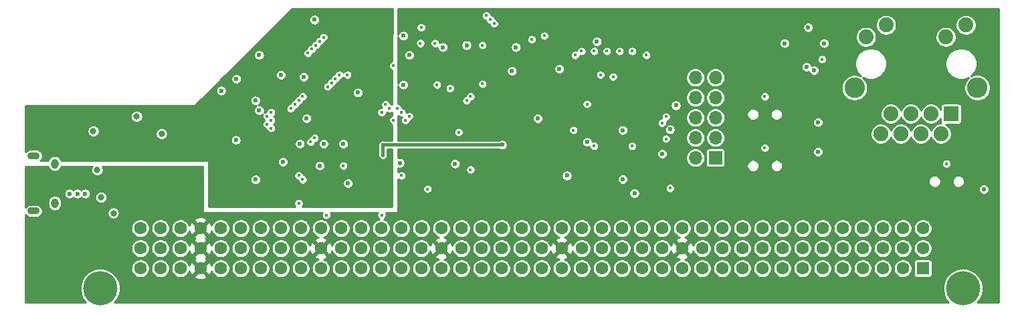
<source format=gbr>
%TF.GenerationSoftware,KiCad,Pcbnew,5.1.9+dfsg1-1~bpo10+1*%
%TF.CreationDate,2024-04-14T08:17:05+02:00*%
%TF.ProjectId,IIsiSEthernet,49497369-5345-4746-9865-726e65742e6b,rev?*%
%TF.SameCoordinates,Original*%
%TF.FileFunction,Copper,L3,Inr*%
%TF.FilePolarity,Positive*%
%FSLAX46Y46*%
G04 Gerber Fmt 4.6, Leading zero omitted, Abs format (unit mm)*
G04 Created by KiCad (PCBNEW 5.1.9+dfsg1-1~bpo10+1) date 2024-04-14 08:17:05*
%MOMM*%
%LPD*%
G01*
G04 APERTURE LIST*
%TA.AperFunction,ComponentPad*%
%ADD10O,1.550000X0.890000*%
%TD*%
%TA.AperFunction,ComponentPad*%
%ADD11O,0.950000X1.250000*%
%TD*%
%TA.AperFunction,ComponentPad*%
%ADD12O,1.700000X1.700000*%
%TD*%
%TA.AperFunction,ComponentPad*%
%ADD13R,1.700000X1.700000*%
%TD*%
%TA.AperFunction,ComponentPad*%
%ADD14C,2.600000*%
%TD*%
%TA.AperFunction,ComponentPad*%
%ADD15C,1.890000*%
%TD*%
%TA.AperFunction,ComponentPad*%
%ADD16C,1.900000*%
%TD*%
%TA.AperFunction,ComponentPad*%
%ADD17R,1.900000X1.900000*%
%TD*%
%TA.AperFunction,ComponentPad*%
%ADD18C,4.335000*%
%TD*%
%TA.AperFunction,ComponentPad*%
%ADD19C,1.605000*%
%TD*%
%TA.AperFunction,ComponentPad*%
%ADD20R,1.605000X1.605000*%
%TD*%
%TA.AperFunction,ViaPad*%
%ADD21C,0.600000*%
%TD*%
%TA.AperFunction,ViaPad*%
%ADD22C,0.450000*%
%TD*%
%TA.AperFunction,ViaPad*%
%ADD23C,0.800000*%
%TD*%
%TA.AperFunction,Conductor*%
%ADD24C,0.400000*%
%TD*%
%TA.AperFunction,Conductor*%
%ADD25C,0.254000*%
%TD*%
%TA.AperFunction,Conductor*%
%ADD26C,0.100000*%
%TD*%
G04 APERTURE END LIST*
D10*
%TO.N,Net-(J3-Pad6)*%
%TO.C,J3*%
X87425000Y-142739404D03*
X87425000Y-135739404D03*
D11*
X90125000Y-141739404D03*
X90125000Y-136739404D03*
%TD*%
D12*
%TO.N,GND*%
%TO.C,J7*%
X171210000Y-125840000D03*
%TO.N,JTAG_TDI*%
X173750000Y-125840000D03*
%TO.N,N/C*%
X171210000Y-128380000D03*
X173750000Y-128380000D03*
X171210000Y-130920000D03*
%TO.N,JTAG_TMS*%
X173750000Y-130920000D03*
%TO.N,JTAG_VDD*%
X171210000Y-133460000D03*
%TO.N,JTAG_TDO*%
X173750000Y-133460000D03*
%TO.N,GND*%
X171210000Y-136000000D03*
D13*
%TO.N,JTAG_TCK*%
X173750000Y-136000000D03*
%TD*%
D14*
%TO.N,Net-(J5-Pad13)*%
%TO.C,J5*%
X191355893Y-127145893D03*
X206905893Y-127145893D03*
D15*
%TO.N,Net-(J5-PadL4)*%
X205455893Y-119195893D03*
%TO.N,GND*%
X202915893Y-120715893D03*
X195345893Y-119195893D03*
%TO.N,Net-(J5-PadL1)*%
X192805893Y-120715893D03*
D16*
%TO.N,Earth*%
X194685893Y-132975893D03*
%TO.N,N/C*%
X195955893Y-130435893D03*
%TO.N,/eth_conn/RD-*%
X197225893Y-132975893D03*
%TO.N,/eth_conn/RCT*%
X198495893Y-130435893D03*
%TO.N,/eth_conn/ETH_3V3*%
X199765893Y-132975893D03*
%TO.N,/eth_conn/RD+*%
X201035893Y-130435893D03*
%TO.N,TPOUT-*%
X202305893Y-132975893D03*
D17*
%TO.N,TPOUT+*%
X203575893Y-130435893D03*
%TD*%
D18*
%TO.N,N/C*%
%TO.C,J1*%
X95860000Y-152540000D03*
X205080000Y-152540000D03*
D19*
X100940000Y-144920000D03*
%TO.N,GND*%
X103480000Y-144920000D03*
%TO.N,N/C*%
X106020000Y-144920000D03*
%TO.N,+5V*%
X108560000Y-144920000D03*
%TO.N,A0*%
X111100000Y-144920000D03*
%TO.N,A3*%
X113640000Y-144920000D03*
%TO.N,A6*%
X116180000Y-144920000D03*
%TO.N,A8*%
X118720000Y-144920000D03*
%TO.N,A11*%
X121260000Y-144920000D03*
%TO.N,A14*%
X123800000Y-144920000D03*
%TO.N,A16*%
X126340000Y-144920000D03*
%TO.N,N/C*%
X128880000Y-144920000D03*
X131420000Y-144920000D03*
%TO.N,A24*%
X133960000Y-144920000D03*
%TO.N,A27*%
X136500000Y-144920000D03*
%TO.N,A30*%
X139040000Y-144920000D03*
%TO.N,D31*%
X141580000Y-144920000D03*
%TO.N,D28*%
X144120000Y-144920000D03*
%TO.N,D25*%
X146660000Y-144920000D03*
%TO.N,D23*%
X149200000Y-144920000D03*
%TO.N,D20*%
X151740000Y-144920000D03*
%TO.N,D17*%
X154280000Y-144920000D03*
%TO.N,N/C*%
X156820000Y-144920000D03*
X159360000Y-144920000D03*
X161900000Y-144920000D03*
X164440000Y-144920000D03*
X166980000Y-144920000D03*
X169520000Y-144920000D03*
X172060000Y-144920000D03*
X174600000Y-144920000D03*
X177140000Y-144920000D03*
%TO.N,~AS*%
X179680000Y-144920000D03*
%TO.N,~RW*%
X182220000Y-144920000D03*
%TO.N,N/C*%
X184760000Y-144920000D03*
X187300000Y-144920000D03*
X189840000Y-144920000D03*
%TO.N,~IRQ1*%
X192380000Y-144920000D03*
%TO.N,N/C*%
X194920000Y-144920000D03*
X197460000Y-144920000D03*
X200000000Y-144920000D03*
X100940000Y-147460000D03*
%TO.N,GND*%
X103480000Y-147460000D03*
%TO.N,N/C*%
X106020000Y-147460000D03*
%TO.N,+5V*%
X108560000Y-147460000D03*
%TO.N,A1*%
X111100000Y-147460000D03*
%TO.N,A4*%
X113640000Y-147460000D03*
%TO.N,GND*%
X116180000Y-147460000D03*
%TO.N,A9*%
X118720000Y-147460000D03*
%TO.N,A12*%
X121260000Y-147460000D03*
%TO.N,+5V*%
X123800000Y-147460000D03*
%TO.N,N/C*%
X126340000Y-147460000D03*
X128880000Y-147460000D03*
%TO.N,GND*%
X131420000Y-147460000D03*
%TO.N,A25*%
X133960000Y-147460000D03*
%TO.N,A28*%
X136500000Y-147460000D03*
%TO.N,+5V*%
X139040000Y-147460000D03*
%TO.N,D30*%
X141580000Y-147460000D03*
%TO.N,D27*%
X144120000Y-147460000D03*
%TO.N,GND*%
X146660000Y-147460000D03*
%TO.N,D22*%
X149200000Y-147460000D03*
%TO.N,D19*%
X151740000Y-147460000D03*
%TO.N,+5V*%
X154280000Y-147460000D03*
%TO.N,N/C*%
X156820000Y-147460000D03*
X159360000Y-147460000D03*
%TO.N,GND*%
X161900000Y-147460000D03*
%TO.N,N/C*%
X164440000Y-147460000D03*
X166980000Y-147460000D03*
%TO.N,+5V*%
X169520000Y-147460000D03*
%TO.N,N/C*%
X172060000Y-147460000D03*
X174600000Y-147460000D03*
X177140000Y-147460000D03*
%TO.N,SIZ0*%
X179680000Y-147460000D03*
%TO.N,~DSACK0*%
X182220000Y-147460000D03*
%TO.N,N/C*%
X184760000Y-147460000D03*
%TO.N,~DS*%
X187300000Y-147460000D03*
%TO.N,N/C*%
X189840000Y-147460000D03*
%TO.N,~IRQ2*%
X192380000Y-147460000D03*
%TO.N,N/C*%
X194920000Y-147460000D03*
X197460000Y-147460000D03*
X200000000Y-147460000D03*
X100940000Y-150000000D03*
%TO.N,GND*%
X103480000Y-150000000D03*
%TO.N,N/C*%
X106020000Y-150000000D03*
%TO.N,+5V*%
X108560000Y-150000000D03*
%TO.N,A2*%
X111100000Y-150000000D03*
%TO.N,A5*%
X113640000Y-150000000D03*
%TO.N,A7*%
X116180000Y-150000000D03*
%TO.N,A10*%
X118720000Y-150000000D03*
%TO.N,A13*%
X121260000Y-150000000D03*
%TO.N,A15*%
X123800000Y-150000000D03*
%TO.N,N/C*%
X126340000Y-150000000D03*
X128880000Y-150000000D03*
X131420000Y-150000000D03*
%TO.N,A26*%
X133960000Y-150000000D03*
%TO.N,A29*%
X136500000Y-150000000D03*
%TO.N,A31*%
X139040000Y-150000000D03*
%TO.N,D29*%
X141580000Y-150000000D03*
%TO.N,D26*%
X144120000Y-150000000D03*
%TO.N,D24*%
X146660000Y-150000000D03*
%TO.N,D21*%
X149200000Y-150000000D03*
%TO.N,D18*%
X151740000Y-150000000D03*
%TO.N,D16*%
X154280000Y-150000000D03*
%TO.N,N/C*%
X156820000Y-150000000D03*
X159360000Y-150000000D03*
X161900000Y-150000000D03*
X164440000Y-150000000D03*
X166980000Y-150000000D03*
X169520000Y-150000000D03*
%TO.N,~RESET*%
X172060000Y-150000000D03*
%TO.N,N/C*%
X174600000Y-150000000D03*
X177140000Y-150000000D03*
%TO.N,SIZ1*%
X179680000Y-150000000D03*
%TO.N,~DSACK1*%
X182220000Y-150000000D03*
%TO.N,N/C*%
X184760000Y-150000000D03*
X187300000Y-150000000D03*
X189840000Y-150000000D03*
%TO.N,~IRQ3*%
X192380000Y-150000000D03*
%TO.N,N/C*%
X194920000Y-150000000D03*
X197460000Y-150000000D03*
D20*
X200000000Y-150000000D03*
%TD*%
D21*
%TO.N,GND*%
X116000000Y-130000000D03*
D22*
X134000000Y-138250000D03*
D21*
X163500000Y-140500000D03*
X162000000Y-132500000D03*
X154000000Y-124750000D03*
D22*
X138500000Y-126750000D03*
D21*
X122000000Y-131000000D03*
X113050000Y-133750000D03*
D23*
X95500000Y-137550000D03*
X100494000Y-130750000D03*
D21*
X121150000Y-134250000D03*
X119000000Y-136510000D03*
X123650000Y-137000000D03*
X133800000Y-136650000D03*
X126650000Y-134250000D03*
X118737500Y-125500000D03*
X127250000Y-139230000D03*
X134250000Y-126750000D03*
D22*
X137300000Y-139950000D03*
D23*
X95000000Y-132625000D03*
X96000000Y-141000000D03*
D21*
X115520000Y-128750000D03*
X123000000Y-118525000D03*
X128500000Y-127750000D03*
D22*
X161600000Y-122500000D03*
D21*
X158750000Y-121270000D03*
X151270000Y-131000000D03*
X148500000Y-122000000D03*
X113110000Y-126000000D03*
X111190000Y-127500000D03*
X134250000Y-120550000D03*
X135000000Y-123000000D03*
X139250000Y-122000000D03*
X142250000Y-121750000D03*
X121650000Y-125750000D03*
X116000000Y-123000000D03*
X148000000Y-125000000D03*
X154950000Y-138250000D03*
D22*
X126650000Y-137000000D03*
D21*
X168750000Y-129360000D03*
X186750000Y-135250000D03*
X186750000Y-131500000D03*
X162000000Y-138730000D03*
X157500000Y-134000000D03*
X167000000Y-135500000D03*
X168000000Y-132400000D03*
X115550000Y-138750000D03*
X124150000Y-134250000D03*
X186250000Y-124937500D03*
X185270000Y-124500000D03*
X185500000Y-119500000D03*
X91975000Y-140539404D03*
X92975000Y-140539404D03*
X93975000Y-140539404D03*
D23*
X103644000Y-132950000D03*
X97544000Y-143000000D03*
D21*
X207750000Y-140000000D03*
X140790000Y-136750000D03*
%TO.N,+5V*%
X186750000Y-132750000D03*
X141750000Y-136750000D03*
D23*
X102500000Y-137550000D03*
X102000000Y-141000000D03*
D21*
X160800000Y-134250000D03*
X164250000Y-128400000D03*
X157600000Y-125750000D03*
X155750000Y-130000000D03*
X148000000Y-129750000D03*
X153050000Y-138250000D03*
D23*
X100494000Y-143000000D03*
X102500000Y-139000000D03*
D21*
X91975000Y-137939404D03*
X92975000Y-137939404D03*
X93975000Y-137939404D03*
X186750000Y-134000000D03*
X198250000Y-140000000D03*
D22*
%TO.N,A3*%
X145750000Y-119000000D03*
X123150000Y-121750000D03*
%TO.N,A6*%
X117500000Y-130250000D03*
%TO.N,A8*%
X117500000Y-131250000D03*
%TO.N,A11*%
X121000000Y-141750000D03*
X121000000Y-138250000D03*
%TO.N,A14*%
X122500000Y-134000000D03*
%TO.N,D31*%
X120000000Y-129750000D03*
%TO.N,D28*%
X121500000Y-128250000D03*
%TO.N,D25*%
X125650000Y-126000000D03*
%TO.N,D23*%
X132000000Y-129250000D03*
%TO.N,D20*%
X133500000Y-129750000D03*
%TO.N,D17*%
X135000000Y-130750000D03*
%TO.N,A1*%
X124150000Y-120750000D03*
X144750000Y-118000000D03*
%TO.N,A4*%
X122650000Y-122250000D03*
X142750000Y-128250000D03*
%TO.N,A9*%
X117000000Y-131750000D03*
%TO.N,A12*%
X121500000Y-138750000D03*
X124500000Y-143250000D03*
X131500000Y-143250000D03*
%TO.N,D30*%
X120500000Y-129250000D03*
%TO.N,D27*%
X124650000Y-127000000D03*
%TO.N,D22*%
X132500000Y-129750000D03*
%TO.N,D19*%
X134000000Y-130250000D03*
%TO.N,A2*%
X123650000Y-121250000D03*
X145250000Y-118500000D03*
%TO.N,A5*%
X122150000Y-122750000D03*
X142250000Y-128750000D03*
%TO.N,A7*%
X117000000Y-130750000D03*
%TO.N,A10*%
X117500000Y-132250000D03*
X133000000Y-124350000D03*
%TO.N,A13*%
X123000000Y-133500000D03*
%TO.N,D29*%
X121000000Y-128750000D03*
%TO.N,D26*%
X125150000Y-126500000D03*
%TO.N,D24*%
X126150000Y-125500000D03*
%TO.N,D21*%
X131500000Y-130250000D03*
%TO.N,D18*%
X133000000Y-131250000D03*
%TO.N,D16*%
X134500000Y-131250000D03*
D21*
%TO.N,+3V3*%
X118980000Y-124337500D03*
D23*
X106794000Y-130750000D03*
X108894000Y-135250000D03*
D21*
X120650000Y-137250000D03*
D22*
X126650000Y-123000000D03*
X129170000Y-136710000D03*
D23*
X95000000Y-135575000D03*
D21*
X124750000Y-132750000D03*
X125400000Y-137500000D03*
X116480000Y-128750000D03*
X132270000Y-127750000D03*
X131000000Y-123750000D03*
X110750000Y-130490000D03*
D23*
X110500000Y-135250000D03*
X103644000Y-135250000D03*
D21*
X121000000Y-133000000D03*
D22*
X129750000Y-139010000D03*
D21*
X113000000Y-128500000D03*
X182500000Y-121500000D03*
D22*
%TO.N,ETH_~INT*%
X156000000Y-123000000D03*
X150500000Y-121000000D03*
%TO.N,/eth_conn/RCT*%
X131650000Y-135650000D03*
X131650000Y-134350000D03*
D21*
X146750000Y-134350000D03*
D22*
X187250000Y-123530000D03*
D21*
%TO.N,/eth_conn/ETH_3V3*%
X187500000Y-121500000D03*
D22*
%TO.N,A0*%
X144250000Y-121750000D03*
X144250000Y-126650000D03*
%TO.N,JTAG_TDO*%
X163200000Y-134500000D03*
%TO.N,JTAG_TCK*%
X158400000Y-134500000D03*
%TO.N,JTAG_TMS*%
X159200000Y-125500000D03*
X165000000Y-123000000D03*
%TO.N,~ROM_OE*%
X163200000Y-122500000D03*
X138250000Y-121500000D03*
%TO.N,ETH_CS*%
X158400000Y-122500000D03*
X136400000Y-121500000D03*
%TO.N,ETH_CLKOUT*%
X140150000Y-127200000D03*
X157500000Y-129200000D03*
%TO.N,~RESET*%
X168000000Y-139850000D03*
%TO.N,JTAG_VDD*%
X167500000Y-130800000D03*
%TO.N,ETH_B1SEL*%
X156800000Y-122500000D03*
X152100000Y-120550000D03*
%TO.N,ETH_B0SEL*%
X160000000Y-122500000D03*
X136500000Y-119500000D03*
%TO.N,~ROM_WE*%
X141250000Y-132750000D03*
X160800000Y-125750000D03*
%TO.N,~SLOTID_0*%
X167500000Y-133600000D03*
X180000000Y-134750000D03*
%TO.N,~SLOTID_1*%
X180000000Y-128250000D03*
X167000000Y-131600000D03*
%TO.N,~RW*%
X127150000Y-125500000D03*
X155760000Y-132500000D03*
%TO.N,ROM_BANK*%
X142750000Y-137500000D03*
X203000000Y-136750000D03*
%TD*%
D24*
%TO.N,/eth_conn/RCT*%
X131650000Y-135650000D02*
X131650000Y-134350000D01*
X146750000Y-134350000D02*
X131650000Y-134350000D01*
%TD*%
D25*
%TO.N,+3V3*%
X132844161Y-123763126D02*
X132823236Y-123767288D01*
X132712951Y-123812970D01*
X132613698Y-123879289D01*
X132529289Y-123963698D01*
X132462970Y-124062951D01*
X132417288Y-124173236D01*
X132394000Y-124290314D01*
X132394000Y-124409686D01*
X132417288Y-124526764D01*
X132462970Y-124637049D01*
X132529289Y-124736302D01*
X132613698Y-124820711D01*
X132712951Y-124887030D01*
X132823236Y-124932712D01*
X132842821Y-124936608D01*
X132837901Y-129246948D01*
X132787049Y-129212970D01*
X132676764Y-129167288D01*
X132598316Y-129151684D01*
X132582712Y-129073236D01*
X132537030Y-128962951D01*
X132470711Y-128863698D01*
X132386302Y-128779289D01*
X132287049Y-128712970D01*
X132176764Y-128667288D01*
X132059686Y-128644000D01*
X131940314Y-128644000D01*
X131823236Y-128667288D01*
X131712951Y-128712970D01*
X131613698Y-128779289D01*
X131529289Y-128863698D01*
X131462970Y-128962951D01*
X131417288Y-129073236D01*
X131394000Y-129190314D01*
X131394000Y-129309686D01*
X131417288Y-129426764D01*
X131462970Y-129537049D01*
X131529289Y-129636302D01*
X131536987Y-129644000D01*
X131440314Y-129644000D01*
X131323236Y-129667288D01*
X131212951Y-129712970D01*
X131113698Y-129779289D01*
X131029289Y-129863698D01*
X130962970Y-129962951D01*
X130917288Y-130073236D01*
X130894000Y-130190314D01*
X130894000Y-130309686D01*
X130917288Y-130426764D01*
X130962970Y-130537049D01*
X131029289Y-130636302D01*
X131113698Y-130720711D01*
X131212951Y-130787030D01*
X131323236Y-130832712D01*
X131440314Y-130856000D01*
X131559686Y-130856000D01*
X131676764Y-130832712D01*
X131787049Y-130787030D01*
X131886302Y-130720711D01*
X131970711Y-130636302D01*
X132037030Y-130537049D01*
X132082712Y-130426764D01*
X132106000Y-130309686D01*
X132106000Y-130213013D01*
X132113698Y-130220711D01*
X132212951Y-130287030D01*
X132323236Y-130332712D01*
X132440314Y-130356000D01*
X132559686Y-130356000D01*
X132676764Y-130332712D01*
X132787049Y-130287030D01*
X132836751Y-130253820D01*
X132836282Y-130664693D01*
X132823236Y-130667288D01*
X132712951Y-130712970D01*
X132613698Y-130779289D01*
X132529289Y-130863698D01*
X132462970Y-130962951D01*
X132417288Y-131073236D01*
X132394000Y-131190314D01*
X132394000Y-131309686D01*
X132417288Y-131426764D01*
X132462970Y-131537049D01*
X132529289Y-131636302D01*
X132613698Y-131720711D01*
X132712951Y-131787030D01*
X132823236Y-131832712D01*
X132834946Y-131835041D01*
X132832739Y-133769000D01*
X131830897Y-133769000D01*
X131826764Y-133767288D01*
X131709686Y-133744000D01*
X131590314Y-133744000D01*
X131473236Y-133767288D01*
X131362951Y-133812970D01*
X131263698Y-133879289D01*
X131179289Y-133963698D01*
X131112970Y-134062951D01*
X131067288Y-134173236D01*
X131044000Y-134290314D01*
X131044000Y-134409686D01*
X131067288Y-134526764D01*
X131069001Y-134530899D01*
X131069000Y-135469103D01*
X131067288Y-135473236D01*
X131044000Y-135590314D01*
X131044000Y-135709686D01*
X131067288Y-135826764D01*
X131112970Y-135937049D01*
X131179289Y-136036302D01*
X131263698Y-136120711D01*
X131362951Y-136187030D01*
X131473236Y-136232712D01*
X131590314Y-136256000D01*
X131709686Y-136256000D01*
X131826764Y-136232712D01*
X131937049Y-136187030D01*
X132036302Y-136120711D01*
X132120711Y-136036302D01*
X132187030Y-135937049D01*
X132232712Y-135826764D01*
X132256000Y-135709686D01*
X132256000Y-135590314D01*
X132232712Y-135473236D01*
X132231000Y-135469103D01*
X132231000Y-134931000D01*
X132831412Y-134931000D01*
X132823145Y-142173000D01*
X121434013Y-142173000D01*
X121470711Y-142136302D01*
X121537030Y-142037049D01*
X121582712Y-141926764D01*
X121606000Y-141809686D01*
X121606000Y-141690314D01*
X121582712Y-141573236D01*
X121537030Y-141462951D01*
X121470711Y-141363698D01*
X121386302Y-141279289D01*
X121287049Y-141212970D01*
X121176764Y-141167288D01*
X121059686Y-141144000D01*
X120940314Y-141144000D01*
X120823236Y-141167288D01*
X120712951Y-141212970D01*
X120613698Y-141279289D01*
X120529289Y-141363698D01*
X120462970Y-141462951D01*
X120417288Y-141573236D01*
X120394000Y-141690314D01*
X120394000Y-141809686D01*
X120417288Y-141926764D01*
X120462970Y-142037049D01*
X120529289Y-142136302D01*
X120565987Y-142173000D01*
X109577000Y-142173000D01*
X109577000Y-138682927D01*
X114869000Y-138682927D01*
X114869000Y-138817073D01*
X114895171Y-138948640D01*
X114946506Y-139072574D01*
X115021033Y-139184112D01*
X115115888Y-139278967D01*
X115227426Y-139353494D01*
X115351360Y-139404829D01*
X115482927Y-139431000D01*
X115617073Y-139431000D01*
X115748640Y-139404829D01*
X115872574Y-139353494D01*
X115984112Y-139278967D01*
X116078967Y-139184112D01*
X116153494Y-139072574D01*
X116204829Y-138948640D01*
X116231000Y-138817073D01*
X116231000Y-138682927D01*
X116204829Y-138551360D01*
X116153494Y-138427426D01*
X116078967Y-138315888D01*
X115984112Y-138221033D01*
X115938138Y-138190314D01*
X120394000Y-138190314D01*
X120394000Y-138309686D01*
X120417288Y-138426764D01*
X120462970Y-138537049D01*
X120529289Y-138636302D01*
X120613698Y-138720711D01*
X120712951Y-138787030D01*
X120823236Y-138832712D01*
X120901684Y-138848316D01*
X120917288Y-138926764D01*
X120962970Y-139037049D01*
X121029289Y-139136302D01*
X121113698Y-139220711D01*
X121212951Y-139287030D01*
X121323236Y-139332712D01*
X121440314Y-139356000D01*
X121559686Y-139356000D01*
X121676764Y-139332712D01*
X121787049Y-139287030D01*
X121886302Y-139220711D01*
X121944086Y-139162927D01*
X126569000Y-139162927D01*
X126569000Y-139297073D01*
X126595171Y-139428640D01*
X126646506Y-139552574D01*
X126721033Y-139664112D01*
X126815888Y-139758967D01*
X126927426Y-139833494D01*
X127051360Y-139884829D01*
X127182927Y-139911000D01*
X127317073Y-139911000D01*
X127448640Y-139884829D01*
X127572574Y-139833494D01*
X127684112Y-139758967D01*
X127778967Y-139664112D01*
X127853494Y-139552574D01*
X127904829Y-139428640D01*
X127931000Y-139297073D01*
X127931000Y-139162927D01*
X127904829Y-139031360D01*
X127853494Y-138907426D01*
X127778967Y-138795888D01*
X127684112Y-138701033D01*
X127572574Y-138626506D01*
X127448640Y-138575171D01*
X127317073Y-138549000D01*
X127182927Y-138549000D01*
X127051360Y-138575171D01*
X126927426Y-138626506D01*
X126815888Y-138701033D01*
X126721033Y-138795888D01*
X126646506Y-138907426D01*
X126595171Y-139031360D01*
X126569000Y-139162927D01*
X121944086Y-139162927D01*
X121970711Y-139136302D01*
X122037030Y-139037049D01*
X122082712Y-138926764D01*
X122106000Y-138809686D01*
X122106000Y-138690314D01*
X122082712Y-138573236D01*
X122037030Y-138462951D01*
X121970711Y-138363698D01*
X121886302Y-138279289D01*
X121787049Y-138212970D01*
X121676764Y-138167288D01*
X121598316Y-138151684D01*
X121582712Y-138073236D01*
X121537030Y-137962951D01*
X121470711Y-137863698D01*
X121386302Y-137779289D01*
X121287049Y-137712970D01*
X121176764Y-137667288D01*
X121059686Y-137644000D01*
X120940314Y-137644000D01*
X120823236Y-137667288D01*
X120712951Y-137712970D01*
X120613698Y-137779289D01*
X120529289Y-137863698D01*
X120462970Y-137962951D01*
X120417288Y-138073236D01*
X120394000Y-138190314D01*
X115938138Y-138190314D01*
X115872574Y-138146506D01*
X115748640Y-138095171D01*
X115617073Y-138069000D01*
X115482927Y-138069000D01*
X115351360Y-138095171D01*
X115227426Y-138146506D01*
X115115888Y-138221033D01*
X115021033Y-138315888D01*
X114946506Y-138427426D01*
X114895171Y-138551360D01*
X114869000Y-138682927D01*
X109577000Y-138682927D01*
X109577000Y-136500000D01*
X109574560Y-136475224D01*
X109567333Y-136451399D01*
X109562805Y-136442927D01*
X118319000Y-136442927D01*
X118319000Y-136577073D01*
X118345171Y-136708640D01*
X118396506Y-136832574D01*
X118471033Y-136944112D01*
X118565888Y-137038967D01*
X118677426Y-137113494D01*
X118801360Y-137164829D01*
X118932927Y-137191000D01*
X119067073Y-137191000D01*
X119198640Y-137164829D01*
X119322574Y-137113494D01*
X119434112Y-137038967D01*
X119528967Y-136944112D01*
X119536440Y-136932927D01*
X122969000Y-136932927D01*
X122969000Y-137067073D01*
X122995171Y-137198640D01*
X123046506Y-137322574D01*
X123121033Y-137434112D01*
X123215888Y-137528967D01*
X123327426Y-137603494D01*
X123451360Y-137654829D01*
X123582927Y-137681000D01*
X123717073Y-137681000D01*
X123848640Y-137654829D01*
X123972574Y-137603494D01*
X124084112Y-137528967D01*
X124178967Y-137434112D01*
X124253494Y-137322574D01*
X124304829Y-137198640D01*
X124331000Y-137067073D01*
X124331000Y-136940314D01*
X126044000Y-136940314D01*
X126044000Y-137059686D01*
X126067288Y-137176764D01*
X126112970Y-137287049D01*
X126179289Y-137386302D01*
X126263698Y-137470711D01*
X126362951Y-137537030D01*
X126473236Y-137582712D01*
X126590314Y-137606000D01*
X126709686Y-137606000D01*
X126826764Y-137582712D01*
X126937049Y-137537030D01*
X127036302Y-137470711D01*
X127120711Y-137386302D01*
X127187030Y-137287049D01*
X127232712Y-137176764D01*
X127256000Y-137059686D01*
X127256000Y-136940314D01*
X127232712Y-136823236D01*
X127187030Y-136712951D01*
X127120711Y-136613698D01*
X127036302Y-136529289D01*
X126937049Y-136462970D01*
X126826764Y-136417288D01*
X126709686Y-136394000D01*
X126590314Y-136394000D01*
X126473236Y-136417288D01*
X126362951Y-136462970D01*
X126263698Y-136529289D01*
X126179289Y-136613698D01*
X126112970Y-136712951D01*
X126067288Y-136823236D01*
X126044000Y-136940314D01*
X124331000Y-136940314D01*
X124331000Y-136932927D01*
X124304829Y-136801360D01*
X124253494Y-136677426D01*
X124178967Y-136565888D01*
X124084112Y-136471033D01*
X123972574Y-136396506D01*
X123848640Y-136345171D01*
X123717073Y-136319000D01*
X123582927Y-136319000D01*
X123451360Y-136345171D01*
X123327426Y-136396506D01*
X123215888Y-136471033D01*
X123121033Y-136565888D01*
X123046506Y-136677426D01*
X122995171Y-136801360D01*
X122969000Y-136932927D01*
X119536440Y-136932927D01*
X119603494Y-136832574D01*
X119654829Y-136708640D01*
X119681000Y-136577073D01*
X119681000Y-136442927D01*
X119654829Y-136311360D01*
X119603494Y-136187426D01*
X119528967Y-136075888D01*
X119434112Y-135981033D01*
X119322574Y-135906506D01*
X119198640Y-135855171D01*
X119067073Y-135829000D01*
X118932927Y-135829000D01*
X118801360Y-135855171D01*
X118677426Y-135906506D01*
X118565888Y-135981033D01*
X118471033Y-136075888D01*
X118396506Y-136187426D01*
X118345171Y-136311360D01*
X118319000Y-136442927D01*
X109562805Y-136442927D01*
X109555597Y-136429443D01*
X109539803Y-136410197D01*
X109520557Y-136394403D01*
X109498601Y-136382667D01*
X109474776Y-136375440D01*
X109450000Y-136373000D01*
X90953871Y-136373000D01*
X90919667Y-136260242D01*
X90840181Y-136111535D01*
X90733212Y-135981192D01*
X90602869Y-135874223D01*
X90454162Y-135794737D01*
X90292805Y-135745790D01*
X90125000Y-135729263D01*
X89957196Y-135745790D01*
X89795839Y-135794737D01*
X89647132Y-135874223D01*
X89516788Y-135981192D01*
X89409819Y-136111535D01*
X89330333Y-136260242D01*
X89296128Y-136373000D01*
X88284991Y-136373000D01*
X88341896Y-136326300D01*
X88445116Y-136200525D01*
X88521816Y-136057030D01*
X88569048Y-135901328D01*
X88584996Y-135739404D01*
X88569048Y-135577480D01*
X88521816Y-135421778D01*
X88445116Y-135278283D01*
X88341896Y-135152508D01*
X88216121Y-135049288D01*
X88072626Y-134972588D01*
X87916924Y-134925356D01*
X87795572Y-134913404D01*
X87054428Y-134913404D01*
X86933076Y-134925356D01*
X86777374Y-134972588D01*
X86633879Y-135049288D01*
X86508104Y-135152508D01*
X86406000Y-135276923D01*
X86406000Y-132548078D01*
X94219000Y-132548078D01*
X94219000Y-132701922D01*
X94249013Y-132852809D01*
X94307887Y-132994942D01*
X94393358Y-133122859D01*
X94502141Y-133231642D01*
X94630058Y-133317113D01*
X94772191Y-133375987D01*
X94923078Y-133406000D01*
X95076922Y-133406000D01*
X95227809Y-133375987D01*
X95369942Y-133317113D01*
X95497859Y-133231642D01*
X95606642Y-133122859D01*
X95692113Y-132994942D01*
X95742591Y-132873078D01*
X102863000Y-132873078D01*
X102863000Y-133026922D01*
X102893013Y-133177809D01*
X102951887Y-133319942D01*
X103037358Y-133447859D01*
X103146141Y-133556642D01*
X103274058Y-133642113D01*
X103416191Y-133700987D01*
X103567078Y-133731000D01*
X103720922Y-133731000D01*
X103871809Y-133700987D01*
X103915409Y-133682927D01*
X112369000Y-133682927D01*
X112369000Y-133817073D01*
X112395171Y-133948640D01*
X112446506Y-134072574D01*
X112521033Y-134184112D01*
X112615888Y-134278967D01*
X112727426Y-134353494D01*
X112851360Y-134404829D01*
X112982927Y-134431000D01*
X113117073Y-134431000D01*
X113248640Y-134404829D01*
X113372574Y-134353494D01*
X113484112Y-134278967D01*
X113578967Y-134184112D01*
X113579758Y-134182927D01*
X120469000Y-134182927D01*
X120469000Y-134317073D01*
X120495171Y-134448640D01*
X120546506Y-134572574D01*
X120621033Y-134684112D01*
X120715888Y-134778967D01*
X120827426Y-134853494D01*
X120951360Y-134904829D01*
X121082927Y-134931000D01*
X121217073Y-134931000D01*
X121348640Y-134904829D01*
X121472574Y-134853494D01*
X121584112Y-134778967D01*
X121678967Y-134684112D01*
X121753494Y-134572574D01*
X121804829Y-134448640D01*
X121831000Y-134317073D01*
X121831000Y-134182927D01*
X121804829Y-134051360D01*
X121758833Y-133940314D01*
X121894000Y-133940314D01*
X121894000Y-134059686D01*
X121917288Y-134176764D01*
X121962970Y-134287049D01*
X122029289Y-134386302D01*
X122113698Y-134470711D01*
X122212951Y-134537030D01*
X122323236Y-134582712D01*
X122440314Y-134606000D01*
X122559686Y-134606000D01*
X122676764Y-134582712D01*
X122787049Y-134537030D01*
X122886302Y-134470711D01*
X122970711Y-134386302D01*
X123037030Y-134287049D01*
X123080159Y-134182927D01*
X123469000Y-134182927D01*
X123469000Y-134317073D01*
X123495171Y-134448640D01*
X123546506Y-134572574D01*
X123621033Y-134684112D01*
X123715888Y-134778967D01*
X123827426Y-134853494D01*
X123951360Y-134904829D01*
X124082927Y-134931000D01*
X124217073Y-134931000D01*
X124348640Y-134904829D01*
X124472574Y-134853494D01*
X124584112Y-134778967D01*
X124678967Y-134684112D01*
X124753494Y-134572574D01*
X124804829Y-134448640D01*
X124831000Y-134317073D01*
X124831000Y-134182927D01*
X125969000Y-134182927D01*
X125969000Y-134317073D01*
X125995171Y-134448640D01*
X126046506Y-134572574D01*
X126121033Y-134684112D01*
X126215888Y-134778967D01*
X126327426Y-134853494D01*
X126451360Y-134904829D01*
X126582927Y-134931000D01*
X126717073Y-134931000D01*
X126848640Y-134904829D01*
X126972574Y-134853494D01*
X127084112Y-134778967D01*
X127178967Y-134684112D01*
X127253494Y-134572574D01*
X127304829Y-134448640D01*
X127331000Y-134317073D01*
X127331000Y-134182927D01*
X127304829Y-134051360D01*
X127253494Y-133927426D01*
X127178967Y-133815888D01*
X127084112Y-133721033D01*
X126972574Y-133646506D01*
X126848640Y-133595171D01*
X126717073Y-133569000D01*
X126582927Y-133569000D01*
X126451360Y-133595171D01*
X126327426Y-133646506D01*
X126215888Y-133721033D01*
X126121033Y-133815888D01*
X126046506Y-133927426D01*
X125995171Y-134051360D01*
X125969000Y-134182927D01*
X124831000Y-134182927D01*
X124804829Y-134051360D01*
X124753494Y-133927426D01*
X124678967Y-133815888D01*
X124584112Y-133721033D01*
X124472574Y-133646506D01*
X124348640Y-133595171D01*
X124217073Y-133569000D01*
X124082927Y-133569000D01*
X123951360Y-133595171D01*
X123827426Y-133646506D01*
X123715888Y-133721033D01*
X123621033Y-133815888D01*
X123546506Y-133927426D01*
X123495171Y-134051360D01*
X123469000Y-134182927D01*
X123080159Y-134182927D01*
X123082712Y-134176764D01*
X123098316Y-134098316D01*
X123176764Y-134082712D01*
X123287049Y-134037030D01*
X123386302Y-133970711D01*
X123470711Y-133886302D01*
X123537030Y-133787049D01*
X123582712Y-133676764D01*
X123606000Y-133559686D01*
X123606000Y-133440314D01*
X123582712Y-133323236D01*
X123537030Y-133212951D01*
X123470711Y-133113698D01*
X123386302Y-133029289D01*
X123287049Y-132962970D01*
X123176764Y-132917288D01*
X123059686Y-132894000D01*
X122940314Y-132894000D01*
X122823236Y-132917288D01*
X122712951Y-132962970D01*
X122613698Y-133029289D01*
X122529289Y-133113698D01*
X122462970Y-133212951D01*
X122417288Y-133323236D01*
X122401684Y-133401684D01*
X122323236Y-133417288D01*
X122212951Y-133462970D01*
X122113698Y-133529289D01*
X122029289Y-133613698D01*
X121962970Y-133712951D01*
X121917288Y-133823236D01*
X121894000Y-133940314D01*
X121758833Y-133940314D01*
X121753494Y-133927426D01*
X121678967Y-133815888D01*
X121584112Y-133721033D01*
X121472574Y-133646506D01*
X121348640Y-133595171D01*
X121217073Y-133569000D01*
X121082927Y-133569000D01*
X120951360Y-133595171D01*
X120827426Y-133646506D01*
X120715888Y-133721033D01*
X120621033Y-133815888D01*
X120546506Y-133927426D01*
X120495171Y-134051360D01*
X120469000Y-134182927D01*
X113579758Y-134182927D01*
X113653494Y-134072574D01*
X113704829Y-133948640D01*
X113731000Y-133817073D01*
X113731000Y-133682927D01*
X113704829Y-133551360D01*
X113653494Y-133427426D01*
X113578967Y-133315888D01*
X113484112Y-133221033D01*
X113372574Y-133146506D01*
X113248640Y-133095171D01*
X113117073Y-133069000D01*
X112982927Y-133069000D01*
X112851360Y-133095171D01*
X112727426Y-133146506D01*
X112615888Y-133221033D01*
X112521033Y-133315888D01*
X112446506Y-133427426D01*
X112395171Y-133551360D01*
X112369000Y-133682927D01*
X103915409Y-133682927D01*
X104013942Y-133642113D01*
X104141859Y-133556642D01*
X104250642Y-133447859D01*
X104336113Y-133319942D01*
X104394987Y-133177809D01*
X104425000Y-133026922D01*
X104425000Y-132873078D01*
X104394987Y-132722191D01*
X104336113Y-132580058D01*
X104250642Y-132452141D01*
X104141859Y-132343358D01*
X104013942Y-132257887D01*
X103871809Y-132199013D01*
X103720922Y-132169000D01*
X103567078Y-132169000D01*
X103416191Y-132199013D01*
X103274058Y-132257887D01*
X103146141Y-132343358D01*
X103037358Y-132452141D01*
X102951887Y-132580058D01*
X102893013Y-132722191D01*
X102863000Y-132873078D01*
X95742591Y-132873078D01*
X95750987Y-132852809D01*
X95781000Y-132701922D01*
X95781000Y-132548078D01*
X95750987Y-132397191D01*
X95692113Y-132255058D01*
X95606642Y-132127141D01*
X95497859Y-132018358D01*
X95369942Y-131932887D01*
X95227809Y-131874013D01*
X95076922Y-131844000D01*
X94923078Y-131844000D01*
X94772191Y-131874013D01*
X94630058Y-131932887D01*
X94502141Y-132018358D01*
X94393358Y-132127141D01*
X94307887Y-132255058D01*
X94249013Y-132397191D01*
X94219000Y-132548078D01*
X86406000Y-132548078D01*
X86406000Y-130673078D01*
X99713000Y-130673078D01*
X99713000Y-130826922D01*
X99743013Y-130977809D01*
X99801887Y-131119942D01*
X99887358Y-131247859D01*
X99996141Y-131356642D01*
X100124058Y-131442113D01*
X100266191Y-131500987D01*
X100417078Y-131531000D01*
X100570922Y-131531000D01*
X100721809Y-131500987D01*
X100863942Y-131442113D01*
X100991859Y-131356642D01*
X101100642Y-131247859D01*
X101186113Y-131119942D01*
X101244987Y-130977809D01*
X101275000Y-130826922D01*
X101275000Y-130673078D01*
X101244987Y-130522191D01*
X101186113Y-130380058D01*
X101100642Y-130252141D01*
X100991859Y-130143358D01*
X100863942Y-130057887D01*
X100721809Y-129999013D01*
X100570922Y-129969000D01*
X100417078Y-129969000D01*
X100266191Y-129999013D01*
X100124058Y-130057887D01*
X99996141Y-130143358D01*
X99887358Y-130252141D01*
X99801887Y-130380058D01*
X99743013Y-130522191D01*
X99713000Y-130673078D01*
X86406000Y-130673078D01*
X86406000Y-129406000D01*
X107680067Y-129406000D01*
X107700000Y-129407963D01*
X107719933Y-129406000D01*
X107719941Y-129406000D01*
X107779590Y-129400125D01*
X107856121Y-129376910D01*
X107926653Y-129339210D01*
X107988474Y-129288474D01*
X108001193Y-129272976D01*
X108591242Y-128682927D01*
X114839000Y-128682927D01*
X114839000Y-128817073D01*
X114865171Y-128948640D01*
X114916506Y-129072574D01*
X114991033Y-129184112D01*
X115085888Y-129278967D01*
X115197426Y-129353494D01*
X115321360Y-129404829D01*
X115452927Y-129431000D01*
X115587073Y-129431000D01*
X115642219Y-129420030D01*
X115565888Y-129471033D01*
X115471033Y-129565888D01*
X115396506Y-129677426D01*
X115345171Y-129801360D01*
X115319000Y-129932927D01*
X115319000Y-130067073D01*
X115345171Y-130198640D01*
X115396506Y-130322574D01*
X115471033Y-130434112D01*
X115565888Y-130528967D01*
X115677426Y-130603494D01*
X115801360Y-130654829D01*
X115932927Y-130681000D01*
X116067073Y-130681000D01*
X116198640Y-130654829D01*
X116322574Y-130603494D01*
X116434112Y-130528967D01*
X116436695Y-130526384D01*
X116417288Y-130573236D01*
X116394000Y-130690314D01*
X116394000Y-130809686D01*
X116417288Y-130926764D01*
X116462970Y-131037049D01*
X116529289Y-131136302D01*
X116613698Y-131220711D01*
X116657532Y-131250000D01*
X116613698Y-131279289D01*
X116529289Y-131363698D01*
X116462970Y-131462951D01*
X116417288Y-131573236D01*
X116394000Y-131690314D01*
X116394000Y-131809686D01*
X116417288Y-131926764D01*
X116462970Y-132037049D01*
X116529289Y-132136302D01*
X116613698Y-132220711D01*
X116712951Y-132287030D01*
X116823236Y-132332712D01*
X116901684Y-132348316D01*
X116917288Y-132426764D01*
X116962970Y-132537049D01*
X117029289Y-132636302D01*
X117113698Y-132720711D01*
X117212951Y-132787030D01*
X117323236Y-132832712D01*
X117440314Y-132856000D01*
X117559686Y-132856000D01*
X117676764Y-132832712D01*
X117787049Y-132787030D01*
X117886302Y-132720711D01*
X117970711Y-132636302D01*
X118037030Y-132537049D01*
X118082712Y-132426764D01*
X118106000Y-132309686D01*
X118106000Y-132190314D01*
X118082712Y-132073236D01*
X118037030Y-131962951D01*
X117970711Y-131863698D01*
X117886302Y-131779289D01*
X117842468Y-131750000D01*
X117886302Y-131720711D01*
X117970711Y-131636302D01*
X118037030Y-131537049D01*
X118082712Y-131426764D01*
X118106000Y-131309686D01*
X118106000Y-131190314D01*
X118082712Y-131073236D01*
X118037030Y-130962951D01*
X118016969Y-130932927D01*
X121319000Y-130932927D01*
X121319000Y-131067073D01*
X121345171Y-131198640D01*
X121396506Y-131322574D01*
X121471033Y-131434112D01*
X121565888Y-131528967D01*
X121677426Y-131603494D01*
X121801360Y-131654829D01*
X121932927Y-131681000D01*
X122067073Y-131681000D01*
X122198640Y-131654829D01*
X122322574Y-131603494D01*
X122434112Y-131528967D01*
X122528967Y-131434112D01*
X122603494Y-131322574D01*
X122654829Y-131198640D01*
X122681000Y-131067073D01*
X122681000Y-130932927D01*
X122654829Y-130801360D01*
X122603494Y-130677426D01*
X122528967Y-130565888D01*
X122434112Y-130471033D01*
X122322574Y-130396506D01*
X122198640Y-130345171D01*
X122067073Y-130319000D01*
X121932927Y-130319000D01*
X121801360Y-130345171D01*
X121677426Y-130396506D01*
X121565888Y-130471033D01*
X121471033Y-130565888D01*
X121396506Y-130677426D01*
X121345171Y-130801360D01*
X121319000Y-130932927D01*
X118016969Y-130932927D01*
X117970711Y-130863698D01*
X117886302Y-130779289D01*
X117842468Y-130750000D01*
X117886302Y-130720711D01*
X117970711Y-130636302D01*
X118037030Y-130537049D01*
X118082712Y-130426764D01*
X118106000Y-130309686D01*
X118106000Y-130190314D01*
X118082712Y-130073236D01*
X118037030Y-129962951D01*
X117970711Y-129863698D01*
X117886302Y-129779289D01*
X117787049Y-129712970D01*
X117732354Y-129690314D01*
X119394000Y-129690314D01*
X119394000Y-129809686D01*
X119417288Y-129926764D01*
X119462970Y-130037049D01*
X119529289Y-130136302D01*
X119613698Y-130220711D01*
X119712951Y-130287030D01*
X119823236Y-130332712D01*
X119940314Y-130356000D01*
X120059686Y-130356000D01*
X120176764Y-130332712D01*
X120287049Y-130287030D01*
X120386302Y-130220711D01*
X120470711Y-130136302D01*
X120537030Y-130037049D01*
X120582712Y-129926764D01*
X120598316Y-129848316D01*
X120676764Y-129832712D01*
X120787049Y-129787030D01*
X120886302Y-129720711D01*
X120970711Y-129636302D01*
X121037030Y-129537049D01*
X121082712Y-129426764D01*
X121098316Y-129348316D01*
X121176764Y-129332712D01*
X121287049Y-129287030D01*
X121386302Y-129220711D01*
X121470711Y-129136302D01*
X121537030Y-129037049D01*
X121582712Y-128926764D01*
X121598316Y-128848316D01*
X121676764Y-128832712D01*
X121787049Y-128787030D01*
X121886302Y-128720711D01*
X121970711Y-128636302D01*
X122037030Y-128537049D01*
X122082712Y-128426764D01*
X122106000Y-128309686D01*
X122106000Y-128190314D01*
X122082712Y-128073236D01*
X122037030Y-127962951D01*
X121970711Y-127863698D01*
X121886302Y-127779289D01*
X121787049Y-127712970D01*
X121714520Y-127682927D01*
X127819000Y-127682927D01*
X127819000Y-127817073D01*
X127845171Y-127948640D01*
X127896506Y-128072574D01*
X127971033Y-128184112D01*
X128065888Y-128278967D01*
X128177426Y-128353494D01*
X128301360Y-128404829D01*
X128432927Y-128431000D01*
X128567073Y-128431000D01*
X128698640Y-128404829D01*
X128822574Y-128353494D01*
X128934112Y-128278967D01*
X129028967Y-128184112D01*
X129103494Y-128072574D01*
X129154829Y-127948640D01*
X129181000Y-127817073D01*
X129181000Y-127682927D01*
X129154829Y-127551360D01*
X129103494Y-127427426D01*
X129028967Y-127315888D01*
X128934112Y-127221033D01*
X128822574Y-127146506D01*
X128698640Y-127095171D01*
X128567073Y-127069000D01*
X128432927Y-127069000D01*
X128301360Y-127095171D01*
X128177426Y-127146506D01*
X128065888Y-127221033D01*
X127971033Y-127315888D01*
X127896506Y-127427426D01*
X127845171Y-127551360D01*
X127819000Y-127682927D01*
X121714520Y-127682927D01*
X121676764Y-127667288D01*
X121559686Y-127644000D01*
X121440314Y-127644000D01*
X121323236Y-127667288D01*
X121212951Y-127712970D01*
X121113698Y-127779289D01*
X121029289Y-127863698D01*
X120962970Y-127962951D01*
X120917288Y-128073236D01*
X120901684Y-128151684D01*
X120823236Y-128167288D01*
X120712951Y-128212970D01*
X120613698Y-128279289D01*
X120529289Y-128363698D01*
X120462970Y-128462951D01*
X120417288Y-128573236D01*
X120401684Y-128651684D01*
X120323236Y-128667288D01*
X120212951Y-128712970D01*
X120113698Y-128779289D01*
X120029289Y-128863698D01*
X119962970Y-128962951D01*
X119917288Y-129073236D01*
X119901684Y-129151684D01*
X119823236Y-129167288D01*
X119712951Y-129212970D01*
X119613698Y-129279289D01*
X119529289Y-129363698D01*
X119462970Y-129462951D01*
X119417288Y-129573236D01*
X119394000Y-129690314D01*
X117732354Y-129690314D01*
X117676764Y-129667288D01*
X117559686Y-129644000D01*
X117440314Y-129644000D01*
X117323236Y-129667288D01*
X117212951Y-129712970D01*
X117113698Y-129779289D01*
X117029289Y-129863698D01*
X116962970Y-129962951D01*
X116917288Y-130073236D01*
X116901684Y-130151684D01*
X116823236Y-130167288D01*
X116712951Y-130212970D01*
X116624379Y-130272152D01*
X116654829Y-130198640D01*
X116681000Y-130067073D01*
X116681000Y-129932927D01*
X116654829Y-129801360D01*
X116603494Y-129677426D01*
X116528967Y-129565888D01*
X116434112Y-129471033D01*
X116322574Y-129396506D01*
X116198640Y-129345171D01*
X116067073Y-129319000D01*
X115932927Y-129319000D01*
X115877781Y-129329970D01*
X115954112Y-129278967D01*
X116048967Y-129184112D01*
X116123494Y-129072574D01*
X116174829Y-128948640D01*
X116201000Y-128817073D01*
X116201000Y-128682927D01*
X116174829Y-128551360D01*
X116123494Y-128427426D01*
X116048967Y-128315888D01*
X115954112Y-128221033D01*
X115842574Y-128146506D01*
X115718640Y-128095171D01*
X115587073Y-128069000D01*
X115452927Y-128069000D01*
X115321360Y-128095171D01*
X115197426Y-128146506D01*
X115085888Y-128221033D01*
X114991033Y-128315888D01*
X114916506Y-128427426D01*
X114865171Y-128551360D01*
X114839000Y-128682927D01*
X108591242Y-128682927D01*
X109841242Y-127432927D01*
X110509000Y-127432927D01*
X110509000Y-127567073D01*
X110535171Y-127698640D01*
X110586506Y-127822574D01*
X110661033Y-127934112D01*
X110755888Y-128028967D01*
X110867426Y-128103494D01*
X110991360Y-128154829D01*
X111122927Y-128181000D01*
X111257073Y-128181000D01*
X111388640Y-128154829D01*
X111512574Y-128103494D01*
X111624112Y-128028967D01*
X111718967Y-127934112D01*
X111793494Y-127822574D01*
X111844829Y-127698640D01*
X111871000Y-127567073D01*
X111871000Y-127432927D01*
X111844829Y-127301360D01*
X111793494Y-127177426D01*
X111718967Y-127065888D01*
X111624112Y-126971033D01*
X111578138Y-126940314D01*
X124044000Y-126940314D01*
X124044000Y-127059686D01*
X124067288Y-127176764D01*
X124112970Y-127287049D01*
X124179289Y-127386302D01*
X124263698Y-127470711D01*
X124362951Y-127537030D01*
X124473236Y-127582712D01*
X124590314Y-127606000D01*
X124709686Y-127606000D01*
X124826764Y-127582712D01*
X124937049Y-127537030D01*
X125036302Y-127470711D01*
X125120711Y-127386302D01*
X125187030Y-127287049D01*
X125232712Y-127176764D01*
X125248316Y-127098316D01*
X125326764Y-127082712D01*
X125437049Y-127037030D01*
X125536302Y-126970711D01*
X125620711Y-126886302D01*
X125687030Y-126787049D01*
X125732712Y-126676764D01*
X125748316Y-126598316D01*
X125826764Y-126582712D01*
X125937049Y-126537030D01*
X126036302Y-126470711D01*
X126120711Y-126386302D01*
X126187030Y-126287049D01*
X126232712Y-126176764D01*
X126248316Y-126098316D01*
X126326764Y-126082712D01*
X126437049Y-126037030D01*
X126536302Y-125970711D01*
X126620711Y-125886302D01*
X126650000Y-125842468D01*
X126679289Y-125886302D01*
X126763698Y-125970711D01*
X126862951Y-126037030D01*
X126973236Y-126082712D01*
X127090314Y-126106000D01*
X127209686Y-126106000D01*
X127326764Y-126082712D01*
X127437049Y-126037030D01*
X127536302Y-125970711D01*
X127620711Y-125886302D01*
X127687030Y-125787049D01*
X127732712Y-125676764D01*
X127756000Y-125559686D01*
X127756000Y-125440314D01*
X127732712Y-125323236D01*
X127687030Y-125212951D01*
X127620711Y-125113698D01*
X127536302Y-125029289D01*
X127437049Y-124962970D01*
X127326764Y-124917288D01*
X127209686Y-124894000D01*
X127090314Y-124894000D01*
X126973236Y-124917288D01*
X126862951Y-124962970D01*
X126763698Y-125029289D01*
X126679289Y-125113698D01*
X126650000Y-125157532D01*
X126620711Y-125113698D01*
X126536302Y-125029289D01*
X126437049Y-124962970D01*
X126326764Y-124917288D01*
X126209686Y-124894000D01*
X126090314Y-124894000D01*
X125973236Y-124917288D01*
X125862951Y-124962970D01*
X125763698Y-125029289D01*
X125679289Y-125113698D01*
X125612970Y-125212951D01*
X125567288Y-125323236D01*
X125551684Y-125401684D01*
X125473236Y-125417288D01*
X125362951Y-125462970D01*
X125263698Y-125529289D01*
X125179289Y-125613698D01*
X125112970Y-125712951D01*
X125067288Y-125823236D01*
X125051684Y-125901684D01*
X124973236Y-125917288D01*
X124862951Y-125962970D01*
X124763698Y-126029289D01*
X124679289Y-126113698D01*
X124612970Y-126212951D01*
X124567288Y-126323236D01*
X124551684Y-126401684D01*
X124473236Y-126417288D01*
X124362951Y-126462970D01*
X124263698Y-126529289D01*
X124179289Y-126613698D01*
X124112970Y-126712951D01*
X124067288Y-126823236D01*
X124044000Y-126940314D01*
X111578138Y-126940314D01*
X111512574Y-126896506D01*
X111388640Y-126845171D01*
X111257073Y-126819000D01*
X111122927Y-126819000D01*
X110991360Y-126845171D01*
X110867426Y-126896506D01*
X110755888Y-126971033D01*
X110661033Y-127065888D01*
X110586506Y-127177426D01*
X110535171Y-127301360D01*
X110509000Y-127432927D01*
X109841242Y-127432927D01*
X111341242Y-125932927D01*
X112429000Y-125932927D01*
X112429000Y-126067073D01*
X112455171Y-126198640D01*
X112506506Y-126322574D01*
X112581033Y-126434112D01*
X112675888Y-126528967D01*
X112787426Y-126603494D01*
X112911360Y-126654829D01*
X113042927Y-126681000D01*
X113177073Y-126681000D01*
X113308640Y-126654829D01*
X113432574Y-126603494D01*
X113544112Y-126528967D01*
X113638967Y-126434112D01*
X113713494Y-126322574D01*
X113764829Y-126198640D01*
X113791000Y-126067073D01*
X113791000Y-125932927D01*
X113764829Y-125801360D01*
X113713494Y-125677426D01*
X113638967Y-125565888D01*
X113544112Y-125471033D01*
X113487083Y-125432927D01*
X118056500Y-125432927D01*
X118056500Y-125567073D01*
X118082671Y-125698640D01*
X118134006Y-125822574D01*
X118208533Y-125934112D01*
X118303388Y-126028967D01*
X118414926Y-126103494D01*
X118538860Y-126154829D01*
X118670427Y-126181000D01*
X118804573Y-126181000D01*
X118936140Y-126154829D01*
X119060074Y-126103494D01*
X119171612Y-126028967D01*
X119266467Y-125934112D01*
X119340994Y-125822574D01*
X119392329Y-125698640D01*
X119395454Y-125682927D01*
X120969000Y-125682927D01*
X120969000Y-125817073D01*
X120995171Y-125948640D01*
X121046506Y-126072574D01*
X121121033Y-126184112D01*
X121215888Y-126278967D01*
X121327426Y-126353494D01*
X121451360Y-126404829D01*
X121582927Y-126431000D01*
X121717073Y-126431000D01*
X121848640Y-126404829D01*
X121972574Y-126353494D01*
X122084112Y-126278967D01*
X122178967Y-126184112D01*
X122253494Y-126072574D01*
X122304829Y-125948640D01*
X122331000Y-125817073D01*
X122331000Y-125682927D01*
X122304829Y-125551360D01*
X122253494Y-125427426D01*
X122178967Y-125315888D01*
X122084112Y-125221033D01*
X121972574Y-125146506D01*
X121848640Y-125095171D01*
X121717073Y-125069000D01*
X121582927Y-125069000D01*
X121451360Y-125095171D01*
X121327426Y-125146506D01*
X121215888Y-125221033D01*
X121121033Y-125315888D01*
X121046506Y-125427426D01*
X120995171Y-125551360D01*
X120969000Y-125682927D01*
X119395454Y-125682927D01*
X119418500Y-125567073D01*
X119418500Y-125432927D01*
X119392329Y-125301360D01*
X119340994Y-125177426D01*
X119266467Y-125065888D01*
X119171612Y-124971033D01*
X119060074Y-124896506D01*
X118936140Y-124845171D01*
X118804573Y-124819000D01*
X118670427Y-124819000D01*
X118538860Y-124845171D01*
X118414926Y-124896506D01*
X118303388Y-124971033D01*
X118208533Y-125065888D01*
X118134006Y-125177426D01*
X118082671Y-125301360D01*
X118056500Y-125432927D01*
X113487083Y-125432927D01*
X113432574Y-125396506D01*
X113308640Y-125345171D01*
X113177073Y-125319000D01*
X113042927Y-125319000D01*
X112911360Y-125345171D01*
X112787426Y-125396506D01*
X112675888Y-125471033D01*
X112581033Y-125565888D01*
X112506506Y-125677426D01*
X112455171Y-125801360D01*
X112429000Y-125932927D01*
X111341242Y-125932927D01*
X114341242Y-122932927D01*
X115319000Y-122932927D01*
X115319000Y-123067073D01*
X115345171Y-123198640D01*
X115396506Y-123322574D01*
X115471033Y-123434112D01*
X115565888Y-123528967D01*
X115677426Y-123603494D01*
X115801360Y-123654829D01*
X115932927Y-123681000D01*
X116067073Y-123681000D01*
X116198640Y-123654829D01*
X116322574Y-123603494D01*
X116434112Y-123528967D01*
X116528967Y-123434112D01*
X116603494Y-123322574D01*
X116654829Y-123198640D01*
X116681000Y-123067073D01*
X116681000Y-122932927D01*
X116654829Y-122801360D01*
X116608833Y-122690314D01*
X121544000Y-122690314D01*
X121544000Y-122809686D01*
X121567288Y-122926764D01*
X121612970Y-123037049D01*
X121679289Y-123136302D01*
X121763698Y-123220711D01*
X121862951Y-123287030D01*
X121973236Y-123332712D01*
X122090314Y-123356000D01*
X122209686Y-123356000D01*
X122326764Y-123332712D01*
X122437049Y-123287030D01*
X122536302Y-123220711D01*
X122620711Y-123136302D01*
X122687030Y-123037049D01*
X122732712Y-122926764D01*
X122748316Y-122848316D01*
X122826764Y-122832712D01*
X122937049Y-122787030D01*
X123036302Y-122720711D01*
X123120711Y-122636302D01*
X123187030Y-122537049D01*
X123232712Y-122426764D01*
X123248316Y-122348316D01*
X123326764Y-122332712D01*
X123437049Y-122287030D01*
X123536302Y-122220711D01*
X123620711Y-122136302D01*
X123687030Y-122037049D01*
X123732712Y-121926764D01*
X123748316Y-121848316D01*
X123826764Y-121832712D01*
X123937049Y-121787030D01*
X124036302Y-121720711D01*
X124120711Y-121636302D01*
X124187030Y-121537049D01*
X124232712Y-121426764D01*
X124248316Y-121348316D01*
X124326764Y-121332712D01*
X124437049Y-121287030D01*
X124536302Y-121220711D01*
X124620711Y-121136302D01*
X124687030Y-121037049D01*
X124732712Y-120926764D01*
X124756000Y-120809686D01*
X124756000Y-120690314D01*
X124732712Y-120573236D01*
X124687030Y-120462951D01*
X124620711Y-120363698D01*
X124536302Y-120279289D01*
X124437049Y-120212970D01*
X124326764Y-120167288D01*
X124209686Y-120144000D01*
X124090314Y-120144000D01*
X123973236Y-120167288D01*
X123862951Y-120212970D01*
X123763698Y-120279289D01*
X123679289Y-120363698D01*
X123612970Y-120462951D01*
X123567288Y-120573236D01*
X123551684Y-120651684D01*
X123473236Y-120667288D01*
X123362951Y-120712970D01*
X123263698Y-120779289D01*
X123179289Y-120863698D01*
X123112970Y-120962951D01*
X123067288Y-121073236D01*
X123051684Y-121151684D01*
X122973236Y-121167288D01*
X122862951Y-121212970D01*
X122763698Y-121279289D01*
X122679289Y-121363698D01*
X122612970Y-121462951D01*
X122567288Y-121573236D01*
X122551684Y-121651684D01*
X122473236Y-121667288D01*
X122362951Y-121712970D01*
X122263698Y-121779289D01*
X122179289Y-121863698D01*
X122112970Y-121962951D01*
X122067288Y-122073236D01*
X122051684Y-122151684D01*
X121973236Y-122167288D01*
X121862951Y-122212970D01*
X121763698Y-122279289D01*
X121679289Y-122363698D01*
X121612970Y-122462951D01*
X121567288Y-122573236D01*
X121544000Y-122690314D01*
X116608833Y-122690314D01*
X116603494Y-122677426D01*
X116528967Y-122565888D01*
X116434112Y-122471033D01*
X116322574Y-122396506D01*
X116198640Y-122345171D01*
X116067073Y-122319000D01*
X115932927Y-122319000D01*
X115801360Y-122345171D01*
X115677426Y-122396506D01*
X115565888Y-122471033D01*
X115471033Y-122565888D01*
X115396506Y-122677426D01*
X115345171Y-122801360D01*
X115319000Y-122932927D01*
X114341242Y-122932927D01*
X118816242Y-118457927D01*
X122319000Y-118457927D01*
X122319000Y-118592073D01*
X122345171Y-118723640D01*
X122396506Y-118847574D01*
X122471033Y-118959112D01*
X122565888Y-119053967D01*
X122677426Y-119128494D01*
X122801360Y-119179829D01*
X122932927Y-119206000D01*
X123067073Y-119206000D01*
X123198640Y-119179829D01*
X123322574Y-119128494D01*
X123434112Y-119053967D01*
X123528967Y-118959112D01*
X123603494Y-118847574D01*
X123654829Y-118723640D01*
X123681000Y-118592073D01*
X123681000Y-118457927D01*
X123654829Y-118326360D01*
X123603494Y-118202426D01*
X123528967Y-118090888D01*
X123434112Y-117996033D01*
X123322574Y-117921506D01*
X123198640Y-117870171D01*
X123067073Y-117844000D01*
X122932927Y-117844000D01*
X122801360Y-117870171D01*
X122677426Y-117921506D01*
X122565888Y-117996033D01*
X122471033Y-118090888D01*
X122396506Y-118202426D01*
X122345171Y-118326360D01*
X122319000Y-118457927D01*
X118816242Y-118457927D01*
X120168170Y-117106000D01*
X132851760Y-117106000D01*
X132844161Y-123763126D01*
%TA.AperFunction,Conductor*%
D26*
G36*
X132844161Y-123763126D02*
G01*
X132823236Y-123767288D01*
X132712951Y-123812970D01*
X132613698Y-123879289D01*
X132529289Y-123963698D01*
X132462970Y-124062951D01*
X132417288Y-124173236D01*
X132394000Y-124290314D01*
X132394000Y-124409686D01*
X132417288Y-124526764D01*
X132462970Y-124637049D01*
X132529289Y-124736302D01*
X132613698Y-124820711D01*
X132712951Y-124887030D01*
X132823236Y-124932712D01*
X132842821Y-124936608D01*
X132837901Y-129246948D01*
X132787049Y-129212970D01*
X132676764Y-129167288D01*
X132598316Y-129151684D01*
X132582712Y-129073236D01*
X132537030Y-128962951D01*
X132470711Y-128863698D01*
X132386302Y-128779289D01*
X132287049Y-128712970D01*
X132176764Y-128667288D01*
X132059686Y-128644000D01*
X131940314Y-128644000D01*
X131823236Y-128667288D01*
X131712951Y-128712970D01*
X131613698Y-128779289D01*
X131529289Y-128863698D01*
X131462970Y-128962951D01*
X131417288Y-129073236D01*
X131394000Y-129190314D01*
X131394000Y-129309686D01*
X131417288Y-129426764D01*
X131462970Y-129537049D01*
X131529289Y-129636302D01*
X131536987Y-129644000D01*
X131440314Y-129644000D01*
X131323236Y-129667288D01*
X131212951Y-129712970D01*
X131113698Y-129779289D01*
X131029289Y-129863698D01*
X130962970Y-129962951D01*
X130917288Y-130073236D01*
X130894000Y-130190314D01*
X130894000Y-130309686D01*
X130917288Y-130426764D01*
X130962970Y-130537049D01*
X131029289Y-130636302D01*
X131113698Y-130720711D01*
X131212951Y-130787030D01*
X131323236Y-130832712D01*
X131440314Y-130856000D01*
X131559686Y-130856000D01*
X131676764Y-130832712D01*
X131787049Y-130787030D01*
X131886302Y-130720711D01*
X131970711Y-130636302D01*
X132037030Y-130537049D01*
X132082712Y-130426764D01*
X132106000Y-130309686D01*
X132106000Y-130213013D01*
X132113698Y-130220711D01*
X132212951Y-130287030D01*
X132323236Y-130332712D01*
X132440314Y-130356000D01*
X132559686Y-130356000D01*
X132676764Y-130332712D01*
X132787049Y-130287030D01*
X132836751Y-130253820D01*
X132836282Y-130664693D01*
X132823236Y-130667288D01*
X132712951Y-130712970D01*
X132613698Y-130779289D01*
X132529289Y-130863698D01*
X132462970Y-130962951D01*
X132417288Y-131073236D01*
X132394000Y-131190314D01*
X132394000Y-131309686D01*
X132417288Y-131426764D01*
X132462970Y-131537049D01*
X132529289Y-131636302D01*
X132613698Y-131720711D01*
X132712951Y-131787030D01*
X132823236Y-131832712D01*
X132834946Y-131835041D01*
X132832739Y-133769000D01*
X131830897Y-133769000D01*
X131826764Y-133767288D01*
X131709686Y-133744000D01*
X131590314Y-133744000D01*
X131473236Y-133767288D01*
X131362951Y-133812970D01*
X131263698Y-133879289D01*
X131179289Y-133963698D01*
X131112970Y-134062951D01*
X131067288Y-134173236D01*
X131044000Y-134290314D01*
X131044000Y-134409686D01*
X131067288Y-134526764D01*
X131069001Y-134530899D01*
X131069000Y-135469103D01*
X131067288Y-135473236D01*
X131044000Y-135590314D01*
X131044000Y-135709686D01*
X131067288Y-135826764D01*
X131112970Y-135937049D01*
X131179289Y-136036302D01*
X131263698Y-136120711D01*
X131362951Y-136187030D01*
X131473236Y-136232712D01*
X131590314Y-136256000D01*
X131709686Y-136256000D01*
X131826764Y-136232712D01*
X131937049Y-136187030D01*
X132036302Y-136120711D01*
X132120711Y-136036302D01*
X132187030Y-135937049D01*
X132232712Y-135826764D01*
X132256000Y-135709686D01*
X132256000Y-135590314D01*
X132232712Y-135473236D01*
X132231000Y-135469103D01*
X132231000Y-134931000D01*
X132831412Y-134931000D01*
X132823145Y-142173000D01*
X121434013Y-142173000D01*
X121470711Y-142136302D01*
X121537030Y-142037049D01*
X121582712Y-141926764D01*
X121606000Y-141809686D01*
X121606000Y-141690314D01*
X121582712Y-141573236D01*
X121537030Y-141462951D01*
X121470711Y-141363698D01*
X121386302Y-141279289D01*
X121287049Y-141212970D01*
X121176764Y-141167288D01*
X121059686Y-141144000D01*
X120940314Y-141144000D01*
X120823236Y-141167288D01*
X120712951Y-141212970D01*
X120613698Y-141279289D01*
X120529289Y-141363698D01*
X120462970Y-141462951D01*
X120417288Y-141573236D01*
X120394000Y-141690314D01*
X120394000Y-141809686D01*
X120417288Y-141926764D01*
X120462970Y-142037049D01*
X120529289Y-142136302D01*
X120565987Y-142173000D01*
X109577000Y-142173000D01*
X109577000Y-138682927D01*
X114869000Y-138682927D01*
X114869000Y-138817073D01*
X114895171Y-138948640D01*
X114946506Y-139072574D01*
X115021033Y-139184112D01*
X115115888Y-139278967D01*
X115227426Y-139353494D01*
X115351360Y-139404829D01*
X115482927Y-139431000D01*
X115617073Y-139431000D01*
X115748640Y-139404829D01*
X115872574Y-139353494D01*
X115984112Y-139278967D01*
X116078967Y-139184112D01*
X116153494Y-139072574D01*
X116204829Y-138948640D01*
X116231000Y-138817073D01*
X116231000Y-138682927D01*
X116204829Y-138551360D01*
X116153494Y-138427426D01*
X116078967Y-138315888D01*
X115984112Y-138221033D01*
X115938138Y-138190314D01*
X120394000Y-138190314D01*
X120394000Y-138309686D01*
X120417288Y-138426764D01*
X120462970Y-138537049D01*
X120529289Y-138636302D01*
X120613698Y-138720711D01*
X120712951Y-138787030D01*
X120823236Y-138832712D01*
X120901684Y-138848316D01*
X120917288Y-138926764D01*
X120962970Y-139037049D01*
X121029289Y-139136302D01*
X121113698Y-139220711D01*
X121212951Y-139287030D01*
X121323236Y-139332712D01*
X121440314Y-139356000D01*
X121559686Y-139356000D01*
X121676764Y-139332712D01*
X121787049Y-139287030D01*
X121886302Y-139220711D01*
X121944086Y-139162927D01*
X126569000Y-139162927D01*
X126569000Y-139297073D01*
X126595171Y-139428640D01*
X126646506Y-139552574D01*
X126721033Y-139664112D01*
X126815888Y-139758967D01*
X126927426Y-139833494D01*
X127051360Y-139884829D01*
X127182927Y-139911000D01*
X127317073Y-139911000D01*
X127448640Y-139884829D01*
X127572574Y-139833494D01*
X127684112Y-139758967D01*
X127778967Y-139664112D01*
X127853494Y-139552574D01*
X127904829Y-139428640D01*
X127931000Y-139297073D01*
X127931000Y-139162927D01*
X127904829Y-139031360D01*
X127853494Y-138907426D01*
X127778967Y-138795888D01*
X127684112Y-138701033D01*
X127572574Y-138626506D01*
X127448640Y-138575171D01*
X127317073Y-138549000D01*
X127182927Y-138549000D01*
X127051360Y-138575171D01*
X126927426Y-138626506D01*
X126815888Y-138701033D01*
X126721033Y-138795888D01*
X126646506Y-138907426D01*
X126595171Y-139031360D01*
X126569000Y-139162927D01*
X121944086Y-139162927D01*
X121970711Y-139136302D01*
X122037030Y-139037049D01*
X122082712Y-138926764D01*
X122106000Y-138809686D01*
X122106000Y-138690314D01*
X122082712Y-138573236D01*
X122037030Y-138462951D01*
X121970711Y-138363698D01*
X121886302Y-138279289D01*
X121787049Y-138212970D01*
X121676764Y-138167288D01*
X121598316Y-138151684D01*
X121582712Y-138073236D01*
X121537030Y-137962951D01*
X121470711Y-137863698D01*
X121386302Y-137779289D01*
X121287049Y-137712970D01*
X121176764Y-137667288D01*
X121059686Y-137644000D01*
X120940314Y-137644000D01*
X120823236Y-137667288D01*
X120712951Y-137712970D01*
X120613698Y-137779289D01*
X120529289Y-137863698D01*
X120462970Y-137962951D01*
X120417288Y-138073236D01*
X120394000Y-138190314D01*
X115938138Y-138190314D01*
X115872574Y-138146506D01*
X115748640Y-138095171D01*
X115617073Y-138069000D01*
X115482927Y-138069000D01*
X115351360Y-138095171D01*
X115227426Y-138146506D01*
X115115888Y-138221033D01*
X115021033Y-138315888D01*
X114946506Y-138427426D01*
X114895171Y-138551360D01*
X114869000Y-138682927D01*
X109577000Y-138682927D01*
X109577000Y-136500000D01*
X109574560Y-136475224D01*
X109567333Y-136451399D01*
X109562805Y-136442927D01*
X118319000Y-136442927D01*
X118319000Y-136577073D01*
X118345171Y-136708640D01*
X118396506Y-136832574D01*
X118471033Y-136944112D01*
X118565888Y-137038967D01*
X118677426Y-137113494D01*
X118801360Y-137164829D01*
X118932927Y-137191000D01*
X119067073Y-137191000D01*
X119198640Y-137164829D01*
X119322574Y-137113494D01*
X119434112Y-137038967D01*
X119528967Y-136944112D01*
X119536440Y-136932927D01*
X122969000Y-136932927D01*
X122969000Y-137067073D01*
X122995171Y-137198640D01*
X123046506Y-137322574D01*
X123121033Y-137434112D01*
X123215888Y-137528967D01*
X123327426Y-137603494D01*
X123451360Y-137654829D01*
X123582927Y-137681000D01*
X123717073Y-137681000D01*
X123848640Y-137654829D01*
X123972574Y-137603494D01*
X124084112Y-137528967D01*
X124178967Y-137434112D01*
X124253494Y-137322574D01*
X124304829Y-137198640D01*
X124331000Y-137067073D01*
X124331000Y-136940314D01*
X126044000Y-136940314D01*
X126044000Y-137059686D01*
X126067288Y-137176764D01*
X126112970Y-137287049D01*
X126179289Y-137386302D01*
X126263698Y-137470711D01*
X126362951Y-137537030D01*
X126473236Y-137582712D01*
X126590314Y-137606000D01*
X126709686Y-137606000D01*
X126826764Y-137582712D01*
X126937049Y-137537030D01*
X127036302Y-137470711D01*
X127120711Y-137386302D01*
X127187030Y-137287049D01*
X127232712Y-137176764D01*
X127256000Y-137059686D01*
X127256000Y-136940314D01*
X127232712Y-136823236D01*
X127187030Y-136712951D01*
X127120711Y-136613698D01*
X127036302Y-136529289D01*
X126937049Y-136462970D01*
X126826764Y-136417288D01*
X126709686Y-136394000D01*
X126590314Y-136394000D01*
X126473236Y-136417288D01*
X126362951Y-136462970D01*
X126263698Y-136529289D01*
X126179289Y-136613698D01*
X126112970Y-136712951D01*
X126067288Y-136823236D01*
X126044000Y-136940314D01*
X124331000Y-136940314D01*
X124331000Y-136932927D01*
X124304829Y-136801360D01*
X124253494Y-136677426D01*
X124178967Y-136565888D01*
X124084112Y-136471033D01*
X123972574Y-136396506D01*
X123848640Y-136345171D01*
X123717073Y-136319000D01*
X123582927Y-136319000D01*
X123451360Y-136345171D01*
X123327426Y-136396506D01*
X123215888Y-136471033D01*
X123121033Y-136565888D01*
X123046506Y-136677426D01*
X122995171Y-136801360D01*
X122969000Y-136932927D01*
X119536440Y-136932927D01*
X119603494Y-136832574D01*
X119654829Y-136708640D01*
X119681000Y-136577073D01*
X119681000Y-136442927D01*
X119654829Y-136311360D01*
X119603494Y-136187426D01*
X119528967Y-136075888D01*
X119434112Y-135981033D01*
X119322574Y-135906506D01*
X119198640Y-135855171D01*
X119067073Y-135829000D01*
X118932927Y-135829000D01*
X118801360Y-135855171D01*
X118677426Y-135906506D01*
X118565888Y-135981033D01*
X118471033Y-136075888D01*
X118396506Y-136187426D01*
X118345171Y-136311360D01*
X118319000Y-136442927D01*
X109562805Y-136442927D01*
X109555597Y-136429443D01*
X109539803Y-136410197D01*
X109520557Y-136394403D01*
X109498601Y-136382667D01*
X109474776Y-136375440D01*
X109450000Y-136373000D01*
X90953871Y-136373000D01*
X90919667Y-136260242D01*
X90840181Y-136111535D01*
X90733212Y-135981192D01*
X90602869Y-135874223D01*
X90454162Y-135794737D01*
X90292805Y-135745790D01*
X90125000Y-135729263D01*
X89957196Y-135745790D01*
X89795839Y-135794737D01*
X89647132Y-135874223D01*
X89516788Y-135981192D01*
X89409819Y-136111535D01*
X89330333Y-136260242D01*
X89296128Y-136373000D01*
X88284991Y-136373000D01*
X88341896Y-136326300D01*
X88445116Y-136200525D01*
X88521816Y-136057030D01*
X88569048Y-135901328D01*
X88584996Y-135739404D01*
X88569048Y-135577480D01*
X88521816Y-135421778D01*
X88445116Y-135278283D01*
X88341896Y-135152508D01*
X88216121Y-135049288D01*
X88072626Y-134972588D01*
X87916924Y-134925356D01*
X87795572Y-134913404D01*
X87054428Y-134913404D01*
X86933076Y-134925356D01*
X86777374Y-134972588D01*
X86633879Y-135049288D01*
X86508104Y-135152508D01*
X86406000Y-135276923D01*
X86406000Y-132548078D01*
X94219000Y-132548078D01*
X94219000Y-132701922D01*
X94249013Y-132852809D01*
X94307887Y-132994942D01*
X94393358Y-133122859D01*
X94502141Y-133231642D01*
X94630058Y-133317113D01*
X94772191Y-133375987D01*
X94923078Y-133406000D01*
X95076922Y-133406000D01*
X95227809Y-133375987D01*
X95369942Y-133317113D01*
X95497859Y-133231642D01*
X95606642Y-133122859D01*
X95692113Y-132994942D01*
X95742591Y-132873078D01*
X102863000Y-132873078D01*
X102863000Y-133026922D01*
X102893013Y-133177809D01*
X102951887Y-133319942D01*
X103037358Y-133447859D01*
X103146141Y-133556642D01*
X103274058Y-133642113D01*
X103416191Y-133700987D01*
X103567078Y-133731000D01*
X103720922Y-133731000D01*
X103871809Y-133700987D01*
X103915409Y-133682927D01*
X112369000Y-133682927D01*
X112369000Y-133817073D01*
X112395171Y-133948640D01*
X112446506Y-134072574D01*
X112521033Y-134184112D01*
X112615888Y-134278967D01*
X112727426Y-134353494D01*
X112851360Y-134404829D01*
X112982927Y-134431000D01*
X113117073Y-134431000D01*
X113248640Y-134404829D01*
X113372574Y-134353494D01*
X113484112Y-134278967D01*
X113578967Y-134184112D01*
X113579758Y-134182927D01*
X120469000Y-134182927D01*
X120469000Y-134317073D01*
X120495171Y-134448640D01*
X120546506Y-134572574D01*
X120621033Y-134684112D01*
X120715888Y-134778967D01*
X120827426Y-134853494D01*
X120951360Y-134904829D01*
X121082927Y-134931000D01*
X121217073Y-134931000D01*
X121348640Y-134904829D01*
X121472574Y-134853494D01*
X121584112Y-134778967D01*
X121678967Y-134684112D01*
X121753494Y-134572574D01*
X121804829Y-134448640D01*
X121831000Y-134317073D01*
X121831000Y-134182927D01*
X121804829Y-134051360D01*
X121758833Y-133940314D01*
X121894000Y-133940314D01*
X121894000Y-134059686D01*
X121917288Y-134176764D01*
X121962970Y-134287049D01*
X122029289Y-134386302D01*
X122113698Y-134470711D01*
X122212951Y-134537030D01*
X122323236Y-134582712D01*
X122440314Y-134606000D01*
X122559686Y-134606000D01*
X122676764Y-134582712D01*
X122787049Y-134537030D01*
X122886302Y-134470711D01*
X122970711Y-134386302D01*
X123037030Y-134287049D01*
X123080159Y-134182927D01*
X123469000Y-134182927D01*
X123469000Y-134317073D01*
X123495171Y-134448640D01*
X123546506Y-134572574D01*
X123621033Y-134684112D01*
X123715888Y-134778967D01*
X123827426Y-134853494D01*
X123951360Y-134904829D01*
X124082927Y-134931000D01*
X124217073Y-134931000D01*
X124348640Y-134904829D01*
X124472574Y-134853494D01*
X124584112Y-134778967D01*
X124678967Y-134684112D01*
X124753494Y-134572574D01*
X124804829Y-134448640D01*
X124831000Y-134317073D01*
X124831000Y-134182927D01*
X125969000Y-134182927D01*
X125969000Y-134317073D01*
X125995171Y-134448640D01*
X126046506Y-134572574D01*
X126121033Y-134684112D01*
X126215888Y-134778967D01*
X126327426Y-134853494D01*
X126451360Y-134904829D01*
X126582927Y-134931000D01*
X126717073Y-134931000D01*
X126848640Y-134904829D01*
X126972574Y-134853494D01*
X127084112Y-134778967D01*
X127178967Y-134684112D01*
X127253494Y-134572574D01*
X127304829Y-134448640D01*
X127331000Y-134317073D01*
X127331000Y-134182927D01*
X127304829Y-134051360D01*
X127253494Y-133927426D01*
X127178967Y-133815888D01*
X127084112Y-133721033D01*
X126972574Y-133646506D01*
X126848640Y-133595171D01*
X126717073Y-133569000D01*
X126582927Y-133569000D01*
X126451360Y-133595171D01*
X126327426Y-133646506D01*
X126215888Y-133721033D01*
X126121033Y-133815888D01*
X126046506Y-133927426D01*
X125995171Y-134051360D01*
X125969000Y-134182927D01*
X124831000Y-134182927D01*
X124804829Y-134051360D01*
X124753494Y-133927426D01*
X124678967Y-133815888D01*
X124584112Y-133721033D01*
X124472574Y-133646506D01*
X124348640Y-133595171D01*
X124217073Y-133569000D01*
X124082927Y-133569000D01*
X123951360Y-133595171D01*
X123827426Y-133646506D01*
X123715888Y-133721033D01*
X123621033Y-133815888D01*
X123546506Y-133927426D01*
X123495171Y-134051360D01*
X123469000Y-134182927D01*
X123080159Y-134182927D01*
X123082712Y-134176764D01*
X123098316Y-134098316D01*
X123176764Y-134082712D01*
X123287049Y-134037030D01*
X123386302Y-133970711D01*
X123470711Y-133886302D01*
X123537030Y-133787049D01*
X123582712Y-133676764D01*
X123606000Y-133559686D01*
X123606000Y-133440314D01*
X123582712Y-133323236D01*
X123537030Y-133212951D01*
X123470711Y-133113698D01*
X123386302Y-133029289D01*
X123287049Y-132962970D01*
X123176764Y-132917288D01*
X123059686Y-132894000D01*
X122940314Y-132894000D01*
X122823236Y-132917288D01*
X122712951Y-132962970D01*
X122613698Y-133029289D01*
X122529289Y-133113698D01*
X122462970Y-133212951D01*
X122417288Y-133323236D01*
X122401684Y-133401684D01*
X122323236Y-133417288D01*
X122212951Y-133462970D01*
X122113698Y-133529289D01*
X122029289Y-133613698D01*
X121962970Y-133712951D01*
X121917288Y-133823236D01*
X121894000Y-133940314D01*
X121758833Y-133940314D01*
X121753494Y-133927426D01*
X121678967Y-133815888D01*
X121584112Y-133721033D01*
X121472574Y-133646506D01*
X121348640Y-133595171D01*
X121217073Y-133569000D01*
X121082927Y-133569000D01*
X120951360Y-133595171D01*
X120827426Y-133646506D01*
X120715888Y-133721033D01*
X120621033Y-133815888D01*
X120546506Y-133927426D01*
X120495171Y-134051360D01*
X120469000Y-134182927D01*
X113579758Y-134182927D01*
X113653494Y-134072574D01*
X113704829Y-133948640D01*
X113731000Y-133817073D01*
X113731000Y-133682927D01*
X113704829Y-133551360D01*
X113653494Y-133427426D01*
X113578967Y-133315888D01*
X113484112Y-133221033D01*
X113372574Y-133146506D01*
X113248640Y-133095171D01*
X113117073Y-133069000D01*
X112982927Y-133069000D01*
X112851360Y-133095171D01*
X112727426Y-133146506D01*
X112615888Y-133221033D01*
X112521033Y-133315888D01*
X112446506Y-133427426D01*
X112395171Y-133551360D01*
X112369000Y-133682927D01*
X103915409Y-133682927D01*
X104013942Y-133642113D01*
X104141859Y-133556642D01*
X104250642Y-133447859D01*
X104336113Y-133319942D01*
X104394987Y-133177809D01*
X104425000Y-133026922D01*
X104425000Y-132873078D01*
X104394987Y-132722191D01*
X104336113Y-132580058D01*
X104250642Y-132452141D01*
X104141859Y-132343358D01*
X104013942Y-132257887D01*
X103871809Y-132199013D01*
X103720922Y-132169000D01*
X103567078Y-132169000D01*
X103416191Y-132199013D01*
X103274058Y-132257887D01*
X103146141Y-132343358D01*
X103037358Y-132452141D01*
X102951887Y-132580058D01*
X102893013Y-132722191D01*
X102863000Y-132873078D01*
X95742591Y-132873078D01*
X95750987Y-132852809D01*
X95781000Y-132701922D01*
X95781000Y-132548078D01*
X95750987Y-132397191D01*
X95692113Y-132255058D01*
X95606642Y-132127141D01*
X95497859Y-132018358D01*
X95369942Y-131932887D01*
X95227809Y-131874013D01*
X95076922Y-131844000D01*
X94923078Y-131844000D01*
X94772191Y-131874013D01*
X94630058Y-131932887D01*
X94502141Y-132018358D01*
X94393358Y-132127141D01*
X94307887Y-132255058D01*
X94249013Y-132397191D01*
X94219000Y-132548078D01*
X86406000Y-132548078D01*
X86406000Y-130673078D01*
X99713000Y-130673078D01*
X99713000Y-130826922D01*
X99743013Y-130977809D01*
X99801887Y-131119942D01*
X99887358Y-131247859D01*
X99996141Y-131356642D01*
X100124058Y-131442113D01*
X100266191Y-131500987D01*
X100417078Y-131531000D01*
X100570922Y-131531000D01*
X100721809Y-131500987D01*
X100863942Y-131442113D01*
X100991859Y-131356642D01*
X101100642Y-131247859D01*
X101186113Y-131119942D01*
X101244987Y-130977809D01*
X101275000Y-130826922D01*
X101275000Y-130673078D01*
X101244987Y-130522191D01*
X101186113Y-130380058D01*
X101100642Y-130252141D01*
X100991859Y-130143358D01*
X100863942Y-130057887D01*
X100721809Y-129999013D01*
X100570922Y-129969000D01*
X100417078Y-129969000D01*
X100266191Y-129999013D01*
X100124058Y-130057887D01*
X99996141Y-130143358D01*
X99887358Y-130252141D01*
X99801887Y-130380058D01*
X99743013Y-130522191D01*
X99713000Y-130673078D01*
X86406000Y-130673078D01*
X86406000Y-129406000D01*
X107680067Y-129406000D01*
X107700000Y-129407963D01*
X107719933Y-129406000D01*
X107719941Y-129406000D01*
X107779590Y-129400125D01*
X107856121Y-129376910D01*
X107926653Y-129339210D01*
X107988474Y-129288474D01*
X108001193Y-129272976D01*
X108591242Y-128682927D01*
X114839000Y-128682927D01*
X114839000Y-128817073D01*
X114865171Y-128948640D01*
X114916506Y-129072574D01*
X114991033Y-129184112D01*
X115085888Y-129278967D01*
X115197426Y-129353494D01*
X115321360Y-129404829D01*
X115452927Y-129431000D01*
X115587073Y-129431000D01*
X115642219Y-129420030D01*
X115565888Y-129471033D01*
X115471033Y-129565888D01*
X115396506Y-129677426D01*
X115345171Y-129801360D01*
X115319000Y-129932927D01*
X115319000Y-130067073D01*
X115345171Y-130198640D01*
X115396506Y-130322574D01*
X115471033Y-130434112D01*
X115565888Y-130528967D01*
X115677426Y-130603494D01*
X115801360Y-130654829D01*
X115932927Y-130681000D01*
X116067073Y-130681000D01*
X116198640Y-130654829D01*
X116322574Y-130603494D01*
X116434112Y-130528967D01*
X116436695Y-130526384D01*
X116417288Y-130573236D01*
X116394000Y-130690314D01*
X116394000Y-130809686D01*
X116417288Y-130926764D01*
X116462970Y-131037049D01*
X116529289Y-131136302D01*
X116613698Y-131220711D01*
X116657532Y-131250000D01*
X116613698Y-131279289D01*
X116529289Y-131363698D01*
X116462970Y-131462951D01*
X116417288Y-131573236D01*
X116394000Y-131690314D01*
X116394000Y-131809686D01*
X116417288Y-131926764D01*
X116462970Y-132037049D01*
X116529289Y-132136302D01*
X116613698Y-132220711D01*
X116712951Y-132287030D01*
X116823236Y-132332712D01*
X116901684Y-132348316D01*
X116917288Y-132426764D01*
X116962970Y-132537049D01*
X117029289Y-132636302D01*
X117113698Y-132720711D01*
X117212951Y-132787030D01*
X117323236Y-132832712D01*
X117440314Y-132856000D01*
X117559686Y-132856000D01*
X117676764Y-132832712D01*
X117787049Y-132787030D01*
X117886302Y-132720711D01*
X117970711Y-132636302D01*
X118037030Y-132537049D01*
X118082712Y-132426764D01*
X118106000Y-132309686D01*
X118106000Y-132190314D01*
X118082712Y-132073236D01*
X118037030Y-131962951D01*
X117970711Y-131863698D01*
X117886302Y-131779289D01*
X117842468Y-131750000D01*
X117886302Y-131720711D01*
X117970711Y-131636302D01*
X118037030Y-131537049D01*
X118082712Y-131426764D01*
X118106000Y-131309686D01*
X118106000Y-131190314D01*
X118082712Y-131073236D01*
X118037030Y-130962951D01*
X118016969Y-130932927D01*
X121319000Y-130932927D01*
X121319000Y-131067073D01*
X121345171Y-131198640D01*
X121396506Y-131322574D01*
X121471033Y-131434112D01*
X121565888Y-131528967D01*
X121677426Y-131603494D01*
X121801360Y-131654829D01*
X121932927Y-131681000D01*
X122067073Y-131681000D01*
X122198640Y-131654829D01*
X122322574Y-131603494D01*
X122434112Y-131528967D01*
X122528967Y-131434112D01*
X122603494Y-131322574D01*
X122654829Y-131198640D01*
X122681000Y-131067073D01*
X122681000Y-130932927D01*
X122654829Y-130801360D01*
X122603494Y-130677426D01*
X122528967Y-130565888D01*
X122434112Y-130471033D01*
X122322574Y-130396506D01*
X122198640Y-130345171D01*
X122067073Y-130319000D01*
X121932927Y-130319000D01*
X121801360Y-130345171D01*
X121677426Y-130396506D01*
X121565888Y-130471033D01*
X121471033Y-130565888D01*
X121396506Y-130677426D01*
X121345171Y-130801360D01*
X121319000Y-130932927D01*
X118016969Y-130932927D01*
X117970711Y-130863698D01*
X117886302Y-130779289D01*
X117842468Y-130750000D01*
X117886302Y-130720711D01*
X117970711Y-130636302D01*
X118037030Y-130537049D01*
X118082712Y-130426764D01*
X118106000Y-130309686D01*
X118106000Y-130190314D01*
X118082712Y-130073236D01*
X118037030Y-129962951D01*
X117970711Y-129863698D01*
X117886302Y-129779289D01*
X117787049Y-129712970D01*
X117732354Y-129690314D01*
X119394000Y-129690314D01*
X119394000Y-129809686D01*
X119417288Y-129926764D01*
X119462970Y-130037049D01*
X119529289Y-130136302D01*
X119613698Y-130220711D01*
X119712951Y-130287030D01*
X119823236Y-130332712D01*
X119940314Y-130356000D01*
X120059686Y-130356000D01*
X120176764Y-130332712D01*
X120287049Y-130287030D01*
X120386302Y-130220711D01*
X120470711Y-130136302D01*
X120537030Y-130037049D01*
X120582712Y-129926764D01*
X120598316Y-129848316D01*
X120676764Y-129832712D01*
X120787049Y-129787030D01*
X120886302Y-129720711D01*
X120970711Y-129636302D01*
X121037030Y-129537049D01*
X121082712Y-129426764D01*
X121098316Y-129348316D01*
X121176764Y-129332712D01*
X121287049Y-129287030D01*
X121386302Y-129220711D01*
X121470711Y-129136302D01*
X121537030Y-129037049D01*
X121582712Y-128926764D01*
X121598316Y-128848316D01*
X121676764Y-128832712D01*
X121787049Y-128787030D01*
X121886302Y-128720711D01*
X121970711Y-128636302D01*
X122037030Y-128537049D01*
X122082712Y-128426764D01*
X122106000Y-128309686D01*
X122106000Y-128190314D01*
X122082712Y-128073236D01*
X122037030Y-127962951D01*
X121970711Y-127863698D01*
X121886302Y-127779289D01*
X121787049Y-127712970D01*
X121714520Y-127682927D01*
X127819000Y-127682927D01*
X127819000Y-127817073D01*
X127845171Y-127948640D01*
X127896506Y-128072574D01*
X127971033Y-128184112D01*
X128065888Y-128278967D01*
X128177426Y-128353494D01*
X128301360Y-128404829D01*
X128432927Y-128431000D01*
X128567073Y-128431000D01*
X128698640Y-128404829D01*
X128822574Y-128353494D01*
X128934112Y-128278967D01*
X129028967Y-128184112D01*
X129103494Y-128072574D01*
X129154829Y-127948640D01*
X129181000Y-127817073D01*
X129181000Y-127682927D01*
X129154829Y-127551360D01*
X129103494Y-127427426D01*
X129028967Y-127315888D01*
X128934112Y-127221033D01*
X128822574Y-127146506D01*
X128698640Y-127095171D01*
X128567073Y-127069000D01*
X128432927Y-127069000D01*
X128301360Y-127095171D01*
X128177426Y-127146506D01*
X128065888Y-127221033D01*
X127971033Y-127315888D01*
X127896506Y-127427426D01*
X127845171Y-127551360D01*
X127819000Y-127682927D01*
X121714520Y-127682927D01*
X121676764Y-127667288D01*
X121559686Y-127644000D01*
X121440314Y-127644000D01*
X121323236Y-127667288D01*
X121212951Y-127712970D01*
X121113698Y-127779289D01*
X121029289Y-127863698D01*
X120962970Y-127962951D01*
X120917288Y-128073236D01*
X120901684Y-128151684D01*
X120823236Y-128167288D01*
X120712951Y-128212970D01*
X120613698Y-128279289D01*
X120529289Y-128363698D01*
X120462970Y-128462951D01*
X120417288Y-128573236D01*
X120401684Y-128651684D01*
X120323236Y-128667288D01*
X120212951Y-128712970D01*
X120113698Y-128779289D01*
X120029289Y-128863698D01*
X119962970Y-128962951D01*
X119917288Y-129073236D01*
X119901684Y-129151684D01*
X119823236Y-129167288D01*
X119712951Y-129212970D01*
X119613698Y-129279289D01*
X119529289Y-129363698D01*
X119462970Y-129462951D01*
X119417288Y-129573236D01*
X119394000Y-129690314D01*
X117732354Y-129690314D01*
X117676764Y-129667288D01*
X117559686Y-129644000D01*
X117440314Y-129644000D01*
X117323236Y-129667288D01*
X117212951Y-129712970D01*
X117113698Y-129779289D01*
X117029289Y-129863698D01*
X116962970Y-129962951D01*
X116917288Y-130073236D01*
X116901684Y-130151684D01*
X116823236Y-130167288D01*
X116712951Y-130212970D01*
X116624379Y-130272152D01*
X116654829Y-130198640D01*
X116681000Y-130067073D01*
X116681000Y-129932927D01*
X116654829Y-129801360D01*
X116603494Y-129677426D01*
X116528967Y-129565888D01*
X116434112Y-129471033D01*
X116322574Y-129396506D01*
X116198640Y-129345171D01*
X116067073Y-129319000D01*
X115932927Y-129319000D01*
X115877781Y-129329970D01*
X115954112Y-129278967D01*
X116048967Y-129184112D01*
X116123494Y-129072574D01*
X116174829Y-128948640D01*
X116201000Y-128817073D01*
X116201000Y-128682927D01*
X116174829Y-128551360D01*
X116123494Y-128427426D01*
X116048967Y-128315888D01*
X115954112Y-128221033D01*
X115842574Y-128146506D01*
X115718640Y-128095171D01*
X115587073Y-128069000D01*
X115452927Y-128069000D01*
X115321360Y-128095171D01*
X115197426Y-128146506D01*
X115085888Y-128221033D01*
X114991033Y-128315888D01*
X114916506Y-128427426D01*
X114865171Y-128551360D01*
X114839000Y-128682927D01*
X108591242Y-128682927D01*
X109841242Y-127432927D01*
X110509000Y-127432927D01*
X110509000Y-127567073D01*
X110535171Y-127698640D01*
X110586506Y-127822574D01*
X110661033Y-127934112D01*
X110755888Y-128028967D01*
X110867426Y-128103494D01*
X110991360Y-128154829D01*
X111122927Y-128181000D01*
X111257073Y-128181000D01*
X111388640Y-128154829D01*
X111512574Y-128103494D01*
X111624112Y-128028967D01*
X111718967Y-127934112D01*
X111793494Y-127822574D01*
X111844829Y-127698640D01*
X111871000Y-127567073D01*
X111871000Y-127432927D01*
X111844829Y-127301360D01*
X111793494Y-127177426D01*
X111718967Y-127065888D01*
X111624112Y-126971033D01*
X111578138Y-126940314D01*
X124044000Y-126940314D01*
X124044000Y-127059686D01*
X124067288Y-127176764D01*
X124112970Y-127287049D01*
X124179289Y-127386302D01*
X124263698Y-127470711D01*
X124362951Y-127537030D01*
X124473236Y-127582712D01*
X124590314Y-127606000D01*
X124709686Y-127606000D01*
X124826764Y-127582712D01*
X124937049Y-127537030D01*
X125036302Y-127470711D01*
X125120711Y-127386302D01*
X125187030Y-127287049D01*
X125232712Y-127176764D01*
X125248316Y-127098316D01*
X125326764Y-127082712D01*
X125437049Y-127037030D01*
X125536302Y-126970711D01*
X125620711Y-126886302D01*
X125687030Y-126787049D01*
X125732712Y-126676764D01*
X125748316Y-126598316D01*
X125826764Y-126582712D01*
X125937049Y-126537030D01*
X126036302Y-126470711D01*
X126120711Y-126386302D01*
X126187030Y-126287049D01*
X126232712Y-126176764D01*
X126248316Y-126098316D01*
X126326764Y-126082712D01*
X126437049Y-126037030D01*
X126536302Y-125970711D01*
X126620711Y-125886302D01*
X126650000Y-125842468D01*
X126679289Y-125886302D01*
X126763698Y-125970711D01*
X126862951Y-126037030D01*
X126973236Y-126082712D01*
X127090314Y-126106000D01*
X127209686Y-126106000D01*
X127326764Y-126082712D01*
X127437049Y-126037030D01*
X127536302Y-125970711D01*
X127620711Y-125886302D01*
X127687030Y-125787049D01*
X127732712Y-125676764D01*
X127756000Y-125559686D01*
X127756000Y-125440314D01*
X127732712Y-125323236D01*
X127687030Y-125212951D01*
X127620711Y-125113698D01*
X127536302Y-125029289D01*
X127437049Y-124962970D01*
X127326764Y-124917288D01*
X127209686Y-124894000D01*
X127090314Y-124894000D01*
X126973236Y-124917288D01*
X126862951Y-124962970D01*
X126763698Y-125029289D01*
X126679289Y-125113698D01*
X126650000Y-125157532D01*
X126620711Y-125113698D01*
X126536302Y-125029289D01*
X126437049Y-124962970D01*
X126326764Y-124917288D01*
X126209686Y-124894000D01*
X126090314Y-124894000D01*
X125973236Y-124917288D01*
X125862951Y-124962970D01*
X125763698Y-125029289D01*
X125679289Y-125113698D01*
X125612970Y-125212951D01*
X125567288Y-125323236D01*
X125551684Y-125401684D01*
X125473236Y-125417288D01*
X125362951Y-125462970D01*
X125263698Y-125529289D01*
X125179289Y-125613698D01*
X125112970Y-125712951D01*
X125067288Y-125823236D01*
X125051684Y-125901684D01*
X124973236Y-125917288D01*
X124862951Y-125962970D01*
X124763698Y-126029289D01*
X124679289Y-126113698D01*
X124612970Y-126212951D01*
X124567288Y-126323236D01*
X124551684Y-126401684D01*
X124473236Y-126417288D01*
X124362951Y-126462970D01*
X124263698Y-126529289D01*
X124179289Y-126613698D01*
X124112970Y-126712951D01*
X124067288Y-126823236D01*
X124044000Y-126940314D01*
X111578138Y-126940314D01*
X111512574Y-126896506D01*
X111388640Y-126845171D01*
X111257073Y-126819000D01*
X111122927Y-126819000D01*
X110991360Y-126845171D01*
X110867426Y-126896506D01*
X110755888Y-126971033D01*
X110661033Y-127065888D01*
X110586506Y-127177426D01*
X110535171Y-127301360D01*
X110509000Y-127432927D01*
X109841242Y-127432927D01*
X111341242Y-125932927D01*
X112429000Y-125932927D01*
X112429000Y-126067073D01*
X112455171Y-126198640D01*
X112506506Y-126322574D01*
X112581033Y-126434112D01*
X112675888Y-126528967D01*
X112787426Y-126603494D01*
X112911360Y-126654829D01*
X113042927Y-126681000D01*
X113177073Y-126681000D01*
X113308640Y-126654829D01*
X113432574Y-126603494D01*
X113544112Y-126528967D01*
X113638967Y-126434112D01*
X113713494Y-126322574D01*
X113764829Y-126198640D01*
X113791000Y-126067073D01*
X113791000Y-125932927D01*
X113764829Y-125801360D01*
X113713494Y-125677426D01*
X113638967Y-125565888D01*
X113544112Y-125471033D01*
X113487083Y-125432927D01*
X118056500Y-125432927D01*
X118056500Y-125567073D01*
X118082671Y-125698640D01*
X118134006Y-125822574D01*
X118208533Y-125934112D01*
X118303388Y-126028967D01*
X118414926Y-126103494D01*
X118538860Y-126154829D01*
X118670427Y-126181000D01*
X118804573Y-126181000D01*
X118936140Y-126154829D01*
X119060074Y-126103494D01*
X119171612Y-126028967D01*
X119266467Y-125934112D01*
X119340994Y-125822574D01*
X119392329Y-125698640D01*
X119395454Y-125682927D01*
X120969000Y-125682927D01*
X120969000Y-125817073D01*
X120995171Y-125948640D01*
X121046506Y-126072574D01*
X121121033Y-126184112D01*
X121215888Y-126278967D01*
X121327426Y-126353494D01*
X121451360Y-126404829D01*
X121582927Y-126431000D01*
X121717073Y-126431000D01*
X121848640Y-126404829D01*
X121972574Y-126353494D01*
X122084112Y-126278967D01*
X122178967Y-126184112D01*
X122253494Y-126072574D01*
X122304829Y-125948640D01*
X122331000Y-125817073D01*
X122331000Y-125682927D01*
X122304829Y-125551360D01*
X122253494Y-125427426D01*
X122178967Y-125315888D01*
X122084112Y-125221033D01*
X121972574Y-125146506D01*
X121848640Y-125095171D01*
X121717073Y-125069000D01*
X121582927Y-125069000D01*
X121451360Y-125095171D01*
X121327426Y-125146506D01*
X121215888Y-125221033D01*
X121121033Y-125315888D01*
X121046506Y-125427426D01*
X120995171Y-125551360D01*
X120969000Y-125682927D01*
X119395454Y-125682927D01*
X119418500Y-125567073D01*
X119418500Y-125432927D01*
X119392329Y-125301360D01*
X119340994Y-125177426D01*
X119266467Y-125065888D01*
X119171612Y-124971033D01*
X119060074Y-124896506D01*
X118936140Y-124845171D01*
X118804573Y-124819000D01*
X118670427Y-124819000D01*
X118538860Y-124845171D01*
X118414926Y-124896506D01*
X118303388Y-124971033D01*
X118208533Y-125065888D01*
X118134006Y-125177426D01*
X118082671Y-125301360D01*
X118056500Y-125432927D01*
X113487083Y-125432927D01*
X113432574Y-125396506D01*
X113308640Y-125345171D01*
X113177073Y-125319000D01*
X113042927Y-125319000D01*
X112911360Y-125345171D01*
X112787426Y-125396506D01*
X112675888Y-125471033D01*
X112581033Y-125565888D01*
X112506506Y-125677426D01*
X112455171Y-125801360D01*
X112429000Y-125932927D01*
X111341242Y-125932927D01*
X114341242Y-122932927D01*
X115319000Y-122932927D01*
X115319000Y-123067073D01*
X115345171Y-123198640D01*
X115396506Y-123322574D01*
X115471033Y-123434112D01*
X115565888Y-123528967D01*
X115677426Y-123603494D01*
X115801360Y-123654829D01*
X115932927Y-123681000D01*
X116067073Y-123681000D01*
X116198640Y-123654829D01*
X116322574Y-123603494D01*
X116434112Y-123528967D01*
X116528967Y-123434112D01*
X116603494Y-123322574D01*
X116654829Y-123198640D01*
X116681000Y-123067073D01*
X116681000Y-122932927D01*
X116654829Y-122801360D01*
X116608833Y-122690314D01*
X121544000Y-122690314D01*
X121544000Y-122809686D01*
X121567288Y-122926764D01*
X121612970Y-123037049D01*
X121679289Y-123136302D01*
X121763698Y-123220711D01*
X121862951Y-123287030D01*
X121973236Y-123332712D01*
X122090314Y-123356000D01*
X122209686Y-123356000D01*
X122326764Y-123332712D01*
X122437049Y-123287030D01*
X122536302Y-123220711D01*
X122620711Y-123136302D01*
X122687030Y-123037049D01*
X122732712Y-122926764D01*
X122748316Y-122848316D01*
X122826764Y-122832712D01*
X122937049Y-122787030D01*
X123036302Y-122720711D01*
X123120711Y-122636302D01*
X123187030Y-122537049D01*
X123232712Y-122426764D01*
X123248316Y-122348316D01*
X123326764Y-122332712D01*
X123437049Y-122287030D01*
X123536302Y-122220711D01*
X123620711Y-122136302D01*
X123687030Y-122037049D01*
X123732712Y-121926764D01*
X123748316Y-121848316D01*
X123826764Y-121832712D01*
X123937049Y-121787030D01*
X124036302Y-121720711D01*
X124120711Y-121636302D01*
X124187030Y-121537049D01*
X124232712Y-121426764D01*
X124248316Y-121348316D01*
X124326764Y-121332712D01*
X124437049Y-121287030D01*
X124536302Y-121220711D01*
X124620711Y-121136302D01*
X124687030Y-121037049D01*
X124732712Y-120926764D01*
X124756000Y-120809686D01*
X124756000Y-120690314D01*
X124732712Y-120573236D01*
X124687030Y-120462951D01*
X124620711Y-120363698D01*
X124536302Y-120279289D01*
X124437049Y-120212970D01*
X124326764Y-120167288D01*
X124209686Y-120144000D01*
X124090314Y-120144000D01*
X123973236Y-120167288D01*
X123862951Y-120212970D01*
X123763698Y-120279289D01*
X123679289Y-120363698D01*
X123612970Y-120462951D01*
X123567288Y-120573236D01*
X123551684Y-120651684D01*
X123473236Y-120667288D01*
X123362951Y-120712970D01*
X123263698Y-120779289D01*
X123179289Y-120863698D01*
X123112970Y-120962951D01*
X123067288Y-121073236D01*
X123051684Y-121151684D01*
X122973236Y-121167288D01*
X122862951Y-121212970D01*
X122763698Y-121279289D01*
X122679289Y-121363698D01*
X122612970Y-121462951D01*
X122567288Y-121573236D01*
X122551684Y-121651684D01*
X122473236Y-121667288D01*
X122362951Y-121712970D01*
X122263698Y-121779289D01*
X122179289Y-121863698D01*
X122112970Y-121962951D01*
X122067288Y-122073236D01*
X122051684Y-122151684D01*
X121973236Y-122167288D01*
X121862951Y-122212970D01*
X121763698Y-122279289D01*
X121679289Y-122363698D01*
X121612970Y-122462951D01*
X121567288Y-122573236D01*
X121544000Y-122690314D01*
X116608833Y-122690314D01*
X116603494Y-122677426D01*
X116528967Y-122565888D01*
X116434112Y-122471033D01*
X116322574Y-122396506D01*
X116198640Y-122345171D01*
X116067073Y-122319000D01*
X115932927Y-122319000D01*
X115801360Y-122345171D01*
X115677426Y-122396506D01*
X115565888Y-122471033D01*
X115471033Y-122565888D01*
X115396506Y-122677426D01*
X115345171Y-122801360D01*
X115319000Y-122932927D01*
X114341242Y-122932927D01*
X118816242Y-118457927D01*
X122319000Y-118457927D01*
X122319000Y-118592073D01*
X122345171Y-118723640D01*
X122396506Y-118847574D01*
X122471033Y-118959112D01*
X122565888Y-119053967D01*
X122677426Y-119128494D01*
X122801360Y-119179829D01*
X122932927Y-119206000D01*
X123067073Y-119206000D01*
X123198640Y-119179829D01*
X123322574Y-119128494D01*
X123434112Y-119053967D01*
X123528967Y-118959112D01*
X123603494Y-118847574D01*
X123654829Y-118723640D01*
X123681000Y-118592073D01*
X123681000Y-118457927D01*
X123654829Y-118326360D01*
X123603494Y-118202426D01*
X123528967Y-118090888D01*
X123434112Y-117996033D01*
X123322574Y-117921506D01*
X123198640Y-117870171D01*
X123067073Y-117844000D01*
X122932927Y-117844000D01*
X122801360Y-117870171D01*
X122677426Y-117921506D01*
X122565888Y-117996033D01*
X122471033Y-118090888D01*
X122396506Y-118202426D01*
X122345171Y-118326360D01*
X122319000Y-118457927D01*
X118816242Y-118457927D01*
X120168170Y-117106000D01*
X132851760Y-117106000D01*
X132844161Y-123763126D01*
G37*
%TD.AperFunction*%
%TD*%
D25*
%TO.N,+5V*%
X209594000Y-154294000D02*
X206930123Y-154294000D01*
X207059549Y-154164574D01*
X207338451Y-153747167D01*
X207530562Y-153283370D01*
X207628500Y-152791005D01*
X207628500Y-152288995D01*
X207530562Y-151796630D01*
X207338451Y-151332833D01*
X207059549Y-150915426D01*
X206704574Y-150560451D01*
X206287167Y-150281549D01*
X205823370Y-150089438D01*
X205331005Y-149991500D01*
X204828995Y-149991500D01*
X204336630Y-150089438D01*
X203872833Y-150281549D01*
X203455426Y-150560451D01*
X203100451Y-150915426D01*
X202821549Y-151332833D01*
X202629438Y-151796630D01*
X202531500Y-152288995D01*
X202531500Y-152791005D01*
X202629438Y-153283370D01*
X202821549Y-153747167D01*
X203100451Y-154164574D01*
X203229877Y-154294000D01*
X97710123Y-154294000D01*
X97839549Y-154164574D01*
X98118451Y-153747167D01*
X98310562Y-153283370D01*
X98408500Y-152791005D01*
X98408500Y-152288995D01*
X98310562Y-151796630D01*
X98118451Y-151332833D01*
X97839549Y-150915426D01*
X97484574Y-150560451D01*
X97067167Y-150281549D01*
X96603370Y-150089438D01*
X96111005Y-149991500D01*
X95608995Y-149991500D01*
X95116630Y-150089438D01*
X94652833Y-150281549D01*
X94235426Y-150560451D01*
X93880451Y-150915426D01*
X93601549Y-151332833D01*
X93409438Y-151796630D01*
X93311500Y-152288995D01*
X93311500Y-152791005D01*
X93409438Y-153283370D01*
X93601549Y-153747167D01*
X93880451Y-154164574D01*
X94009877Y-154294000D01*
X86406000Y-154294000D01*
X86406000Y-149883435D01*
X99756500Y-149883435D01*
X99756500Y-150116565D01*
X99801982Y-150345214D01*
X99891196Y-150560597D01*
X100020716Y-150754437D01*
X100185563Y-150919284D01*
X100379403Y-151048804D01*
X100594786Y-151138018D01*
X100823435Y-151183500D01*
X101056565Y-151183500D01*
X101285214Y-151138018D01*
X101500597Y-151048804D01*
X101694437Y-150919284D01*
X101859284Y-150754437D01*
X101988804Y-150560597D01*
X102078018Y-150345214D01*
X102123500Y-150116565D01*
X102123500Y-149883435D01*
X102296500Y-149883435D01*
X102296500Y-150116565D01*
X102341982Y-150345214D01*
X102431196Y-150560597D01*
X102560716Y-150754437D01*
X102725563Y-150919284D01*
X102919403Y-151048804D01*
X103134786Y-151138018D01*
X103363435Y-151183500D01*
X103596565Y-151183500D01*
X103825214Y-151138018D01*
X104040597Y-151048804D01*
X104234437Y-150919284D01*
X104399284Y-150754437D01*
X104528804Y-150560597D01*
X104618018Y-150345214D01*
X104663500Y-150116565D01*
X104663500Y-149883435D01*
X104836500Y-149883435D01*
X104836500Y-150116565D01*
X104881982Y-150345214D01*
X104971196Y-150560597D01*
X105100716Y-150754437D01*
X105265563Y-150919284D01*
X105459403Y-151048804D01*
X105674786Y-151138018D01*
X105903435Y-151183500D01*
X106136565Y-151183500D01*
X106365214Y-151138018D01*
X106580597Y-151048804D01*
X106661887Y-150994487D01*
X107745118Y-150994487D01*
X107817004Y-151238712D01*
X108072941Y-151359862D01*
X108347596Y-151428752D01*
X108630413Y-151442738D01*
X108910524Y-151401279D01*
X109177165Y-151305970D01*
X109302996Y-151238712D01*
X109374882Y-150994487D01*
X108560000Y-150179605D01*
X107745118Y-150994487D01*
X106661887Y-150994487D01*
X106774437Y-150919284D01*
X106939284Y-150754437D01*
X107068804Y-150560597D01*
X107157957Y-150345362D01*
X107158721Y-150350524D01*
X107254030Y-150617165D01*
X107321288Y-150742996D01*
X107565513Y-150814882D01*
X108380395Y-150000000D01*
X108739605Y-150000000D01*
X109554487Y-150814882D01*
X109798712Y-150742996D01*
X109919862Y-150487059D01*
X109959089Y-150330668D01*
X109961982Y-150345214D01*
X110051196Y-150560597D01*
X110180716Y-150754437D01*
X110345563Y-150919284D01*
X110539403Y-151048804D01*
X110754786Y-151138018D01*
X110983435Y-151183500D01*
X111216565Y-151183500D01*
X111445214Y-151138018D01*
X111660597Y-151048804D01*
X111854437Y-150919284D01*
X112019284Y-150754437D01*
X112148804Y-150560597D01*
X112238018Y-150345214D01*
X112283500Y-150116565D01*
X112283500Y-149883435D01*
X112456500Y-149883435D01*
X112456500Y-150116565D01*
X112501982Y-150345214D01*
X112591196Y-150560597D01*
X112720716Y-150754437D01*
X112885563Y-150919284D01*
X113079403Y-151048804D01*
X113294786Y-151138018D01*
X113523435Y-151183500D01*
X113756565Y-151183500D01*
X113985214Y-151138018D01*
X114200597Y-151048804D01*
X114394437Y-150919284D01*
X114559284Y-150754437D01*
X114688804Y-150560597D01*
X114778018Y-150345214D01*
X114823500Y-150116565D01*
X114823500Y-149883435D01*
X114996500Y-149883435D01*
X114996500Y-150116565D01*
X115041982Y-150345214D01*
X115131196Y-150560597D01*
X115260716Y-150754437D01*
X115425563Y-150919284D01*
X115619403Y-151048804D01*
X115834786Y-151138018D01*
X116063435Y-151183500D01*
X116296565Y-151183500D01*
X116525214Y-151138018D01*
X116740597Y-151048804D01*
X116934437Y-150919284D01*
X117099284Y-150754437D01*
X117228804Y-150560597D01*
X117318018Y-150345214D01*
X117363500Y-150116565D01*
X117363500Y-149883435D01*
X117536500Y-149883435D01*
X117536500Y-150116565D01*
X117581982Y-150345214D01*
X117671196Y-150560597D01*
X117800716Y-150754437D01*
X117965563Y-150919284D01*
X118159403Y-151048804D01*
X118374786Y-151138018D01*
X118603435Y-151183500D01*
X118836565Y-151183500D01*
X119065214Y-151138018D01*
X119280597Y-151048804D01*
X119474437Y-150919284D01*
X119639284Y-150754437D01*
X119768804Y-150560597D01*
X119858018Y-150345214D01*
X119903500Y-150116565D01*
X119903500Y-149883435D01*
X120076500Y-149883435D01*
X120076500Y-150116565D01*
X120121982Y-150345214D01*
X120211196Y-150560597D01*
X120340716Y-150754437D01*
X120505563Y-150919284D01*
X120699403Y-151048804D01*
X120914786Y-151138018D01*
X121143435Y-151183500D01*
X121376565Y-151183500D01*
X121605214Y-151138018D01*
X121820597Y-151048804D01*
X122014437Y-150919284D01*
X122179284Y-150754437D01*
X122308804Y-150560597D01*
X122398018Y-150345214D01*
X122443500Y-150116565D01*
X122443500Y-149883435D01*
X122616500Y-149883435D01*
X122616500Y-150116565D01*
X122661982Y-150345214D01*
X122751196Y-150560597D01*
X122880716Y-150754437D01*
X123045563Y-150919284D01*
X123239403Y-151048804D01*
X123454786Y-151138018D01*
X123683435Y-151183500D01*
X123916565Y-151183500D01*
X124145214Y-151138018D01*
X124360597Y-151048804D01*
X124554437Y-150919284D01*
X124719284Y-150754437D01*
X124848804Y-150560597D01*
X124938018Y-150345214D01*
X124983500Y-150116565D01*
X124983500Y-149883435D01*
X125156500Y-149883435D01*
X125156500Y-150116565D01*
X125201982Y-150345214D01*
X125291196Y-150560597D01*
X125420716Y-150754437D01*
X125585563Y-150919284D01*
X125779403Y-151048804D01*
X125994786Y-151138018D01*
X126223435Y-151183500D01*
X126456565Y-151183500D01*
X126685214Y-151138018D01*
X126900597Y-151048804D01*
X127094437Y-150919284D01*
X127259284Y-150754437D01*
X127388804Y-150560597D01*
X127478018Y-150345214D01*
X127523500Y-150116565D01*
X127523500Y-149883435D01*
X127696500Y-149883435D01*
X127696500Y-150116565D01*
X127741982Y-150345214D01*
X127831196Y-150560597D01*
X127960716Y-150754437D01*
X128125563Y-150919284D01*
X128319403Y-151048804D01*
X128534786Y-151138018D01*
X128763435Y-151183500D01*
X128996565Y-151183500D01*
X129225214Y-151138018D01*
X129440597Y-151048804D01*
X129634437Y-150919284D01*
X129799284Y-150754437D01*
X129928804Y-150560597D01*
X130018018Y-150345214D01*
X130063500Y-150116565D01*
X130063500Y-149883435D01*
X130236500Y-149883435D01*
X130236500Y-150116565D01*
X130281982Y-150345214D01*
X130371196Y-150560597D01*
X130500716Y-150754437D01*
X130665563Y-150919284D01*
X130859403Y-151048804D01*
X131074786Y-151138018D01*
X131303435Y-151183500D01*
X131536565Y-151183500D01*
X131765214Y-151138018D01*
X131980597Y-151048804D01*
X132174437Y-150919284D01*
X132339284Y-150754437D01*
X132468804Y-150560597D01*
X132558018Y-150345214D01*
X132603500Y-150116565D01*
X132603500Y-149883435D01*
X132776500Y-149883435D01*
X132776500Y-150116565D01*
X132821982Y-150345214D01*
X132911196Y-150560597D01*
X133040716Y-150754437D01*
X133205563Y-150919284D01*
X133399403Y-151048804D01*
X133614786Y-151138018D01*
X133843435Y-151183500D01*
X134076565Y-151183500D01*
X134305214Y-151138018D01*
X134520597Y-151048804D01*
X134714437Y-150919284D01*
X134879284Y-150754437D01*
X135008804Y-150560597D01*
X135098018Y-150345214D01*
X135143500Y-150116565D01*
X135143500Y-149883435D01*
X135316500Y-149883435D01*
X135316500Y-150116565D01*
X135361982Y-150345214D01*
X135451196Y-150560597D01*
X135580716Y-150754437D01*
X135745563Y-150919284D01*
X135939403Y-151048804D01*
X136154786Y-151138018D01*
X136383435Y-151183500D01*
X136616565Y-151183500D01*
X136845214Y-151138018D01*
X137060597Y-151048804D01*
X137254437Y-150919284D01*
X137419284Y-150754437D01*
X137548804Y-150560597D01*
X137638018Y-150345214D01*
X137683500Y-150116565D01*
X137683500Y-149883435D01*
X137856500Y-149883435D01*
X137856500Y-150116565D01*
X137901982Y-150345214D01*
X137991196Y-150560597D01*
X138120716Y-150754437D01*
X138285563Y-150919284D01*
X138479403Y-151048804D01*
X138694786Y-151138018D01*
X138923435Y-151183500D01*
X139156565Y-151183500D01*
X139385214Y-151138018D01*
X139600597Y-151048804D01*
X139794437Y-150919284D01*
X139959284Y-150754437D01*
X140088804Y-150560597D01*
X140178018Y-150345214D01*
X140223500Y-150116565D01*
X140223500Y-149883435D01*
X140396500Y-149883435D01*
X140396500Y-150116565D01*
X140441982Y-150345214D01*
X140531196Y-150560597D01*
X140660716Y-150754437D01*
X140825563Y-150919284D01*
X141019403Y-151048804D01*
X141234786Y-151138018D01*
X141463435Y-151183500D01*
X141696565Y-151183500D01*
X141925214Y-151138018D01*
X142140597Y-151048804D01*
X142334437Y-150919284D01*
X142499284Y-150754437D01*
X142628804Y-150560597D01*
X142718018Y-150345214D01*
X142763500Y-150116565D01*
X142763500Y-149883435D01*
X142936500Y-149883435D01*
X142936500Y-150116565D01*
X142981982Y-150345214D01*
X143071196Y-150560597D01*
X143200716Y-150754437D01*
X143365563Y-150919284D01*
X143559403Y-151048804D01*
X143774786Y-151138018D01*
X144003435Y-151183500D01*
X144236565Y-151183500D01*
X144465214Y-151138018D01*
X144680597Y-151048804D01*
X144874437Y-150919284D01*
X145039284Y-150754437D01*
X145168804Y-150560597D01*
X145258018Y-150345214D01*
X145303500Y-150116565D01*
X145303500Y-149883435D01*
X145476500Y-149883435D01*
X145476500Y-150116565D01*
X145521982Y-150345214D01*
X145611196Y-150560597D01*
X145740716Y-150754437D01*
X145905563Y-150919284D01*
X146099403Y-151048804D01*
X146314786Y-151138018D01*
X146543435Y-151183500D01*
X146776565Y-151183500D01*
X147005214Y-151138018D01*
X147220597Y-151048804D01*
X147414437Y-150919284D01*
X147579284Y-150754437D01*
X147708804Y-150560597D01*
X147798018Y-150345214D01*
X147843500Y-150116565D01*
X147843500Y-149883435D01*
X148016500Y-149883435D01*
X148016500Y-150116565D01*
X148061982Y-150345214D01*
X148151196Y-150560597D01*
X148280716Y-150754437D01*
X148445563Y-150919284D01*
X148639403Y-151048804D01*
X148854786Y-151138018D01*
X149083435Y-151183500D01*
X149316565Y-151183500D01*
X149545214Y-151138018D01*
X149760597Y-151048804D01*
X149954437Y-150919284D01*
X150119284Y-150754437D01*
X150248804Y-150560597D01*
X150338018Y-150345214D01*
X150383500Y-150116565D01*
X150383500Y-149883435D01*
X150556500Y-149883435D01*
X150556500Y-150116565D01*
X150601982Y-150345214D01*
X150691196Y-150560597D01*
X150820716Y-150754437D01*
X150985563Y-150919284D01*
X151179403Y-151048804D01*
X151394786Y-151138018D01*
X151623435Y-151183500D01*
X151856565Y-151183500D01*
X152085214Y-151138018D01*
X152300597Y-151048804D01*
X152494437Y-150919284D01*
X152659284Y-150754437D01*
X152788804Y-150560597D01*
X152878018Y-150345214D01*
X152923500Y-150116565D01*
X152923500Y-149883435D01*
X153096500Y-149883435D01*
X153096500Y-150116565D01*
X153141982Y-150345214D01*
X153231196Y-150560597D01*
X153360716Y-150754437D01*
X153525563Y-150919284D01*
X153719403Y-151048804D01*
X153934786Y-151138018D01*
X154163435Y-151183500D01*
X154396565Y-151183500D01*
X154625214Y-151138018D01*
X154840597Y-151048804D01*
X155034437Y-150919284D01*
X155199284Y-150754437D01*
X155328804Y-150560597D01*
X155418018Y-150345214D01*
X155463500Y-150116565D01*
X155463500Y-149883435D01*
X155636500Y-149883435D01*
X155636500Y-150116565D01*
X155681982Y-150345214D01*
X155771196Y-150560597D01*
X155900716Y-150754437D01*
X156065563Y-150919284D01*
X156259403Y-151048804D01*
X156474786Y-151138018D01*
X156703435Y-151183500D01*
X156936565Y-151183500D01*
X157165214Y-151138018D01*
X157380597Y-151048804D01*
X157574437Y-150919284D01*
X157739284Y-150754437D01*
X157868804Y-150560597D01*
X157958018Y-150345214D01*
X158003500Y-150116565D01*
X158003500Y-149883435D01*
X158176500Y-149883435D01*
X158176500Y-150116565D01*
X158221982Y-150345214D01*
X158311196Y-150560597D01*
X158440716Y-150754437D01*
X158605563Y-150919284D01*
X158799403Y-151048804D01*
X159014786Y-151138018D01*
X159243435Y-151183500D01*
X159476565Y-151183500D01*
X159705214Y-151138018D01*
X159920597Y-151048804D01*
X160114437Y-150919284D01*
X160279284Y-150754437D01*
X160408804Y-150560597D01*
X160498018Y-150345214D01*
X160543500Y-150116565D01*
X160543500Y-149883435D01*
X160716500Y-149883435D01*
X160716500Y-150116565D01*
X160761982Y-150345214D01*
X160851196Y-150560597D01*
X160980716Y-150754437D01*
X161145563Y-150919284D01*
X161339403Y-151048804D01*
X161554786Y-151138018D01*
X161783435Y-151183500D01*
X162016565Y-151183500D01*
X162245214Y-151138018D01*
X162460597Y-151048804D01*
X162654437Y-150919284D01*
X162819284Y-150754437D01*
X162948804Y-150560597D01*
X163038018Y-150345214D01*
X163083500Y-150116565D01*
X163083500Y-149883435D01*
X163256500Y-149883435D01*
X163256500Y-150116565D01*
X163301982Y-150345214D01*
X163391196Y-150560597D01*
X163520716Y-150754437D01*
X163685563Y-150919284D01*
X163879403Y-151048804D01*
X164094786Y-151138018D01*
X164323435Y-151183500D01*
X164556565Y-151183500D01*
X164785214Y-151138018D01*
X165000597Y-151048804D01*
X165194437Y-150919284D01*
X165359284Y-150754437D01*
X165488804Y-150560597D01*
X165578018Y-150345214D01*
X165623500Y-150116565D01*
X165623500Y-149883435D01*
X165796500Y-149883435D01*
X165796500Y-150116565D01*
X165841982Y-150345214D01*
X165931196Y-150560597D01*
X166060716Y-150754437D01*
X166225563Y-150919284D01*
X166419403Y-151048804D01*
X166634786Y-151138018D01*
X166863435Y-151183500D01*
X167096565Y-151183500D01*
X167325214Y-151138018D01*
X167540597Y-151048804D01*
X167734437Y-150919284D01*
X167899284Y-150754437D01*
X168028804Y-150560597D01*
X168118018Y-150345214D01*
X168163500Y-150116565D01*
X168163500Y-149883435D01*
X168336500Y-149883435D01*
X168336500Y-150116565D01*
X168381982Y-150345214D01*
X168471196Y-150560597D01*
X168600716Y-150754437D01*
X168765563Y-150919284D01*
X168959403Y-151048804D01*
X169174786Y-151138018D01*
X169403435Y-151183500D01*
X169636565Y-151183500D01*
X169865214Y-151138018D01*
X170080597Y-151048804D01*
X170274437Y-150919284D01*
X170439284Y-150754437D01*
X170568804Y-150560597D01*
X170658018Y-150345214D01*
X170703500Y-150116565D01*
X170703500Y-149883435D01*
X170876500Y-149883435D01*
X170876500Y-150116565D01*
X170921982Y-150345214D01*
X171011196Y-150560597D01*
X171140716Y-150754437D01*
X171305563Y-150919284D01*
X171499403Y-151048804D01*
X171714786Y-151138018D01*
X171943435Y-151183500D01*
X172176565Y-151183500D01*
X172405214Y-151138018D01*
X172620597Y-151048804D01*
X172814437Y-150919284D01*
X172979284Y-150754437D01*
X173108804Y-150560597D01*
X173198018Y-150345214D01*
X173243500Y-150116565D01*
X173243500Y-149883435D01*
X173416500Y-149883435D01*
X173416500Y-150116565D01*
X173461982Y-150345214D01*
X173551196Y-150560597D01*
X173680716Y-150754437D01*
X173845563Y-150919284D01*
X174039403Y-151048804D01*
X174254786Y-151138018D01*
X174483435Y-151183500D01*
X174716565Y-151183500D01*
X174945214Y-151138018D01*
X175160597Y-151048804D01*
X175354437Y-150919284D01*
X175519284Y-150754437D01*
X175648804Y-150560597D01*
X175738018Y-150345214D01*
X175783500Y-150116565D01*
X175783500Y-149883435D01*
X175956500Y-149883435D01*
X175956500Y-150116565D01*
X176001982Y-150345214D01*
X176091196Y-150560597D01*
X176220716Y-150754437D01*
X176385563Y-150919284D01*
X176579403Y-151048804D01*
X176794786Y-151138018D01*
X177023435Y-151183500D01*
X177256565Y-151183500D01*
X177485214Y-151138018D01*
X177700597Y-151048804D01*
X177894437Y-150919284D01*
X178059284Y-150754437D01*
X178188804Y-150560597D01*
X178278018Y-150345214D01*
X178323500Y-150116565D01*
X178323500Y-149883435D01*
X178496500Y-149883435D01*
X178496500Y-150116565D01*
X178541982Y-150345214D01*
X178631196Y-150560597D01*
X178760716Y-150754437D01*
X178925563Y-150919284D01*
X179119403Y-151048804D01*
X179334786Y-151138018D01*
X179563435Y-151183500D01*
X179796565Y-151183500D01*
X180025214Y-151138018D01*
X180240597Y-151048804D01*
X180434437Y-150919284D01*
X180599284Y-150754437D01*
X180728804Y-150560597D01*
X180818018Y-150345214D01*
X180863500Y-150116565D01*
X180863500Y-149883435D01*
X181036500Y-149883435D01*
X181036500Y-150116565D01*
X181081982Y-150345214D01*
X181171196Y-150560597D01*
X181300716Y-150754437D01*
X181465563Y-150919284D01*
X181659403Y-151048804D01*
X181874786Y-151138018D01*
X182103435Y-151183500D01*
X182336565Y-151183500D01*
X182565214Y-151138018D01*
X182780597Y-151048804D01*
X182974437Y-150919284D01*
X183139284Y-150754437D01*
X183268804Y-150560597D01*
X183358018Y-150345214D01*
X183403500Y-150116565D01*
X183403500Y-149883435D01*
X183576500Y-149883435D01*
X183576500Y-150116565D01*
X183621982Y-150345214D01*
X183711196Y-150560597D01*
X183840716Y-150754437D01*
X184005563Y-150919284D01*
X184199403Y-151048804D01*
X184414786Y-151138018D01*
X184643435Y-151183500D01*
X184876565Y-151183500D01*
X185105214Y-151138018D01*
X185320597Y-151048804D01*
X185514437Y-150919284D01*
X185679284Y-150754437D01*
X185808804Y-150560597D01*
X185898018Y-150345214D01*
X185943500Y-150116565D01*
X185943500Y-149883435D01*
X186116500Y-149883435D01*
X186116500Y-150116565D01*
X186161982Y-150345214D01*
X186251196Y-150560597D01*
X186380716Y-150754437D01*
X186545563Y-150919284D01*
X186739403Y-151048804D01*
X186954786Y-151138018D01*
X187183435Y-151183500D01*
X187416565Y-151183500D01*
X187645214Y-151138018D01*
X187860597Y-151048804D01*
X188054437Y-150919284D01*
X188219284Y-150754437D01*
X188348804Y-150560597D01*
X188438018Y-150345214D01*
X188483500Y-150116565D01*
X188483500Y-149883435D01*
X188656500Y-149883435D01*
X188656500Y-150116565D01*
X188701982Y-150345214D01*
X188791196Y-150560597D01*
X188920716Y-150754437D01*
X189085563Y-150919284D01*
X189279403Y-151048804D01*
X189494786Y-151138018D01*
X189723435Y-151183500D01*
X189956565Y-151183500D01*
X190185214Y-151138018D01*
X190400597Y-151048804D01*
X190594437Y-150919284D01*
X190759284Y-150754437D01*
X190888804Y-150560597D01*
X190978018Y-150345214D01*
X191023500Y-150116565D01*
X191023500Y-149883435D01*
X191196500Y-149883435D01*
X191196500Y-150116565D01*
X191241982Y-150345214D01*
X191331196Y-150560597D01*
X191460716Y-150754437D01*
X191625563Y-150919284D01*
X191819403Y-151048804D01*
X192034786Y-151138018D01*
X192263435Y-151183500D01*
X192496565Y-151183500D01*
X192725214Y-151138018D01*
X192940597Y-151048804D01*
X193134437Y-150919284D01*
X193299284Y-150754437D01*
X193428804Y-150560597D01*
X193518018Y-150345214D01*
X193563500Y-150116565D01*
X193563500Y-149883435D01*
X193736500Y-149883435D01*
X193736500Y-150116565D01*
X193781982Y-150345214D01*
X193871196Y-150560597D01*
X194000716Y-150754437D01*
X194165563Y-150919284D01*
X194359403Y-151048804D01*
X194574786Y-151138018D01*
X194803435Y-151183500D01*
X195036565Y-151183500D01*
X195265214Y-151138018D01*
X195480597Y-151048804D01*
X195674437Y-150919284D01*
X195839284Y-150754437D01*
X195968804Y-150560597D01*
X196058018Y-150345214D01*
X196103500Y-150116565D01*
X196103500Y-149883435D01*
X196276500Y-149883435D01*
X196276500Y-150116565D01*
X196321982Y-150345214D01*
X196411196Y-150560597D01*
X196540716Y-150754437D01*
X196705563Y-150919284D01*
X196899403Y-151048804D01*
X197114786Y-151138018D01*
X197343435Y-151183500D01*
X197576565Y-151183500D01*
X197805214Y-151138018D01*
X198020597Y-151048804D01*
X198214437Y-150919284D01*
X198379284Y-150754437D01*
X198508804Y-150560597D01*
X198598018Y-150345214D01*
X198643500Y-150116565D01*
X198643500Y-149883435D01*
X198598018Y-149654786D01*
X198508804Y-149439403D01*
X198379284Y-149245563D01*
X198331221Y-149197500D01*
X198814657Y-149197500D01*
X198814657Y-150802500D01*
X198822013Y-150877189D01*
X198843799Y-150949008D01*
X198879178Y-151015196D01*
X198926789Y-151073211D01*
X198984804Y-151120822D01*
X199050992Y-151156201D01*
X199122811Y-151177987D01*
X199197500Y-151185343D01*
X200802500Y-151185343D01*
X200877189Y-151177987D01*
X200949008Y-151156201D01*
X201015196Y-151120822D01*
X201073211Y-151073211D01*
X201120822Y-151015196D01*
X201156201Y-150949008D01*
X201177987Y-150877189D01*
X201185343Y-150802500D01*
X201185343Y-149197500D01*
X201177987Y-149122811D01*
X201156201Y-149050992D01*
X201120822Y-148984804D01*
X201073211Y-148926789D01*
X201015196Y-148879178D01*
X200949008Y-148843799D01*
X200877189Y-148822013D01*
X200802500Y-148814657D01*
X199197500Y-148814657D01*
X199122811Y-148822013D01*
X199050992Y-148843799D01*
X198984804Y-148879178D01*
X198926789Y-148926789D01*
X198879178Y-148984804D01*
X198843799Y-149050992D01*
X198822013Y-149122811D01*
X198814657Y-149197500D01*
X198331221Y-149197500D01*
X198214437Y-149080716D01*
X198020597Y-148951196D01*
X197805214Y-148861982D01*
X197576565Y-148816500D01*
X197343435Y-148816500D01*
X197114786Y-148861982D01*
X196899403Y-148951196D01*
X196705563Y-149080716D01*
X196540716Y-149245563D01*
X196411196Y-149439403D01*
X196321982Y-149654786D01*
X196276500Y-149883435D01*
X196103500Y-149883435D01*
X196058018Y-149654786D01*
X195968804Y-149439403D01*
X195839284Y-149245563D01*
X195674437Y-149080716D01*
X195480597Y-148951196D01*
X195265214Y-148861982D01*
X195036565Y-148816500D01*
X194803435Y-148816500D01*
X194574786Y-148861982D01*
X194359403Y-148951196D01*
X194165563Y-149080716D01*
X194000716Y-149245563D01*
X193871196Y-149439403D01*
X193781982Y-149654786D01*
X193736500Y-149883435D01*
X193563500Y-149883435D01*
X193518018Y-149654786D01*
X193428804Y-149439403D01*
X193299284Y-149245563D01*
X193134437Y-149080716D01*
X192940597Y-148951196D01*
X192725214Y-148861982D01*
X192496565Y-148816500D01*
X192263435Y-148816500D01*
X192034786Y-148861982D01*
X191819403Y-148951196D01*
X191625563Y-149080716D01*
X191460716Y-149245563D01*
X191331196Y-149439403D01*
X191241982Y-149654786D01*
X191196500Y-149883435D01*
X191023500Y-149883435D01*
X190978018Y-149654786D01*
X190888804Y-149439403D01*
X190759284Y-149245563D01*
X190594437Y-149080716D01*
X190400597Y-148951196D01*
X190185214Y-148861982D01*
X189956565Y-148816500D01*
X189723435Y-148816500D01*
X189494786Y-148861982D01*
X189279403Y-148951196D01*
X189085563Y-149080716D01*
X188920716Y-149245563D01*
X188791196Y-149439403D01*
X188701982Y-149654786D01*
X188656500Y-149883435D01*
X188483500Y-149883435D01*
X188438018Y-149654786D01*
X188348804Y-149439403D01*
X188219284Y-149245563D01*
X188054437Y-149080716D01*
X187860597Y-148951196D01*
X187645214Y-148861982D01*
X187416565Y-148816500D01*
X187183435Y-148816500D01*
X186954786Y-148861982D01*
X186739403Y-148951196D01*
X186545563Y-149080716D01*
X186380716Y-149245563D01*
X186251196Y-149439403D01*
X186161982Y-149654786D01*
X186116500Y-149883435D01*
X185943500Y-149883435D01*
X185898018Y-149654786D01*
X185808804Y-149439403D01*
X185679284Y-149245563D01*
X185514437Y-149080716D01*
X185320597Y-148951196D01*
X185105214Y-148861982D01*
X184876565Y-148816500D01*
X184643435Y-148816500D01*
X184414786Y-148861982D01*
X184199403Y-148951196D01*
X184005563Y-149080716D01*
X183840716Y-149245563D01*
X183711196Y-149439403D01*
X183621982Y-149654786D01*
X183576500Y-149883435D01*
X183403500Y-149883435D01*
X183358018Y-149654786D01*
X183268804Y-149439403D01*
X183139284Y-149245563D01*
X182974437Y-149080716D01*
X182780597Y-148951196D01*
X182565214Y-148861982D01*
X182336565Y-148816500D01*
X182103435Y-148816500D01*
X181874786Y-148861982D01*
X181659403Y-148951196D01*
X181465563Y-149080716D01*
X181300716Y-149245563D01*
X181171196Y-149439403D01*
X181081982Y-149654786D01*
X181036500Y-149883435D01*
X180863500Y-149883435D01*
X180818018Y-149654786D01*
X180728804Y-149439403D01*
X180599284Y-149245563D01*
X180434437Y-149080716D01*
X180240597Y-148951196D01*
X180025214Y-148861982D01*
X179796565Y-148816500D01*
X179563435Y-148816500D01*
X179334786Y-148861982D01*
X179119403Y-148951196D01*
X178925563Y-149080716D01*
X178760716Y-149245563D01*
X178631196Y-149439403D01*
X178541982Y-149654786D01*
X178496500Y-149883435D01*
X178323500Y-149883435D01*
X178278018Y-149654786D01*
X178188804Y-149439403D01*
X178059284Y-149245563D01*
X177894437Y-149080716D01*
X177700597Y-148951196D01*
X177485214Y-148861982D01*
X177256565Y-148816500D01*
X177023435Y-148816500D01*
X176794786Y-148861982D01*
X176579403Y-148951196D01*
X176385563Y-149080716D01*
X176220716Y-149245563D01*
X176091196Y-149439403D01*
X176001982Y-149654786D01*
X175956500Y-149883435D01*
X175783500Y-149883435D01*
X175738018Y-149654786D01*
X175648804Y-149439403D01*
X175519284Y-149245563D01*
X175354437Y-149080716D01*
X175160597Y-148951196D01*
X174945214Y-148861982D01*
X174716565Y-148816500D01*
X174483435Y-148816500D01*
X174254786Y-148861982D01*
X174039403Y-148951196D01*
X173845563Y-149080716D01*
X173680716Y-149245563D01*
X173551196Y-149439403D01*
X173461982Y-149654786D01*
X173416500Y-149883435D01*
X173243500Y-149883435D01*
X173198018Y-149654786D01*
X173108804Y-149439403D01*
X172979284Y-149245563D01*
X172814437Y-149080716D01*
X172620597Y-148951196D01*
X172405214Y-148861982D01*
X172176565Y-148816500D01*
X171943435Y-148816500D01*
X171714786Y-148861982D01*
X171499403Y-148951196D01*
X171305563Y-149080716D01*
X171140716Y-149245563D01*
X171011196Y-149439403D01*
X170921982Y-149654786D01*
X170876500Y-149883435D01*
X170703500Y-149883435D01*
X170658018Y-149654786D01*
X170568804Y-149439403D01*
X170439284Y-149245563D01*
X170274437Y-149080716D01*
X170080597Y-148951196D01*
X169865362Y-148862043D01*
X169870524Y-148861279D01*
X170137165Y-148765970D01*
X170262996Y-148698712D01*
X170334882Y-148454487D01*
X169520000Y-147639605D01*
X168705118Y-148454487D01*
X168777004Y-148698712D01*
X169032941Y-148819862D01*
X169189332Y-148859089D01*
X169174786Y-148861982D01*
X168959403Y-148951196D01*
X168765563Y-149080716D01*
X168600716Y-149245563D01*
X168471196Y-149439403D01*
X168381982Y-149654786D01*
X168336500Y-149883435D01*
X168163500Y-149883435D01*
X168118018Y-149654786D01*
X168028804Y-149439403D01*
X167899284Y-149245563D01*
X167734437Y-149080716D01*
X167540597Y-148951196D01*
X167325214Y-148861982D01*
X167096565Y-148816500D01*
X166863435Y-148816500D01*
X166634786Y-148861982D01*
X166419403Y-148951196D01*
X166225563Y-149080716D01*
X166060716Y-149245563D01*
X165931196Y-149439403D01*
X165841982Y-149654786D01*
X165796500Y-149883435D01*
X165623500Y-149883435D01*
X165578018Y-149654786D01*
X165488804Y-149439403D01*
X165359284Y-149245563D01*
X165194437Y-149080716D01*
X165000597Y-148951196D01*
X164785214Y-148861982D01*
X164556565Y-148816500D01*
X164323435Y-148816500D01*
X164094786Y-148861982D01*
X163879403Y-148951196D01*
X163685563Y-149080716D01*
X163520716Y-149245563D01*
X163391196Y-149439403D01*
X163301982Y-149654786D01*
X163256500Y-149883435D01*
X163083500Y-149883435D01*
X163038018Y-149654786D01*
X162948804Y-149439403D01*
X162819284Y-149245563D01*
X162654437Y-149080716D01*
X162460597Y-148951196D01*
X162245214Y-148861982D01*
X162016565Y-148816500D01*
X161783435Y-148816500D01*
X161554786Y-148861982D01*
X161339403Y-148951196D01*
X161145563Y-149080716D01*
X160980716Y-149245563D01*
X160851196Y-149439403D01*
X160761982Y-149654786D01*
X160716500Y-149883435D01*
X160543500Y-149883435D01*
X160498018Y-149654786D01*
X160408804Y-149439403D01*
X160279284Y-149245563D01*
X160114437Y-149080716D01*
X159920597Y-148951196D01*
X159705214Y-148861982D01*
X159476565Y-148816500D01*
X159243435Y-148816500D01*
X159014786Y-148861982D01*
X158799403Y-148951196D01*
X158605563Y-149080716D01*
X158440716Y-149245563D01*
X158311196Y-149439403D01*
X158221982Y-149654786D01*
X158176500Y-149883435D01*
X158003500Y-149883435D01*
X157958018Y-149654786D01*
X157868804Y-149439403D01*
X157739284Y-149245563D01*
X157574437Y-149080716D01*
X157380597Y-148951196D01*
X157165214Y-148861982D01*
X156936565Y-148816500D01*
X156703435Y-148816500D01*
X156474786Y-148861982D01*
X156259403Y-148951196D01*
X156065563Y-149080716D01*
X155900716Y-149245563D01*
X155771196Y-149439403D01*
X155681982Y-149654786D01*
X155636500Y-149883435D01*
X155463500Y-149883435D01*
X155418018Y-149654786D01*
X155328804Y-149439403D01*
X155199284Y-149245563D01*
X155034437Y-149080716D01*
X154840597Y-148951196D01*
X154625362Y-148862043D01*
X154630524Y-148861279D01*
X154897165Y-148765970D01*
X155022996Y-148698712D01*
X155094882Y-148454487D01*
X154280000Y-147639605D01*
X153465118Y-148454487D01*
X153537004Y-148698712D01*
X153792941Y-148819862D01*
X153949332Y-148859089D01*
X153934786Y-148861982D01*
X153719403Y-148951196D01*
X153525563Y-149080716D01*
X153360716Y-149245563D01*
X153231196Y-149439403D01*
X153141982Y-149654786D01*
X153096500Y-149883435D01*
X152923500Y-149883435D01*
X152878018Y-149654786D01*
X152788804Y-149439403D01*
X152659284Y-149245563D01*
X152494437Y-149080716D01*
X152300597Y-148951196D01*
X152085214Y-148861982D01*
X151856565Y-148816500D01*
X151623435Y-148816500D01*
X151394786Y-148861982D01*
X151179403Y-148951196D01*
X150985563Y-149080716D01*
X150820716Y-149245563D01*
X150691196Y-149439403D01*
X150601982Y-149654786D01*
X150556500Y-149883435D01*
X150383500Y-149883435D01*
X150338018Y-149654786D01*
X150248804Y-149439403D01*
X150119284Y-149245563D01*
X149954437Y-149080716D01*
X149760597Y-148951196D01*
X149545214Y-148861982D01*
X149316565Y-148816500D01*
X149083435Y-148816500D01*
X148854786Y-148861982D01*
X148639403Y-148951196D01*
X148445563Y-149080716D01*
X148280716Y-149245563D01*
X148151196Y-149439403D01*
X148061982Y-149654786D01*
X148016500Y-149883435D01*
X147843500Y-149883435D01*
X147798018Y-149654786D01*
X147708804Y-149439403D01*
X147579284Y-149245563D01*
X147414437Y-149080716D01*
X147220597Y-148951196D01*
X147005214Y-148861982D01*
X146776565Y-148816500D01*
X146543435Y-148816500D01*
X146314786Y-148861982D01*
X146099403Y-148951196D01*
X145905563Y-149080716D01*
X145740716Y-149245563D01*
X145611196Y-149439403D01*
X145521982Y-149654786D01*
X145476500Y-149883435D01*
X145303500Y-149883435D01*
X145258018Y-149654786D01*
X145168804Y-149439403D01*
X145039284Y-149245563D01*
X144874437Y-149080716D01*
X144680597Y-148951196D01*
X144465214Y-148861982D01*
X144236565Y-148816500D01*
X144003435Y-148816500D01*
X143774786Y-148861982D01*
X143559403Y-148951196D01*
X143365563Y-149080716D01*
X143200716Y-149245563D01*
X143071196Y-149439403D01*
X142981982Y-149654786D01*
X142936500Y-149883435D01*
X142763500Y-149883435D01*
X142718018Y-149654786D01*
X142628804Y-149439403D01*
X142499284Y-149245563D01*
X142334437Y-149080716D01*
X142140597Y-148951196D01*
X141925214Y-148861982D01*
X141696565Y-148816500D01*
X141463435Y-148816500D01*
X141234786Y-148861982D01*
X141019403Y-148951196D01*
X140825563Y-149080716D01*
X140660716Y-149245563D01*
X140531196Y-149439403D01*
X140441982Y-149654786D01*
X140396500Y-149883435D01*
X140223500Y-149883435D01*
X140178018Y-149654786D01*
X140088804Y-149439403D01*
X139959284Y-149245563D01*
X139794437Y-149080716D01*
X139600597Y-148951196D01*
X139385362Y-148862043D01*
X139390524Y-148861279D01*
X139657165Y-148765970D01*
X139782996Y-148698712D01*
X139854882Y-148454487D01*
X139040000Y-147639605D01*
X138225118Y-148454487D01*
X138297004Y-148698712D01*
X138552941Y-148819862D01*
X138709332Y-148859089D01*
X138694786Y-148861982D01*
X138479403Y-148951196D01*
X138285563Y-149080716D01*
X138120716Y-149245563D01*
X137991196Y-149439403D01*
X137901982Y-149654786D01*
X137856500Y-149883435D01*
X137683500Y-149883435D01*
X137638018Y-149654786D01*
X137548804Y-149439403D01*
X137419284Y-149245563D01*
X137254437Y-149080716D01*
X137060597Y-148951196D01*
X136845214Y-148861982D01*
X136616565Y-148816500D01*
X136383435Y-148816500D01*
X136154786Y-148861982D01*
X135939403Y-148951196D01*
X135745563Y-149080716D01*
X135580716Y-149245563D01*
X135451196Y-149439403D01*
X135361982Y-149654786D01*
X135316500Y-149883435D01*
X135143500Y-149883435D01*
X135098018Y-149654786D01*
X135008804Y-149439403D01*
X134879284Y-149245563D01*
X134714437Y-149080716D01*
X134520597Y-148951196D01*
X134305214Y-148861982D01*
X134076565Y-148816500D01*
X133843435Y-148816500D01*
X133614786Y-148861982D01*
X133399403Y-148951196D01*
X133205563Y-149080716D01*
X133040716Y-149245563D01*
X132911196Y-149439403D01*
X132821982Y-149654786D01*
X132776500Y-149883435D01*
X132603500Y-149883435D01*
X132558018Y-149654786D01*
X132468804Y-149439403D01*
X132339284Y-149245563D01*
X132174437Y-149080716D01*
X131980597Y-148951196D01*
X131765214Y-148861982D01*
X131536565Y-148816500D01*
X131303435Y-148816500D01*
X131074786Y-148861982D01*
X130859403Y-148951196D01*
X130665563Y-149080716D01*
X130500716Y-149245563D01*
X130371196Y-149439403D01*
X130281982Y-149654786D01*
X130236500Y-149883435D01*
X130063500Y-149883435D01*
X130018018Y-149654786D01*
X129928804Y-149439403D01*
X129799284Y-149245563D01*
X129634437Y-149080716D01*
X129440597Y-148951196D01*
X129225214Y-148861982D01*
X128996565Y-148816500D01*
X128763435Y-148816500D01*
X128534786Y-148861982D01*
X128319403Y-148951196D01*
X128125563Y-149080716D01*
X127960716Y-149245563D01*
X127831196Y-149439403D01*
X127741982Y-149654786D01*
X127696500Y-149883435D01*
X127523500Y-149883435D01*
X127478018Y-149654786D01*
X127388804Y-149439403D01*
X127259284Y-149245563D01*
X127094437Y-149080716D01*
X126900597Y-148951196D01*
X126685214Y-148861982D01*
X126456565Y-148816500D01*
X126223435Y-148816500D01*
X125994786Y-148861982D01*
X125779403Y-148951196D01*
X125585563Y-149080716D01*
X125420716Y-149245563D01*
X125291196Y-149439403D01*
X125201982Y-149654786D01*
X125156500Y-149883435D01*
X124983500Y-149883435D01*
X124938018Y-149654786D01*
X124848804Y-149439403D01*
X124719284Y-149245563D01*
X124554437Y-149080716D01*
X124360597Y-148951196D01*
X124145362Y-148862043D01*
X124150524Y-148861279D01*
X124417165Y-148765970D01*
X124542996Y-148698712D01*
X124614882Y-148454487D01*
X123800000Y-147639605D01*
X122985118Y-148454487D01*
X123057004Y-148698712D01*
X123312941Y-148819862D01*
X123469332Y-148859089D01*
X123454786Y-148861982D01*
X123239403Y-148951196D01*
X123045563Y-149080716D01*
X122880716Y-149245563D01*
X122751196Y-149439403D01*
X122661982Y-149654786D01*
X122616500Y-149883435D01*
X122443500Y-149883435D01*
X122398018Y-149654786D01*
X122308804Y-149439403D01*
X122179284Y-149245563D01*
X122014437Y-149080716D01*
X121820597Y-148951196D01*
X121605214Y-148861982D01*
X121376565Y-148816500D01*
X121143435Y-148816500D01*
X120914786Y-148861982D01*
X120699403Y-148951196D01*
X120505563Y-149080716D01*
X120340716Y-149245563D01*
X120211196Y-149439403D01*
X120121982Y-149654786D01*
X120076500Y-149883435D01*
X119903500Y-149883435D01*
X119858018Y-149654786D01*
X119768804Y-149439403D01*
X119639284Y-149245563D01*
X119474437Y-149080716D01*
X119280597Y-148951196D01*
X119065214Y-148861982D01*
X118836565Y-148816500D01*
X118603435Y-148816500D01*
X118374786Y-148861982D01*
X118159403Y-148951196D01*
X117965563Y-149080716D01*
X117800716Y-149245563D01*
X117671196Y-149439403D01*
X117581982Y-149654786D01*
X117536500Y-149883435D01*
X117363500Y-149883435D01*
X117318018Y-149654786D01*
X117228804Y-149439403D01*
X117099284Y-149245563D01*
X116934437Y-149080716D01*
X116740597Y-148951196D01*
X116525214Y-148861982D01*
X116296565Y-148816500D01*
X116063435Y-148816500D01*
X115834786Y-148861982D01*
X115619403Y-148951196D01*
X115425563Y-149080716D01*
X115260716Y-149245563D01*
X115131196Y-149439403D01*
X115041982Y-149654786D01*
X114996500Y-149883435D01*
X114823500Y-149883435D01*
X114778018Y-149654786D01*
X114688804Y-149439403D01*
X114559284Y-149245563D01*
X114394437Y-149080716D01*
X114200597Y-148951196D01*
X113985214Y-148861982D01*
X113756565Y-148816500D01*
X113523435Y-148816500D01*
X113294786Y-148861982D01*
X113079403Y-148951196D01*
X112885563Y-149080716D01*
X112720716Y-149245563D01*
X112591196Y-149439403D01*
X112501982Y-149654786D01*
X112456500Y-149883435D01*
X112283500Y-149883435D01*
X112238018Y-149654786D01*
X112148804Y-149439403D01*
X112019284Y-149245563D01*
X111854437Y-149080716D01*
X111660597Y-148951196D01*
X111445214Y-148861982D01*
X111216565Y-148816500D01*
X110983435Y-148816500D01*
X110754786Y-148861982D01*
X110539403Y-148951196D01*
X110345563Y-149080716D01*
X110180716Y-149245563D01*
X110051196Y-149439403D01*
X109962043Y-149654638D01*
X109961279Y-149649476D01*
X109865970Y-149382835D01*
X109798712Y-149257004D01*
X109554487Y-149185118D01*
X108739605Y-150000000D01*
X108380395Y-150000000D01*
X107565513Y-149185118D01*
X107321288Y-149257004D01*
X107200138Y-149512941D01*
X107160911Y-149669332D01*
X107158018Y-149654786D01*
X107068804Y-149439403D01*
X106939284Y-149245563D01*
X106774437Y-149080716D01*
X106580597Y-148951196D01*
X106365214Y-148861982D01*
X106136565Y-148816500D01*
X105903435Y-148816500D01*
X105674786Y-148861982D01*
X105459403Y-148951196D01*
X105265563Y-149080716D01*
X105100716Y-149245563D01*
X104971196Y-149439403D01*
X104881982Y-149654786D01*
X104836500Y-149883435D01*
X104663500Y-149883435D01*
X104618018Y-149654786D01*
X104528804Y-149439403D01*
X104399284Y-149245563D01*
X104234437Y-149080716D01*
X104040597Y-148951196D01*
X103825214Y-148861982D01*
X103596565Y-148816500D01*
X103363435Y-148816500D01*
X103134786Y-148861982D01*
X102919403Y-148951196D01*
X102725563Y-149080716D01*
X102560716Y-149245563D01*
X102431196Y-149439403D01*
X102341982Y-149654786D01*
X102296500Y-149883435D01*
X102123500Y-149883435D01*
X102078018Y-149654786D01*
X101988804Y-149439403D01*
X101859284Y-149245563D01*
X101694437Y-149080716D01*
X101500597Y-148951196D01*
X101285214Y-148861982D01*
X101056565Y-148816500D01*
X100823435Y-148816500D01*
X100594786Y-148861982D01*
X100379403Y-148951196D01*
X100185563Y-149080716D01*
X100020716Y-149245563D01*
X99891196Y-149439403D01*
X99801982Y-149654786D01*
X99756500Y-149883435D01*
X86406000Y-149883435D01*
X86406000Y-147343435D01*
X99756500Y-147343435D01*
X99756500Y-147576565D01*
X99801982Y-147805214D01*
X99891196Y-148020597D01*
X100020716Y-148214437D01*
X100185563Y-148379284D01*
X100379403Y-148508804D01*
X100594786Y-148598018D01*
X100823435Y-148643500D01*
X101056565Y-148643500D01*
X101285214Y-148598018D01*
X101500597Y-148508804D01*
X101694437Y-148379284D01*
X101859284Y-148214437D01*
X101988804Y-148020597D01*
X102078018Y-147805214D01*
X102123500Y-147576565D01*
X102123500Y-147343435D01*
X102296500Y-147343435D01*
X102296500Y-147576565D01*
X102341982Y-147805214D01*
X102431196Y-148020597D01*
X102560716Y-148214437D01*
X102725563Y-148379284D01*
X102919403Y-148508804D01*
X103134786Y-148598018D01*
X103363435Y-148643500D01*
X103596565Y-148643500D01*
X103825214Y-148598018D01*
X104040597Y-148508804D01*
X104234437Y-148379284D01*
X104399284Y-148214437D01*
X104528804Y-148020597D01*
X104618018Y-147805214D01*
X104663500Y-147576565D01*
X104663500Y-147343435D01*
X104836500Y-147343435D01*
X104836500Y-147576565D01*
X104881982Y-147805214D01*
X104971196Y-148020597D01*
X105100716Y-148214437D01*
X105265563Y-148379284D01*
X105459403Y-148508804D01*
X105674786Y-148598018D01*
X105903435Y-148643500D01*
X106136565Y-148643500D01*
X106365214Y-148598018D01*
X106580597Y-148508804D01*
X106661887Y-148454487D01*
X107745118Y-148454487D01*
X107817004Y-148698712D01*
X107879091Y-148728102D01*
X107817004Y-148761288D01*
X107745118Y-149005513D01*
X108560000Y-149820395D01*
X109374882Y-149005513D01*
X109302996Y-148761288D01*
X109240909Y-148731898D01*
X109302996Y-148698712D01*
X109374882Y-148454487D01*
X108560000Y-147639605D01*
X107745118Y-148454487D01*
X106661887Y-148454487D01*
X106774437Y-148379284D01*
X106939284Y-148214437D01*
X107068804Y-148020597D01*
X107157957Y-147805362D01*
X107158721Y-147810524D01*
X107254030Y-148077165D01*
X107321288Y-148202996D01*
X107565513Y-148274882D01*
X108380395Y-147460000D01*
X108739605Y-147460000D01*
X109554487Y-148274882D01*
X109798712Y-148202996D01*
X109919862Y-147947059D01*
X109959089Y-147790668D01*
X109961982Y-147805214D01*
X110051196Y-148020597D01*
X110180716Y-148214437D01*
X110345563Y-148379284D01*
X110539403Y-148508804D01*
X110754786Y-148598018D01*
X110983435Y-148643500D01*
X111216565Y-148643500D01*
X111445214Y-148598018D01*
X111660597Y-148508804D01*
X111854437Y-148379284D01*
X112019284Y-148214437D01*
X112148804Y-148020597D01*
X112238018Y-147805214D01*
X112283500Y-147576565D01*
X112283500Y-147343435D01*
X112456500Y-147343435D01*
X112456500Y-147576565D01*
X112501982Y-147805214D01*
X112591196Y-148020597D01*
X112720716Y-148214437D01*
X112885563Y-148379284D01*
X113079403Y-148508804D01*
X113294786Y-148598018D01*
X113523435Y-148643500D01*
X113756565Y-148643500D01*
X113985214Y-148598018D01*
X114200597Y-148508804D01*
X114394437Y-148379284D01*
X114559284Y-148214437D01*
X114688804Y-148020597D01*
X114778018Y-147805214D01*
X114823500Y-147576565D01*
X114823500Y-147343435D01*
X114996500Y-147343435D01*
X114996500Y-147576565D01*
X115041982Y-147805214D01*
X115131196Y-148020597D01*
X115260716Y-148214437D01*
X115425563Y-148379284D01*
X115619403Y-148508804D01*
X115834786Y-148598018D01*
X116063435Y-148643500D01*
X116296565Y-148643500D01*
X116525214Y-148598018D01*
X116740597Y-148508804D01*
X116934437Y-148379284D01*
X117099284Y-148214437D01*
X117228804Y-148020597D01*
X117318018Y-147805214D01*
X117363500Y-147576565D01*
X117363500Y-147343435D01*
X117536500Y-147343435D01*
X117536500Y-147576565D01*
X117581982Y-147805214D01*
X117671196Y-148020597D01*
X117800716Y-148214437D01*
X117965563Y-148379284D01*
X118159403Y-148508804D01*
X118374786Y-148598018D01*
X118603435Y-148643500D01*
X118836565Y-148643500D01*
X119065214Y-148598018D01*
X119280597Y-148508804D01*
X119474437Y-148379284D01*
X119639284Y-148214437D01*
X119768804Y-148020597D01*
X119858018Y-147805214D01*
X119903500Y-147576565D01*
X119903500Y-147343435D01*
X120076500Y-147343435D01*
X120076500Y-147576565D01*
X120121982Y-147805214D01*
X120211196Y-148020597D01*
X120340716Y-148214437D01*
X120505563Y-148379284D01*
X120699403Y-148508804D01*
X120914786Y-148598018D01*
X121143435Y-148643500D01*
X121376565Y-148643500D01*
X121605214Y-148598018D01*
X121820597Y-148508804D01*
X122014437Y-148379284D01*
X122179284Y-148214437D01*
X122308804Y-148020597D01*
X122397957Y-147805362D01*
X122398721Y-147810524D01*
X122494030Y-148077165D01*
X122561288Y-148202996D01*
X122805513Y-148274882D01*
X123620395Y-147460000D01*
X123979605Y-147460000D01*
X124794487Y-148274882D01*
X125038712Y-148202996D01*
X125159862Y-147947059D01*
X125199089Y-147790668D01*
X125201982Y-147805214D01*
X125291196Y-148020597D01*
X125420716Y-148214437D01*
X125585563Y-148379284D01*
X125779403Y-148508804D01*
X125994786Y-148598018D01*
X126223435Y-148643500D01*
X126456565Y-148643500D01*
X126685214Y-148598018D01*
X126900597Y-148508804D01*
X127094437Y-148379284D01*
X127259284Y-148214437D01*
X127388804Y-148020597D01*
X127478018Y-147805214D01*
X127523500Y-147576565D01*
X127523500Y-147343435D01*
X127696500Y-147343435D01*
X127696500Y-147576565D01*
X127741982Y-147805214D01*
X127831196Y-148020597D01*
X127960716Y-148214437D01*
X128125563Y-148379284D01*
X128319403Y-148508804D01*
X128534786Y-148598018D01*
X128763435Y-148643500D01*
X128996565Y-148643500D01*
X129225214Y-148598018D01*
X129440597Y-148508804D01*
X129634437Y-148379284D01*
X129799284Y-148214437D01*
X129928804Y-148020597D01*
X130018018Y-147805214D01*
X130063500Y-147576565D01*
X130063500Y-147343435D01*
X130236500Y-147343435D01*
X130236500Y-147576565D01*
X130281982Y-147805214D01*
X130371196Y-148020597D01*
X130500716Y-148214437D01*
X130665563Y-148379284D01*
X130859403Y-148508804D01*
X131074786Y-148598018D01*
X131303435Y-148643500D01*
X131536565Y-148643500D01*
X131765214Y-148598018D01*
X131980597Y-148508804D01*
X132174437Y-148379284D01*
X132339284Y-148214437D01*
X132468804Y-148020597D01*
X132558018Y-147805214D01*
X132603500Y-147576565D01*
X132603500Y-147343435D01*
X132776500Y-147343435D01*
X132776500Y-147576565D01*
X132821982Y-147805214D01*
X132911196Y-148020597D01*
X133040716Y-148214437D01*
X133205563Y-148379284D01*
X133399403Y-148508804D01*
X133614786Y-148598018D01*
X133843435Y-148643500D01*
X134076565Y-148643500D01*
X134305214Y-148598018D01*
X134520597Y-148508804D01*
X134714437Y-148379284D01*
X134879284Y-148214437D01*
X135008804Y-148020597D01*
X135098018Y-147805214D01*
X135143500Y-147576565D01*
X135143500Y-147343435D01*
X135316500Y-147343435D01*
X135316500Y-147576565D01*
X135361982Y-147805214D01*
X135451196Y-148020597D01*
X135580716Y-148214437D01*
X135745563Y-148379284D01*
X135939403Y-148508804D01*
X136154786Y-148598018D01*
X136383435Y-148643500D01*
X136616565Y-148643500D01*
X136845214Y-148598018D01*
X137060597Y-148508804D01*
X137254437Y-148379284D01*
X137419284Y-148214437D01*
X137548804Y-148020597D01*
X137637957Y-147805362D01*
X137638721Y-147810524D01*
X137734030Y-148077165D01*
X137801288Y-148202996D01*
X138045513Y-148274882D01*
X138860395Y-147460000D01*
X139219605Y-147460000D01*
X140034487Y-148274882D01*
X140278712Y-148202996D01*
X140399862Y-147947059D01*
X140439089Y-147790668D01*
X140441982Y-147805214D01*
X140531196Y-148020597D01*
X140660716Y-148214437D01*
X140825563Y-148379284D01*
X141019403Y-148508804D01*
X141234786Y-148598018D01*
X141463435Y-148643500D01*
X141696565Y-148643500D01*
X141925214Y-148598018D01*
X142140597Y-148508804D01*
X142334437Y-148379284D01*
X142499284Y-148214437D01*
X142628804Y-148020597D01*
X142718018Y-147805214D01*
X142763500Y-147576565D01*
X142763500Y-147343435D01*
X142936500Y-147343435D01*
X142936500Y-147576565D01*
X142981982Y-147805214D01*
X143071196Y-148020597D01*
X143200716Y-148214437D01*
X143365563Y-148379284D01*
X143559403Y-148508804D01*
X143774786Y-148598018D01*
X144003435Y-148643500D01*
X144236565Y-148643500D01*
X144465214Y-148598018D01*
X144680597Y-148508804D01*
X144874437Y-148379284D01*
X145039284Y-148214437D01*
X145168804Y-148020597D01*
X145258018Y-147805214D01*
X145303500Y-147576565D01*
X145303500Y-147343435D01*
X145476500Y-147343435D01*
X145476500Y-147576565D01*
X145521982Y-147805214D01*
X145611196Y-148020597D01*
X145740716Y-148214437D01*
X145905563Y-148379284D01*
X146099403Y-148508804D01*
X146314786Y-148598018D01*
X146543435Y-148643500D01*
X146776565Y-148643500D01*
X147005214Y-148598018D01*
X147220597Y-148508804D01*
X147414437Y-148379284D01*
X147579284Y-148214437D01*
X147708804Y-148020597D01*
X147798018Y-147805214D01*
X147843500Y-147576565D01*
X147843500Y-147343435D01*
X148016500Y-147343435D01*
X148016500Y-147576565D01*
X148061982Y-147805214D01*
X148151196Y-148020597D01*
X148280716Y-148214437D01*
X148445563Y-148379284D01*
X148639403Y-148508804D01*
X148854786Y-148598018D01*
X149083435Y-148643500D01*
X149316565Y-148643500D01*
X149545214Y-148598018D01*
X149760597Y-148508804D01*
X149954437Y-148379284D01*
X150119284Y-148214437D01*
X150248804Y-148020597D01*
X150338018Y-147805214D01*
X150383500Y-147576565D01*
X150383500Y-147343435D01*
X150556500Y-147343435D01*
X150556500Y-147576565D01*
X150601982Y-147805214D01*
X150691196Y-148020597D01*
X150820716Y-148214437D01*
X150985563Y-148379284D01*
X151179403Y-148508804D01*
X151394786Y-148598018D01*
X151623435Y-148643500D01*
X151856565Y-148643500D01*
X152085214Y-148598018D01*
X152300597Y-148508804D01*
X152494437Y-148379284D01*
X152659284Y-148214437D01*
X152788804Y-148020597D01*
X152877957Y-147805362D01*
X152878721Y-147810524D01*
X152974030Y-148077165D01*
X153041288Y-148202996D01*
X153285513Y-148274882D01*
X154100395Y-147460000D01*
X154459605Y-147460000D01*
X155274487Y-148274882D01*
X155518712Y-148202996D01*
X155639862Y-147947059D01*
X155679089Y-147790668D01*
X155681982Y-147805214D01*
X155771196Y-148020597D01*
X155900716Y-148214437D01*
X156065563Y-148379284D01*
X156259403Y-148508804D01*
X156474786Y-148598018D01*
X156703435Y-148643500D01*
X156936565Y-148643500D01*
X157165214Y-148598018D01*
X157380597Y-148508804D01*
X157574437Y-148379284D01*
X157739284Y-148214437D01*
X157868804Y-148020597D01*
X157958018Y-147805214D01*
X158003500Y-147576565D01*
X158003500Y-147343435D01*
X158176500Y-147343435D01*
X158176500Y-147576565D01*
X158221982Y-147805214D01*
X158311196Y-148020597D01*
X158440716Y-148214437D01*
X158605563Y-148379284D01*
X158799403Y-148508804D01*
X159014786Y-148598018D01*
X159243435Y-148643500D01*
X159476565Y-148643500D01*
X159705214Y-148598018D01*
X159920597Y-148508804D01*
X160114437Y-148379284D01*
X160279284Y-148214437D01*
X160408804Y-148020597D01*
X160498018Y-147805214D01*
X160543500Y-147576565D01*
X160543500Y-147343435D01*
X160716500Y-147343435D01*
X160716500Y-147576565D01*
X160761982Y-147805214D01*
X160851196Y-148020597D01*
X160980716Y-148214437D01*
X161145563Y-148379284D01*
X161339403Y-148508804D01*
X161554786Y-148598018D01*
X161783435Y-148643500D01*
X162016565Y-148643500D01*
X162245214Y-148598018D01*
X162460597Y-148508804D01*
X162654437Y-148379284D01*
X162819284Y-148214437D01*
X162948804Y-148020597D01*
X163038018Y-147805214D01*
X163083500Y-147576565D01*
X163083500Y-147343435D01*
X163256500Y-147343435D01*
X163256500Y-147576565D01*
X163301982Y-147805214D01*
X163391196Y-148020597D01*
X163520716Y-148214437D01*
X163685563Y-148379284D01*
X163879403Y-148508804D01*
X164094786Y-148598018D01*
X164323435Y-148643500D01*
X164556565Y-148643500D01*
X164785214Y-148598018D01*
X165000597Y-148508804D01*
X165194437Y-148379284D01*
X165359284Y-148214437D01*
X165488804Y-148020597D01*
X165578018Y-147805214D01*
X165623500Y-147576565D01*
X165623500Y-147343435D01*
X165796500Y-147343435D01*
X165796500Y-147576565D01*
X165841982Y-147805214D01*
X165931196Y-148020597D01*
X166060716Y-148214437D01*
X166225563Y-148379284D01*
X166419403Y-148508804D01*
X166634786Y-148598018D01*
X166863435Y-148643500D01*
X167096565Y-148643500D01*
X167325214Y-148598018D01*
X167540597Y-148508804D01*
X167734437Y-148379284D01*
X167899284Y-148214437D01*
X168028804Y-148020597D01*
X168117957Y-147805362D01*
X168118721Y-147810524D01*
X168214030Y-148077165D01*
X168281288Y-148202996D01*
X168525513Y-148274882D01*
X169340395Y-147460000D01*
X169699605Y-147460000D01*
X170514487Y-148274882D01*
X170758712Y-148202996D01*
X170879862Y-147947059D01*
X170919089Y-147790668D01*
X170921982Y-147805214D01*
X171011196Y-148020597D01*
X171140716Y-148214437D01*
X171305563Y-148379284D01*
X171499403Y-148508804D01*
X171714786Y-148598018D01*
X171943435Y-148643500D01*
X172176565Y-148643500D01*
X172405214Y-148598018D01*
X172620597Y-148508804D01*
X172814437Y-148379284D01*
X172979284Y-148214437D01*
X173108804Y-148020597D01*
X173198018Y-147805214D01*
X173243500Y-147576565D01*
X173243500Y-147343435D01*
X173416500Y-147343435D01*
X173416500Y-147576565D01*
X173461982Y-147805214D01*
X173551196Y-148020597D01*
X173680716Y-148214437D01*
X173845563Y-148379284D01*
X174039403Y-148508804D01*
X174254786Y-148598018D01*
X174483435Y-148643500D01*
X174716565Y-148643500D01*
X174945214Y-148598018D01*
X175160597Y-148508804D01*
X175354437Y-148379284D01*
X175519284Y-148214437D01*
X175648804Y-148020597D01*
X175738018Y-147805214D01*
X175783500Y-147576565D01*
X175783500Y-147343435D01*
X175956500Y-147343435D01*
X175956500Y-147576565D01*
X176001982Y-147805214D01*
X176091196Y-148020597D01*
X176220716Y-148214437D01*
X176385563Y-148379284D01*
X176579403Y-148508804D01*
X176794786Y-148598018D01*
X177023435Y-148643500D01*
X177256565Y-148643500D01*
X177485214Y-148598018D01*
X177700597Y-148508804D01*
X177894437Y-148379284D01*
X178059284Y-148214437D01*
X178188804Y-148020597D01*
X178278018Y-147805214D01*
X178323500Y-147576565D01*
X178323500Y-147343435D01*
X178496500Y-147343435D01*
X178496500Y-147576565D01*
X178541982Y-147805214D01*
X178631196Y-148020597D01*
X178760716Y-148214437D01*
X178925563Y-148379284D01*
X179119403Y-148508804D01*
X179334786Y-148598018D01*
X179563435Y-148643500D01*
X179796565Y-148643500D01*
X180025214Y-148598018D01*
X180240597Y-148508804D01*
X180434437Y-148379284D01*
X180599284Y-148214437D01*
X180728804Y-148020597D01*
X180818018Y-147805214D01*
X180863500Y-147576565D01*
X180863500Y-147343435D01*
X181036500Y-147343435D01*
X181036500Y-147576565D01*
X181081982Y-147805214D01*
X181171196Y-148020597D01*
X181300716Y-148214437D01*
X181465563Y-148379284D01*
X181659403Y-148508804D01*
X181874786Y-148598018D01*
X182103435Y-148643500D01*
X182336565Y-148643500D01*
X182565214Y-148598018D01*
X182780597Y-148508804D01*
X182974437Y-148379284D01*
X183139284Y-148214437D01*
X183268804Y-148020597D01*
X183358018Y-147805214D01*
X183403500Y-147576565D01*
X183403500Y-147343435D01*
X183576500Y-147343435D01*
X183576500Y-147576565D01*
X183621982Y-147805214D01*
X183711196Y-148020597D01*
X183840716Y-148214437D01*
X184005563Y-148379284D01*
X184199403Y-148508804D01*
X184414786Y-148598018D01*
X184643435Y-148643500D01*
X184876565Y-148643500D01*
X185105214Y-148598018D01*
X185320597Y-148508804D01*
X185514437Y-148379284D01*
X185679284Y-148214437D01*
X185808804Y-148020597D01*
X185898018Y-147805214D01*
X185943500Y-147576565D01*
X185943500Y-147343435D01*
X186116500Y-147343435D01*
X186116500Y-147576565D01*
X186161982Y-147805214D01*
X186251196Y-148020597D01*
X186380716Y-148214437D01*
X186545563Y-148379284D01*
X186739403Y-148508804D01*
X186954786Y-148598018D01*
X187183435Y-148643500D01*
X187416565Y-148643500D01*
X187645214Y-148598018D01*
X187860597Y-148508804D01*
X188054437Y-148379284D01*
X188219284Y-148214437D01*
X188348804Y-148020597D01*
X188438018Y-147805214D01*
X188483500Y-147576565D01*
X188483500Y-147343435D01*
X188656500Y-147343435D01*
X188656500Y-147576565D01*
X188701982Y-147805214D01*
X188791196Y-148020597D01*
X188920716Y-148214437D01*
X189085563Y-148379284D01*
X189279403Y-148508804D01*
X189494786Y-148598018D01*
X189723435Y-148643500D01*
X189956565Y-148643500D01*
X190185214Y-148598018D01*
X190400597Y-148508804D01*
X190594437Y-148379284D01*
X190759284Y-148214437D01*
X190888804Y-148020597D01*
X190978018Y-147805214D01*
X191023500Y-147576565D01*
X191023500Y-147343435D01*
X191196500Y-147343435D01*
X191196500Y-147576565D01*
X191241982Y-147805214D01*
X191331196Y-148020597D01*
X191460716Y-148214437D01*
X191625563Y-148379284D01*
X191819403Y-148508804D01*
X192034786Y-148598018D01*
X192263435Y-148643500D01*
X192496565Y-148643500D01*
X192725214Y-148598018D01*
X192940597Y-148508804D01*
X193134437Y-148379284D01*
X193299284Y-148214437D01*
X193428804Y-148020597D01*
X193518018Y-147805214D01*
X193563500Y-147576565D01*
X193563500Y-147343435D01*
X193736500Y-147343435D01*
X193736500Y-147576565D01*
X193781982Y-147805214D01*
X193871196Y-148020597D01*
X194000716Y-148214437D01*
X194165563Y-148379284D01*
X194359403Y-148508804D01*
X194574786Y-148598018D01*
X194803435Y-148643500D01*
X195036565Y-148643500D01*
X195265214Y-148598018D01*
X195480597Y-148508804D01*
X195674437Y-148379284D01*
X195839284Y-148214437D01*
X195968804Y-148020597D01*
X196058018Y-147805214D01*
X196103500Y-147576565D01*
X196103500Y-147343435D01*
X196276500Y-147343435D01*
X196276500Y-147576565D01*
X196321982Y-147805214D01*
X196411196Y-148020597D01*
X196540716Y-148214437D01*
X196705563Y-148379284D01*
X196899403Y-148508804D01*
X197114786Y-148598018D01*
X197343435Y-148643500D01*
X197576565Y-148643500D01*
X197805214Y-148598018D01*
X198020597Y-148508804D01*
X198214437Y-148379284D01*
X198379284Y-148214437D01*
X198508804Y-148020597D01*
X198598018Y-147805214D01*
X198643500Y-147576565D01*
X198643500Y-147343435D01*
X198816500Y-147343435D01*
X198816500Y-147576565D01*
X198861982Y-147805214D01*
X198951196Y-148020597D01*
X199080716Y-148214437D01*
X199245563Y-148379284D01*
X199439403Y-148508804D01*
X199654786Y-148598018D01*
X199883435Y-148643500D01*
X200116565Y-148643500D01*
X200345214Y-148598018D01*
X200560597Y-148508804D01*
X200754437Y-148379284D01*
X200919284Y-148214437D01*
X201048804Y-148020597D01*
X201138018Y-147805214D01*
X201183500Y-147576565D01*
X201183500Y-147343435D01*
X201138018Y-147114786D01*
X201048804Y-146899403D01*
X200919284Y-146705563D01*
X200754437Y-146540716D01*
X200560597Y-146411196D01*
X200345214Y-146321982D01*
X200116565Y-146276500D01*
X199883435Y-146276500D01*
X199654786Y-146321982D01*
X199439403Y-146411196D01*
X199245563Y-146540716D01*
X199080716Y-146705563D01*
X198951196Y-146899403D01*
X198861982Y-147114786D01*
X198816500Y-147343435D01*
X198643500Y-147343435D01*
X198598018Y-147114786D01*
X198508804Y-146899403D01*
X198379284Y-146705563D01*
X198214437Y-146540716D01*
X198020597Y-146411196D01*
X197805214Y-146321982D01*
X197576565Y-146276500D01*
X197343435Y-146276500D01*
X197114786Y-146321982D01*
X196899403Y-146411196D01*
X196705563Y-146540716D01*
X196540716Y-146705563D01*
X196411196Y-146899403D01*
X196321982Y-147114786D01*
X196276500Y-147343435D01*
X196103500Y-147343435D01*
X196058018Y-147114786D01*
X195968804Y-146899403D01*
X195839284Y-146705563D01*
X195674437Y-146540716D01*
X195480597Y-146411196D01*
X195265214Y-146321982D01*
X195036565Y-146276500D01*
X194803435Y-146276500D01*
X194574786Y-146321982D01*
X194359403Y-146411196D01*
X194165563Y-146540716D01*
X194000716Y-146705563D01*
X193871196Y-146899403D01*
X193781982Y-147114786D01*
X193736500Y-147343435D01*
X193563500Y-147343435D01*
X193518018Y-147114786D01*
X193428804Y-146899403D01*
X193299284Y-146705563D01*
X193134437Y-146540716D01*
X192940597Y-146411196D01*
X192725214Y-146321982D01*
X192496565Y-146276500D01*
X192263435Y-146276500D01*
X192034786Y-146321982D01*
X191819403Y-146411196D01*
X191625563Y-146540716D01*
X191460716Y-146705563D01*
X191331196Y-146899403D01*
X191241982Y-147114786D01*
X191196500Y-147343435D01*
X191023500Y-147343435D01*
X190978018Y-147114786D01*
X190888804Y-146899403D01*
X190759284Y-146705563D01*
X190594437Y-146540716D01*
X190400597Y-146411196D01*
X190185214Y-146321982D01*
X189956565Y-146276500D01*
X189723435Y-146276500D01*
X189494786Y-146321982D01*
X189279403Y-146411196D01*
X189085563Y-146540716D01*
X188920716Y-146705563D01*
X188791196Y-146899403D01*
X188701982Y-147114786D01*
X188656500Y-147343435D01*
X188483500Y-147343435D01*
X188438018Y-147114786D01*
X188348804Y-146899403D01*
X188219284Y-146705563D01*
X188054437Y-146540716D01*
X187860597Y-146411196D01*
X187645214Y-146321982D01*
X187416565Y-146276500D01*
X187183435Y-146276500D01*
X186954786Y-146321982D01*
X186739403Y-146411196D01*
X186545563Y-146540716D01*
X186380716Y-146705563D01*
X186251196Y-146899403D01*
X186161982Y-147114786D01*
X186116500Y-147343435D01*
X185943500Y-147343435D01*
X185898018Y-147114786D01*
X185808804Y-146899403D01*
X185679284Y-146705563D01*
X185514437Y-146540716D01*
X185320597Y-146411196D01*
X185105214Y-146321982D01*
X184876565Y-146276500D01*
X184643435Y-146276500D01*
X184414786Y-146321982D01*
X184199403Y-146411196D01*
X184005563Y-146540716D01*
X183840716Y-146705563D01*
X183711196Y-146899403D01*
X183621982Y-147114786D01*
X183576500Y-147343435D01*
X183403500Y-147343435D01*
X183358018Y-147114786D01*
X183268804Y-146899403D01*
X183139284Y-146705563D01*
X182974437Y-146540716D01*
X182780597Y-146411196D01*
X182565214Y-146321982D01*
X182336565Y-146276500D01*
X182103435Y-146276500D01*
X181874786Y-146321982D01*
X181659403Y-146411196D01*
X181465563Y-146540716D01*
X181300716Y-146705563D01*
X181171196Y-146899403D01*
X181081982Y-147114786D01*
X181036500Y-147343435D01*
X180863500Y-147343435D01*
X180818018Y-147114786D01*
X180728804Y-146899403D01*
X180599284Y-146705563D01*
X180434437Y-146540716D01*
X180240597Y-146411196D01*
X180025214Y-146321982D01*
X179796565Y-146276500D01*
X179563435Y-146276500D01*
X179334786Y-146321982D01*
X179119403Y-146411196D01*
X178925563Y-146540716D01*
X178760716Y-146705563D01*
X178631196Y-146899403D01*
X178541982Y-147114786D01*
X178496500Y-147343435D01*
X178323500Y-147343435D01*
X178278018Y-147114786D01*
X178188804Y-146899403D01*
X178059284Y-146705563D01*
X177894437Y-146540716D01*
X177700597Y-146411196D01*
X177485214Y-146321982D01*
X177256565Y-146276500D01*
X177023435Y-146276500D01*
X176794786Y-146321982D01*
X176579403Y-146411196D01*
X176385563Y-146540716D01*
X176220716Y-146705563D01*
X176091196Y-146899403D01*
X176001982Y-147114786D01*
X175956500Y-147343435D01*
X175783500Y-147343435D01*
X175738018Y-147114786D01*
X175648804Y-146899403D01*
X175519284Y-146705563D01*
X175354437Y-146540716D01*
X175160597Y-146411196D01*
X174945214Y-146321982D01*
X174716565Y-146276500D01*
X174483435Y-146276500D01*
X174254786Y-146321982D01*
X174039403Y-146411196D01*
X173845563Y-146540716D01*
X173680716Y-146705563D01*
X173551196Y-146899403D01*
X173461982Y-147114786D01*
X173416500Y-147343435D01*
X173243500Y-147343435D01*
X173198018Y-147114786D01*
X173108804Y-146899403D01*
X172979284Y-146705563D01*
X172814437Y-146540716D01*
X172620597Y-146411196D01*
X172405214Y-146321982D01*
X172176565Y-146276500D01*
X171943435Y-146276500D01*
X171714786Y-146321982D01*
X171499403Y-146411196D01*
X171305563Y-146540716D01*
X171140716Y-146705563D01*
X171011196Y-146899403D01*
X170922043Y-147114638D01*
X170921279Y-147109476D01*
X170825970Y-146842835D01*
X170758712Y-146717004D01*
X170514487Y-146645118D01*
X169699605Y-147460000D01*
X169340395Y-147460000D01*
X168525513Y-146645118D01*
X168281288Y-146717004D01*
X168160138Y-146972941D01*
X168120911Y-147129332D01*
X168118018Y-147114786D01*
X168028804Y-146899403D01*
X167899284Y-146705563D01*
X167734437Y-146540716D01*
X167540597Y-146411196D01*
X167325214Y-146321982D01*
X167096565Y-146276500D01*
X166863435Y-146276500D01*
X166634786Y-146321982D01*
X166419403Y-146411196D01*
X166225563Y-146540716D01*
X166060716Y-146705563D01*
X165931196Y-146899403D01*
X165841982Y-147114786D01*
X165796500Y-147343435D01*
X165623500Y-147343435D01*
X165578018Y-147114786D01*
X165488804Y-146899403D01*
X165359284Y-146705563D01*
X165194437Y-146540716D01*
X165000597Y-146411196D01*
X164785214Y-146321982D01*
X164556565Y-146276500D01*
X164323435Y-146276500D01*
X164094786Y-146321982D01*
X163879403Y-146411196D01*
X163685563Y-146540716D01*
X163520716Y-146705563D01*
X163391196Y-146899403D01*
X163301982Y-147114786D01*
X163256500Y-147343435D01*
X163083500Y-147343435D01*
X163038018Y-147114786D01*
X162948804Y-146899403D01*
X162819284Y-146705563D01*
X162654437Y-146540716D01*
X162460597Y-146411196D01*
X162245214Y-146321982D01*
X162016565Y-146276500D01*
X161783435Y-146276500D01*
X161554786Y-146321982D01*
X161339403Y-146411196D01*
X161145563Y-146540716D01*
X160980716Y-146705563D01*
X160851196Y-146899403D01*
X160761982Y-147114786D01*
X160716500Y-147343435D01*
X160543500Y-147343435D01*
X160498018Y-147114786D01*
X160408804Y-146899403D01*
X160279284Y-146705563D01*
X160114437Y-146540716D01*
X159920597Y-146411196D01*
X159705214Y-146321982D01*
X159476565Y-146276500D01*
X159243435Y-146276500D01*
X159014786Y-146321982D01*
X158799403Y-146411196D01*
X158605563Y-146540716D01*
X158440716Y-146705563D01*
X158311196Y-146899403D01*
X158221982Y-147114786D01*
X158176500Y-147343435D01*
X158003500Y-147343435D01*
X157958018Y-147114786D01*
X157868804Y-146899403D01*
X157739284Y-146705563D01*
X157574437Y-146540716D01*
X157380597Y-146411196D01*
X157165214Y-146321982D01*
X156936565Y-146276500D01*
X156703435Y-146276500D01*
X156474786Y-146321982D01*
X156259403Y-146411196D01*
X156065563Y-146540716D01*
X155900716Y-146705563D01*
X155771196Y-146899403D01*
X155682043Y-147114638D01*
X155681279Y-147109476D01*
X155585970Y-146842835D01*
X155518712Y-146717004D01*
X155274487Y-146645118D01*
X154459605Y-147460000D01*
X154100395Y-147460000D01*
X153285513Y-146645118D01*
X153041288Y-146717004D01*
X152920138Y-146972941D01*
X152880911Y-147129332D01*
X152878018Y-147114786D01*
X152788804Y-146899403D01*
X152659284Y-146705563D01*
X152494437Y-146540716D01*
X152300597Y-146411196D01*
X152085214Y-146321982D01*
X151856565Y-146276500D01*
X151623435Y-146276500D01*
X151394786Y-146321982D01*
X151179403Y-146411196D01*
X150985563Y-146540716D01*
X150820716Y-146705563D01*
X150691196Y-146899403D01*
X150601982Y-147114786D01*
X150556500Y-147343435D01*
X150383500Y-147343435D01*
X150338018Y-147114786D01*
X150248804Y-146899403D01*
X150119284Y-146705563D01*
X149954437Y-146540716D01*
X149760597Y-146411196D01*
X149545214Y-146321982D01*
X149316565Y-146276500D01*
X149083435Y-146276500D01*
X148854786Y-146321982D01*
X148639403Y-146411196D01*
X148445563Y-146540716D01*
X148280716Y-146705563D01*
X148151196Y-146899403D01*
X148061982Y-147114786D01*
X148016500Y-147343435D01*
X147843500Y-147343435D01*
X147798018Y-147114786D01*
X147708804Y-146899403D01*
X147579284Y-146705563D01*
X147414437Y-146540716D01*
X147220597Y-146411196D01*
X147005214Y-146321982D01*
X146776565Y-146276500D01*
X146543435Y-146276500D01*
X146314786Y-146321982D01*
X146099403Y-146411196D01*
X145905563Y-146540716D01*
X145740716Y-146705563D01*
X145611196Y-146899403D01*
X145521982Y-147114786D01*
X145476500Y-147343435D01*
X145303500Y-147343435D01*
X145258018Y-147114786D01*
X145168804Y-146899403D01*
X145039284Y-146705563D01*
X144874437Y-146540716D01*
X144680597Y-146411196D01*
X144465214Y-146321982D01*
X144236565Y-146276500D01*
X144003435Y-146276500D01*
X143774786Y-146321982D01*
X143559403Y-146411196D01*
X143365563Y-146540716D01*
X143200716Y-146705563D01*
X143071196Y-146899403D01*
X142981982Y-147114786D01*
X142936500Y-147343435D01*
X142763500Y-147343435D01*
X142718018Y-147114786D01*
X142628804Y-146899403D01*
X142499284Y-146705563D01*
X142334437Y-146540716D01*
X142140597Y-146411196D01*
X141925214Y-146321982D01*
X141696565Y-146276500D01*
X141463435Y-146276500D01*
X141234786Y-146321982D01*
X141019403Y-146411196D01*
X140825563Y-146540716D01*
X140660716Y-146705563D01*
X140531196Y-146899403D01*
X140442043Y-147114638D01*
X140441279Y-147109476D01*
X140345970Y-146842835D01*
X140278712Y-146717004D01*
X140034487Y-146645118D01*
X139219605Y-147460000D01*
X138860395Y-147460000D01*
X138045513Y-146645118D01*
X137801288Y-146717004D01*
X137680138Y-146972941D01*
X137640911Y-147129332D01*
X137638018Y-147114786D01*
X137548804Y-146899403D01*
X137419284Y-146705563D01*
X137254437Y-146540716D01*
X137060597Y-146411196D01*
X136845214Y-146321982D01*
X136616565Y-146276500D01*
X136383435Y-146276500D01*
X136154786Y-146321982D01*
X135939403Y-146411196D01*
X135745563Y-146540716D01*
X135580716Y-146705563D01*
X135451196Y-146899403D01*
X135361982Y-147114786D01*
X135316500Y-147343435D01*
X135143500Y-147343435D01*
X135098018Y-147114786D01*
X135008804Y-146899403D01*
X134879284Y-146705563D01*
X134714437Y-146540716D01*
X134520597Y-146411196D01*
X134305214Y-146321982D01*
X134076565Y-146276500D01*
X133843435Y-146276500D01*
X133614786Y-146321982D01*
X133399403Y-146411196D01*
X133205563Y-146540716D01*
X133040716Y-146705563D01*
X132911196Y-146899403D01*
X132821982Y-147114786D01*
X132776500Y-147343435D01*
X132603500Y-147343435D01*
X132558018Y-147114786D01*
X132468804Y-146899403D01*
X132339284Y-146705563D01*
X132174437Y-146540716D01*
X131980597Y-146411196D01*
X131765214Y-146321982D01*
X131536565Y-146276500D01*
X131303435Y-146276500D01*
X131074786Y-146321982D01*
X130859403Y-146411196D01*
X130665563Y-146540716D01*
X130500716Y-146705563D01*
X130371196Y-146899403D01*
X130281982Y-147114786D01*
X130236500Y-147343435D01*
X130063500Y-147343435D01*
X130018018Y-147114786D01*
X129928804Y-146899403D01*
X129799284Y-146705563D01*
X129634437Y-146540716D01*
X129440597Y-146411196D01*
X129225214Y-146321982D01*
X128996565Y-146276500D01*
X128763435Y-146276500D01*
X128534786Y-146321982D01*
X128319403Y-146411196D01*
X128125563Y-146540716D01*
X127960716Y-146705563D01*
X127831196Y-146899403D01*
X127741982Y-147114786D01*
X127696500Y-147343435D01*
X127523500Y-147343435D01*
X127478018Y-147114786D01*
X127388804Y-146899403D01*
X127259284Y-146705563D01*
X127094437Y-146540716D01*
X126900597Y-146411196D01*
X126685214Y-146321982D01*
X126456565Y-146276500D01*
X126223435Y-146276500D01*
X125994786Y-146321982D01*
X125779403Y-146411196D01*
X125585563Y-146540716D01*
X125420716Y-146705563D01*
X125291196Y-146899403D01*
X125202043Y-147114638D01*
X125201279Y-147109476D01*
X125105970Y-146842835D01*
X125038712Y-146717004D01*
X124794487Y-146645118D01*
X123979605Y-147460000D01*
X123620395Y-147460000D01*
X122805513Y-146645118D01*
X122561288Y-146717004D01*
X122440138Y-146972941D01*
X122400911Y-147129332D01*
X122398018Y-147114786D01*
X122308804Y-146899403D01*
X122179284Y-146705563D01*
X122014437Y-146540716D01*
X121820597Y-146411196D01*
X121605214Y-146321982D01*
X121376565Y-146276500D01*
X121143435Y-146276500D01*
X120914786Y-146321982D01*
X120699403Y-146411196D01*
X120505563Y-146540716D01*
X120340716Y-146705563D01*
X120211196Y-146899403D01*
X120121982Y-147114786D01*
X120076500Y-147343435D01*
X119903500Y-147343435D01*
X119858018Y-147114786D01*
X119768804Y-146899403D01*
X119639284Y-146705563D01*
X119474437Y-146540716D01*
X119280597Y-146411196D01*
X119065214Y-146321982D01*
X118836565Y-146276500D01*
X118603435Y-146276500D01*
X118374786Y-146321982D01*
X118159403Y-146411196D01*
X117965563Y-146540716D01*
X117800716Y-146705563D01*
X117671196Y-146899403D01*
X117581982Y-147114786D01*
X117536500Y-147343435D01*
X117363500Y-147343435D01*
X117318018Y-147114786D01*
X117228804Y-146899403D01*
X117099284Y-146705563D01*
X116934437Y-146540716D01*
X116740597Y-146411196D01*
X116525214Y-146321982D01*
X116296565Y-146276500D01*
X116063435Y-146276500D01*
X115834786Y-146321982D01*
X115619403Y-146411196D01*
X115425563Y-146540716D01*
X115260716Y-146705563D01*
X115131196Y-146899403D01*
X115041982Y-147114786D01*
X114996500Y-147343435D01*
X114823500Y-147343435D01*
X114778018Y-147114786D01*
X114688804Y-146899403D01*
X114559284Y-146705563D01*
X114394437Y-146540716D01*
X114200597Y-146411196D01*
X113985214Y-146321982D01*
X113756565Y-146276500D01*
X113523435Y-146276500D01*
X113294786Y-146321982D01*
X113079403Y-146411196D01*
X112885563Y-146540716D01*
X112720716Y-146705563D01*
X112591196Y-146899403D01*
X112501982Y-147114786D01*
X112456500Y-147343435D01*
X112283500Y-147343435D01*
X112238018Y-147114786D01*
X112148804Y-146899403D01*
X112019284Y-146705563D01*
X111854437Y-146540716D01*
X111660597Y-146411196D01*
X111445214Y-146321982D01*
X111216565Y-146276500D01*
X110983435Y-146276500D01*
X110754786Y-146321982D01*
X110539403Y-146411196D01*
X110345563Y-146540716D01*
X110180716Y-146705563D01*
X110051196Y-146899403D01*
X109962043Y-147114638D01*
X109961279Y-147109476D01*
X109865970Y-146842835D01*
X109798712Y-146717004D01*
X109554487Y-146645118D01*
X108739605Y-147460000D01*
X108380395Y-147460000D01*
X107565513Y-146645118D01*
X107321288Y-146717004D01*
X107200138Y-146972941D01*
X107160911Y-147129332D01*
X107158018Y-147114786D01*
X107068804Y-146899403D01*
X106939284Y-146705563D01*
X106774437Y-146540716D01*
X106580597Y-146411196D01*
X106365214Y-146321982D01*
X106136565Y-146276500D01*
X105903435Y-146276500D01*
X105674786Y-146321982D01*
X105459403Y-146411196D01*
X105265563Y-146540716D01*
X105100716Y-146705563D01*
X104971196Y-146899403D01*
X104881982Y-147114786D01*
X104836500Y-147343435D01*
X104663500Y-147343435D01*
X104618018Y-147114786D01*
X104528804Y-146899403D01*
X104399284Y-146705563D01*
X104234437Y-146540716D01*
X104040597Y-146411196D01*
X103825214Y-146321982D01*
X103596565Y-146276500D01*
X103363435Y-146276500D01*
X103134786Y-146321982D01*
X102919403Y-146411196D01*
X102725563Y-146540716D01*
X102560716Y-146705563D01*
X102431196Y-146899403D01*
X102341982Y-147114786D01*
X102296500Y-147343435D01*
X102123500Y-147343435D01*
X102078018Y-147114786D01*
X101988804Y-146899403D01*
X101859284Y-146705563D01*
X101694437Y-146540716D01*
X101500597Y-146411196D01*
X101285214Y-146321982D01*
X101056565Y-146276500D01*
X100823435Y-146276500D01*
X100594786Y-146321982D01*
X100379403Y-146411196D01*
X100185563Y-146540716D01*
X100020716Y-146705563D01*
X99891196Y-146899403D01*
X99801982Y-147114786D01*
X99756500Y-147343435D01*
X86406000Y-147343435D01*
X86406000Y-144803435D01*
X99756500Y-144803435D01*
X99756500Y-145036565D01*
X99801982Y-145265214D01*
X99891196Y-145480597D01*
X100020716Y-145674437D01*
X100185563Y-145839284D01*
X100379403Y-145968804D01*
X100594786Y-146058018D01*
X100823435Y-146103500D01*
X101056565Y-146103500D01*
X101285214Y-146058018D01*
X101500597Y-145968804D01*
X101694437Y-145839284D01*
X101859284Y-145674437D01*
X101988804Y-145480597D01*
X102078018Y-145265214D01*
X102123500Y-145036565D01*
X102123500Y-144803435D01*
X102296500Y-144803435D01*
X102296500Y-145036565D01*
X102341982Y-145265214D01*
X102431196Y-145480597D01*
X102560716Y-145674437D01*
X102725563Y-145839284D01*
X102919403Y-145968804D01*
X103134786Y-146058018D01*
X103363435Y-146103500D01*
X103596565Y-146103500D01*
X103825214Y-146058018D01*
X104040597Y-145968804D01*
X104234437Y-145839284D01*
X104399284Y-145674437D01*
X104528804Y-145480597D01*
X104618018Y-145265214D01*
X104663500Y-145036565D01*
X104663500Y-144803435D01*
X104836500Y-144803435D01*
X104836500Y-145036565D01*
X104881982Y-145265214D01*
X104971196Y-145480597D01*
X105100716Y-145674437D01*
X105265563Y-145839284D01*
X105459403Y-145968804D01*
X105674786Y-146058018D01*
X105903435Y-146103500D01*
X106136565Y-146103500D01*
X106365214Y-146058018D01*
X106580597Y-145968804D01*
X106661887Y-145914487D01*
X107745118Y-145914487D01*
X107817004Y-146158712D01*
X107879091Y-146188102D01*
X107817004Y-146221288D01*
X107745118Y-146465513D01*
X108560000Y-147280395D01*
X109374882Y-146465513D01*
X109302996Y-146221288D01*
X109240909Y-146191898D01*
X109302996Y-146158712D01*
X109374882Y-145914487D01*
X108560000Y-145099605D01*
X107745118Y-145914487D01*
X106661887Y-145914487D01*
X106774437Y-145839284D01*
X106939284Y-145674437D01*
X107068804Y-145480597D01*
X107157957Y-145265362D01*
X107158721Y-145270524D01*
X107254030Y-145537165D01*
X107321288Y-145662996D01*
X107565513Y-145734882D01*
X108380395Y-144920000D01*
X108739605Y-144920000D01*
X109554487Y-145734882D01*
X109798712Y-145662996D01*
X109919862Y-145407059D01*
X109959089Y-145250668D01*
X109961982Y-145265214D01*
X110051196Y-145480597D01*
X110180716Y-145674437D01*
X110345563Y-145839284D01*
X110539403Y-145968804D01*
X110754786Y-146058018D01*
X110983435Y-146103500D01*
X111216565Y-146103500D01*
X111445214Y-146058018D01*
X111660597Y-145968804D01*
X111854437Y-145839284D01*
X112019284Y-145674437D01*
X112148804Y-145480597D01*
X112238018Y-145265214D01*
X112283500Y-145036565D01*
X112283500Y-144803435D01*
X112456500Y-144803435D01*
X112456500Y-145036565D01*
X112501982Y-145265214D01*
X112591196Y-145480597D01*
X112720716Y-145674437D01*
X112885563Y-145839284D01*
X113079403Y-145968804D01*
X113294786Y-146058018D01*
X113523435Y-146103500D01*
X113756565Y-146103500D01*
X113985214Y-146058018D01*
X114200597Y-145968804D01*
X114394437Y-145839284D01*
X114559284Y-145674437D01*
X114688804Y-145480597D01*
X114778018Y-145265214D01*
X114823500Y-145036565D01*
X114823500Y-144803435D01*
X114996500Y-144803435D01*
X114996500Y-145036565D01*
X115041982Y-145265214D01*
X115131196Y-145480597D01*
X115260716Y-145674437D01*
X115425563Y-145839284D01*
X115619403Y-145968804D01*
X115834786Y-146058018D01*
X116063435Y-146103500D01*
X116296565Y-146103500D01*
X116525214Y-146058018D01*
X116740597Y-145968804D01*
X116934437Y-145839284D01*
X117099284Y-145674437D01*
X117228804Y-145480597D01*
X117318018Y-145265214D01*
X117363500Y-145036565D01*
X117363500Y-144803435D01*
X117536500Y-144803435D01*
X117536500Y-145036565D01*
X117581982Y-145265214D01*
X117671196Y-145480597D01*
X117800716Y-145674437D01*
X117965563Y-145839284D01*
X118159403Y-145968804D01*
X118374786Y-146058018D01*
X118603435Y-146103500D01*
X118836565Y-146103500D01*
X119065214Y-146058018D01*
X119280597Y-145968804D01*
X119474437Y-145839284D01*
X119639284Y-145674437D01*
X119768804Y-145480597D01*
X119858018Y-145265214D01*
X119903500Y-145036565D01*
X119903500Y-144803435D01*
X120076500Y-144803435D01*
X120076500Y-145036565D01*
X120121982Y-145265214D01*
X120211196Y-145480597D01*
X120340716Y-145674437D01*
X120505563Y-145839284D01*
X120699403Y-145968804D01*
X120914786Y-146058018D01*
X121143435Y-146103500D01*
X121376565Y-146103500D01*
X121605214Y-146058018D01*
X121820597Y-145968804D01*
X122014437Y-145839284D01*
X122179284Y-145674437D01*
X122308804Y-145480597D01*
X122398018Y-145265214D01*
X122443500Y-145036565D01*
X122443500Y-144803435D01*
X122616500Y-144803435D01*
X122616500Y-145036565D01*
X122661982Y-145265214D01*
X122751196Y-145480597D01*
X122880716Y-145674437D01*
X123045563Y-145839284D01*
X123239403Y-145968804D01*
X123454638Y-146057957D01*
X123449476Y-146058721D01*
X123182835Y-146154030D01*
X123057004Y-146221288D01*
X122985118Y-146465513D01*
X123800000Y-147280395D01*
X124614882Y-146465513D01*
X124542996Y-146221288D01*
X124287059Y-146100138D01*
X124130668Y-146060911D01*
X124145214Y-146058018D01*
X124360597Y-145968804D01*
X124554437Y-145839284D01*
X124719284Y-145674437D01*
X124848804Y-145480597D01*
X124938018Y-145265214D01*
X124983500Y-145036565D01*
X124983500Y-144803435D01*
X125156500Y-144803435D01*
X125156500Y-145036565D01*
X125201982Y-145265214D01*
X125291196Y-145480597D01*
X125420716Y-145674437D01*
X125585563Y-145839284D01*
X125779403Y-145968804D01*
X125994786Y-146058018D01*
X126223435Y-146103500D01*
X126456565Y-146103500D01*
X126685214Y-146058018D01*
X126900597Y-145968804D01*
X127094437Y-145839284D01*
X127259284Y-145674437D01*
X127388804Y-145480597D01*
X127478018Y-145265214D01*
X127523500Y-145036565D01*
X127523500Y-144803435D01*
X127696500Y-144803435D01*
X127696500Y-145036565D01*
X127741982Y-145265214D01*
X127831196Y-145480597D01*
X127960716Y-145674437D01*
X128125563Y-145839284D01*
X128319403Y-145968804D01*
X128534786Y-146058018D01*
X128763435Y-146103500D01*
X128996565Y-146103500D01*
X129225214Y-146058018D01*
X129440597Y-145968804D01*
X129634437Y-145839284D01*
X129799284Y-145674437D01*
X129928804Y-145480597D01*
X130018018Y-145265214D01*
X130063500Y-145036565D01*
X130063500Y-144803435D01*
X130018018Y-144574786D01*
X129928804Y-144359403D01*
X129799284Y-144165563D01*
X129634437Y-144000716D01*
X129440597Y-143871196D01*
X129225214Y-143781982D01*
X128996565Y-143736500D01*
X128763435Y-143736500D01*
X128534786Y-143781982D01*
X128319403Y-143871196D01*
X128125563Y-144000716D01*
X127960716Y-144165563D01*
X127831196Y-144359403D01*
X127741982Y-144574786D01*
X127696500Y-144803435D01*
X127523500Y-144803435D01*
X127478018Y-144574786D01*
X127388804Y-144359403D01*
X127259284Y-144165563D01*
X127094437Y-144000716D01*
X126900597Y-143871196D01*
X126685214Y-143781982D01*
X126456565Y-143736500D01*
X126223435Y-143736500D01*
X125994786Y-143781982D01*
X125779403Y-143871196D01*
X125585563Y-144000716D01*
X125420716Y-144165563D01*
X125291196Y-144359403D01*
X125201982Y-144574786D01*
X125156500Y-144803435D01*
X124983500Y-144803435D01*
X124938018Y-144574786D01*
X124848804Y-144359403D01*
X124719284Y-144165563D01*
X124554437Y-144000716D01*
X124360597Y-143871196D01*
X124145214Y-143781982D01*
X123916565Y-143736500D01*
X123683435Y-143736500D01*
X123454786Y-143781982D01*
X123239403Y-143871196D01*
X123045563Y-144000716D01*
X122880716Y-144165563D01*
X122751196Y-144359403D01*
X122661982Y-144574786D01*
X122616500Y-144803435D01*
X122443500Y-144803435D01*
X122398018Y-144574786D01*
X122308804Y-144359403D01*
X122179284Y-144165563D01*
X122014437Y-144000716D01*
X121820597Y-143871196D01*
X121605214Y-143781982D01*
X121376565Y-143736500D01*
X121143435Y-143736500D01*
X120914786Y-143781982D01*
X120699403Y-143871196D01*
X120505563Y-144000716D01*
X120340716Y-144165563D01*
X120211196Y-144359403D01*
X120121982Y-144574786D01*
X120076500Y-144803435D01*
X119903500Y-144803435D01*
X119858018Y-144574786D01*
X119768804Y-144359403D01*
X119639284Y-144165563D01*
X119474437Y-144000716D01*
X119280597Y-143871196D01*
X119065214Y-143781982D01*
X118836565Y-143736500D01*
X118603435Y-143736500D01*
X118374786Y-143781982D01*
X118159403Y-143871196D01*
X117965563Y-144000716D01*
X117800716Y-144165563D01*
X117671196Y-144359403D01*
X117581982Y-144574786D01*
X117536500Y-144803435D01*
X117363500Y-144803435D01*
X117318018Y-144574786D01*
X117228804Y-144359403D01*
X117099284Y-144165563D01*
X116934437Y-144000716D01*
X116740597Y-143871196D01*
X116525214Y-143781982D01*
X116296565Y-143736500D01*
X116063435Y-143736500D01*
X115834786Y-143781982D01*
X115619403Y-143871196D01*
X115425563Y-144000716D01*
X115260716Y-144165563D01*
X115131196Y-144359403D01*
X115041982Y-144574786D01*
X114996500Y-144803435D01*
X114823500Y-144803435D01*
X114778018Y-144574786D01*
X114688804Y-144359403D01*
X114559284Y-144165563D01*
X114394437Y-144000716D01*
X114200597Y-143871196D01*
X113985214Y-143781982D01*
X113756565Y-143736500D01*
X113523435Y-143736500D01*
X113294786Y-143781982D01*
X113079403Y-143871196D01*
X112885563Y-144000716D01*
X112720716Y-144165563D01*
X112591196Y-144359403D01*
X112501982Y-144574786D01*
X112456500Y-144803435D01*
X112283500Y-144803435D01*
X112238018Y-144574786D01*
X112148804Y-144359403D01*
X112019284Y-144165563D01*
X111854437Y-144000716D01*
X111660597Y-143871196D01*
X111445214Y-143781982D01*
X111216565Y-143736500D01*
X110983435Y-143736500D01*
X110754786Y-143781982D01*
X110539403Y-143871196D01*
X110345563Y-144000716D01*
X110180716Y-144165563D01*
X110051196Y-144359403D01*
X109962043Y-144574638D01*
X109961279Y-144569476D01*
X109865970Y-144302835D01*
X109798712Y-144177004D01*
X109554487Y-144105118D01*
X108739605Y-144920000D01*
X108380395Y-144920000D01*
X107565513Y-144105118D01*
X107321288Y-144177004D01*
X107200138Y-144432941D01*
X107160911Y-144589332D01*
X107158018Y-144574786D01*
X107068804Y-144359403D01*
X106939284Y-144165563D01*
X106774437Y-144000716D01*
X106661888Y-143925513D01*
X107745118Y-143925513D01*
X108560000Y-144740395D01*
X109374882Y-143925513D01*
X109302996Y-143681288D01*
X109047059Y-143560138D01*
X108772404Y-143491248D01*
X108489587Y-143477262D01*
X108209476Y-143518721D01*
X107942835Y-143614030D01*
X107817004Y-143681288D01*
X107745118Y-143925513D01*
X106661888Y-143925513D01*
X106580597Y-143871196D01*
X106365214Y-143781982D01*
X106136565Y-143736500D01*
X105903435Y-143736500D01*
X105674786Y-143781982D01*
X105459403Y-143871196D01*
X105265563Y-144000716D01*
X105100716Y-144165563D01*
X104971196Y-144359403D01*
X104881982Y-144574786D01*
X104836500Y-144803435D01*
X104663500Y-144803435D01*
X104618018Y-144574786D01*
X104528804Y-144359403D01*
X104399284Y-144165563D01*
X104234437Y-144000716D01*
X104040597Y-143871196D01*
X103825214Y-143781982D01*
X103596565Y-143736500D01*
X103363435Y-143736500D01*
X103134786Y-143781982D01*
X102919403Y-143871196D01*
X102725563Y-144000716D01*
X102560716Y-144165563D01*
X102431196Y-144359403D01*
X102341982Y-144574786D01*
X102296500Y-144803435D01*
X102123500Y-144803435D01*
X102078018Y-144574786D01*
X101988804Y-144359403D01*
X101859284Y-144165563D01*
X101694437Y-144000716D01*
X101500597Y-143871196D01*
X101285214Y-143781982D01*
X101056565Y-143736500D01*
X100823435Y-143736500D01*
X100594786Y-143781982D01*
X100379403Y-143871196D01*
X100185563Y-144000716D01*
X100020716Y-144165563D01*
X99891196Y-144359403D01*
X99801982Y-144574786D01*
X99756500Y-144803435D01*
X86406000Y-144803435D01*
X86406000Y-143201885D01*
X86508104Y-143326300D01*
X86633879Y-143429520D01*
X86777374Y-143506220D01*
X86933076Y-143553452D01*
X87054428Y-143565404D01*
X87795572Y-143565404D01*
X87916924Y-143553452D01*
X88072626Y-143506220D01*
X88216121Y-143429520D01*
X88341896Y-143326300D01*
X88445116Y-143200525D01*
X88521816Y-143057030D01*
X88562450Y-142923078D01*
X96763000Y-142923078D01*
X96763000Y-143076922D01*
X96793013Y-143227809D01*
X96851887Y-143369942D01*
X96937358Y-143497859D01*
X97046141Y-143606642D01*
X97174058Y-143692113D01*
X97316191Y-143750987D01*
X97467078Y-143781000D01*
X97620922Y-143781000D01*
X97771809Y-143750987D01*
X97913942Y-143692113D01*
X98041859Y-143606642D01*
X98150642Y-143497859D01*
X98236113Y-143369942D01*
X98294987Y-143227809D01*
X98325000Y-143076922D01*
X98325000Y-142923078D01*
X98294987Y-142772191D01*
X98236113Y-142630058D01*
X98150642Y-142502141D01*
X98041859Y-142393358D01*
X97913942Y-142307887D01*
X97771809Y-142249013D01*
X97620922Y-142219000D01*
X97467078Y-142219000D01*
X97316191Y-142249013D01*
X97174058Y-142307887D01*
X97046141Y-142393358D01*
X96937358Y-142502141D01*
X96851887Y-142630058D01*
X96793013Y-142772191D01*
X96763000Y-142923078D01*
X88562450Y-142923078D01*
X88569048Y-142901328D01*
X88584996Y-142739404D01*
X88569048Y-142577480D01*
X88521816Y-142421778D01*
X88445116Y-142278283D01*
X88341896Y-142152508D01*
X88216121Y-142049288D01*
X88072626Y-141972588D01*
X87916924Y-141925356D01*
X87795572Y-141913404D01*
X87054428Y-141913404D01*
X86933076Y-141925356D01*
X86777374Y-141972588D01*
X86633879Y-142049288D01*
X86508104Y-142152508D01*
X86406000Y-142276923D01*
X86406000Y-141547359D01*
X89269000Y-141547359D01*
X89269000Y-141931448D01*
X89281386Y-142057208D01*
X89330333Y-142218565D01*
X89409819Y-142367272D01*
X89516788Y-142497616D01*
X89647131Y-142604585D01*
X89795838Y-142684071D01*
X89957195Y-142733018D01*
X90125000Y-142749545D01*
X90292804Y-142733018D01*
X90454161Y-142684071D01*
X90602868Y-142604585D01*
X90733212Y-142497616D01*
X90840181Y-142367273D01*
X90919667Y-142218566D01*
X90968614Y-142057209D01*
X90981000Y-141931449D01*
X90981000Y-141547360D01*
X90968614Y-141421600D01*
X90919667Y-141260242D01*
X90840181Y-141111535D01*
X90733212Y-140981192D01*
X90602869Y-140874223D01*
X90454162Y-140794737D01*
X90292805Y-140745790D01*
X90125000Y-140729263D01*
X89957196Y-140745790D01*
X89795839Y-140794737D01*
X89647132Y-140874223D01*
X89516788Y-140981192D01*
X89409819Y-141111535D01*
X89330333Y-141260242D01*
X89281386Y-141421599D01*
X89269000Y-141547359D01*
X86406000Y-141547359D01*
X86406000Y-140472331D01*
X91294000Y-140472331D01*
X91294000Y-140606477D01*
X91320171Y-140738044D01*
X91371506Y-140861978D01*
X91446033Y-140973516D01*
X91540888Y-141068371D01*
X91652426Y-141142898D01*
X91776360Y-141194233D01*
X91907927Y-141220404D01*
X92042073Y-141220404D01*
X92173640Y-141194233D01*
X92297574Y-141142898D01*
X92409112Y-141068371D01*
X92475000Y-141002483D01*
X92540888Y-141068371D01*
X92652426Y-141142898D01*
X92776360Y-141194233D01*
X92907927Y-141220404D01*
X93042073Y-141220404D01*
X93173640Y-141194233D01*
X93297574Y-141142898D01*
X93409112Y-141068371D01*
X93475000Y-141002483D01*
X93540888Y-141068371D01*
X93652426Y-141142898D01*
X93776360Y-141194233D01*
X93907927Y-141220404D01*
X94042073Y-141220404D01*
X94173640Y-141194233D01*
X94297574Y-141142898D01*
X94409112Y-141068371D01*
X94503967Y-140973516D01*
X94537668Y-140923078D01*
X95219000Y-140923078D01*
X95219000Y-141076922D01*
X95249013Y-141227809D01*
X95307887Y-141369942D01*
X95393358Y-141497859D01*
X95502141Y-141606642D01*
X95630058Y-141692113D01*
X95772191Y-141750987D01*
X95923078Y-141781000D01*
X96076922Y-141781000D01*
X96227809Y-141750987D01*
X96369942Y-141692113D01*
X96497859Y-141606642D01*
X96606642Y-141497859D01*
X96692113Y-141369942D01*
X96750987Y-141227809D01*
X96781000Y-141076922D01*
X96781000Y-140923078D01*
X96750987Y-140772191D01*
X96692113Y-140630058D01*
X96606642Y-140502141D01*
X96497859Y-140393358D01*
X96369942Y-140307887D01*
X96227809Y-140249013D01*
X96076922Y-140219000D01*
X95923078Y-140219000D01*
X95772191Y-140249013D01*
X95630058Y-140307887D01*
X95502141Y-140393358D01*
X95393358Y-140502141D01*
X95307887Y-140630058D01*
X95249013Y-140772191D01*
X95219000Y-140923078D01*
X94537668Y-140923078D01*
X94578494Y-140861978D01*
X94629829Y-140738044D01*
X94656000Y-140606477D01*
X94656000Y-140472331D01*
X94629829Y-140340764D01*
X94578494Y-140216830D01*
X94503967Y-140105292D01*
X94409112Y-140010437D01*
X94297574Y-139935910D01*
X94173640Y-139884575D01*
X94042073Y-139858404D01*
X93907927Y-139858404D01*
X93776360Y-139884575D01*
X93652426Y-139935910D01*
X93540888Y-140010437D01*
X93475000Y-140076325D01*
X93409112Y-140010437D01*
X93297574Y-139935910D01*
X93173640Y-139884575D01*
X93042073Y-139858404D01*
X92907927Y-139858404D01*
X92776360Y-139884575D01*
X92652426Y-139935910D01*
X92540888Y-140010437D01*
X92475000Y-140076325D01*
X92409112Y-140010437D01*
X92297574Y-139935910D01*
X92173640Y-139884575D01*
X92042073Y-139858404D01*
X91907927Y-139858404D01*
X91776360Y-139884575D01*
X91652426Y-139935910D01*
X91540888Y-140010437D01*
X91446033Y-140105292D01*
X91371506Y-140216830D01*
X91320171Y-140340764D01*
X91294000Y-140472331D01*
X86406000Y-140472331D01*
X86406000Y-137127000D01*
X89302557Y-137127000D01*
X89330333Y-137218565D01*
X89409819Y-137367272D01*
X89516788Y-137497616D01*
X89647131Y-137604585D01*
X89795838Y-137684071D01*
X89957195Y-137733018D01*
X90125000Y-137749545D01*
X90292804Y-137733018D01*
X90454161Y-137684071D01*
X90602868Y-137604585D01*
X90733212Y-137497616D01*
X90840181Y-137367273D01*
X90919667Y-137218566D01*
X90947443Y-137127000D01*
X94843339Y-137127000D01*
X94807887Y-137180058D01*
X94749013Y-137322191D01*
X94719000Y-137473078D01*
X94719000Y-137626922D01*
X94749013Y-137777809D01*
X94807887Y-137919942D01*
X94893358Y-138047859D01*
X95002141Y-138156642D01*
X95130058Y-138242113D01*
X95272191Y-138300987D01*
X95423078Y-138331000D01*
X95576922Y-138331000D01*
X95727809Y-138300987D01*
X95869942Y-138242113D01*
X95997859Y-138156642D01*
X96106642Y-138047859D01*
X96192113Y-137919942D01*
X96250987Y-137777809D01*
X96281000Y-137626922D01*
X96281000Y-137473078D01*
X96250987Y-137322191D01*
X96192113Y-137180058D01*
X96156661Y-137127000D01*
X108823000Y-137127000D01*
X108823000Y-142800000D01*
X108825440Y-142824776D01*
X108832667Y-142848601D01*
X108844403Y-142870557D01*
X108860197Y-142889803D01*
X108879443Y-142905597D01*
X108901399Y-142917333D01*
X108925224Y-142924560D01*
X108950000Y-142927000D01*
X123986992Y-142927000D01*
X123962970Y-142962951D01*
X123917288Y-143073236D01*
X123894000Y-143190314D01*
X123894000Y-143309686D01*
X123917288Y-143426764D01*
X123962970Y-143537049D01*
X124029289Y-143636302D01*
X124113698Y-143720711D01*
X124212951Y-143787030D01*
X124323236Y-143832712D01*
X124440314Y-143856000D01*
X124559686Y-143856000D01*
X124676764Y-143832712D01*
X124787049Y-143787030D01*
X124886302Y-143720711D01*
X124970711Y-143636302D01*
X125037030Y-143537049D01*
X125082712Y-143426764D01*
X125106000Y-143309686D01*
X125106000Y-143190314D01*
X125082712Y-143073236D01*
X125037030Y-142962951D01*
X125013008Y-142927000D01*
X130986992Y-142927000D01*
X130962970Y-142962951D01*
X130917288Y-143073236D01*
X130894000Y-143190314D01*
X130894000Y-143309686D01*
X130917288Y-143426764D01*
X130962970Y-143537049D01*
X131029289Y-143636302D01*
X131113698Y-143720711D01*
X131175434Y-143761962D01*
X131074786Y-143781982D01*
X130859403Y-143871196D01*
X130665563Y-144000716D01*
X130500716Y-144165563D01*
X130371196Y-144359403D01*
X130281982Y-144574786D01*
X130236500Y-144803435D01*
X130236500Y-145036565D01*
X130281982Y-145265214D01*
X130371196Y-145480597D01*
X130500716Y-145674437D01*
X130665563Y-145839284D01*
X130859403Y-145968804D01*
X131074786Y-146058018D01*
X131303435Y-146103500D01*
X131536565Y-146103500D01*
X131765214Y-146058018D01*
X131980597Y-145968804D01*
X132174437Y-145839284D01*
X132339284Y-145674437D01*
X132468804Y-145480597D01*
X132558018Y-145265214D01*
X132603500Y-145036565D01*
X132603500Y-144803435D01*
X132776500Y-144803435D01*
X132776500Y-145036565D01*
X132821982Y-145265214D01*
X132911196Y-145480597D01*
X133040716Y-145674437D01*
X133205563Y-145839284D01*
X133399403Y-145968804D01*
X133614786Y-146058018D01*
X133843435Y-146103500D01*
X134076565Y-146103500D01*
X134305214Y-146058018D01*
X134520597Y-145968804D01*
X134714437Y-145839284D01*
X134879284Y-145674437D01*
X135008804Y-145480597D01*
X135098018Y-145265214D01*
X135143500Y-145036565D01*
X135143500Y-144803435D01*
X135316500Y-144803435D01*
X135316500Y-145036565D01*
X135361982Y-145265214D01*
X135451196Y-145480597D01*
X135580716Y-145674437D01*
X135745563Y-145839284D01*
X135939403Y-145968804D01*
X136154786Y-146058018D01*
X136383435Y-146103500D01*
X136616565Y-146103500D01*
X136845214Y-146058018D01*
X137060597Y-145968804D01*
X137254437Y-145839284D01*
X137419284Y-145674437D01*
X137548804Y-145480597D01*
X137638018Y-145265214D01*
X137683500Y-145036565D01*
X137683500Y-144803435D01*
X137856500Y-144803435D01*
X137856500Y-145036565D01*
X137901982Y-145265214D01*
X137991196Y-145480597D01*
X138120716Y-145674437D01*
X138285563Y-145839284D01*
X138479403Y-145968804D01*
X138694638Y-146057957D01*
X138689476Y-146058721D01*
X138422835Y-146154030D01*
X138297004Y-146221288D01*
X138225118Y-146465513D01*
X139040000Y-147280395D01*
X139854882Y-146465513D01*
X139782996Y-146221288D01*
X139527059Y-146100138D01*
X139370668Y-146060911D01*
X139385214Y-146058018D01*
X139600597Y-145968804D01*
X139794437Y-145839284D01*
X139959284Y-145674437D01*
X140088804Y-145480597D01*
X140178018Y-145265214D01*
X140223500Y-145036565D01*
X140223500Y-144803435D01*
X140396500Y-144803435D01*
X140396500Y-145036565D01*
X140441982Y-145265214D01*
X140531196Y-145480597D01*
X140660716Y-145674437D01*
X140825563Y-145839284D01*
X141019403Y-145968804D01*
X141234786Y-146058018D01*
X141463435Y-146103500D01*
X141696565Y-146103500D01*
X141925214Y-146058018D01*
X142140597Y-145968804D01*
X142334437Y-145839284D01*
X142499284Y-145674437D01*
X142628804Y-145480597D01*
X142718018Y-145265214D01*
X142763500Y-145036565D01*
X142763500Y-144803435D01*
X142936500Y-144803435D01*
X142936500Y-145036565D01*
X142981982Y-145265214D01*
X143071196Y-145480597D01*
X143200716Y-145674437D01*
X143365563Y-145839284D01*
X143559403Y-145968804D01*
X143774786Y-146058018D01*
X144003435Y-146103500D01*
X144236565Y-146103500D01*
X144465214Y-146058018D01*
X144680597Y-145968804D01*
X144874437Y-145839284D01*
X145039284Y-145674437D01*
X145168804Y-145480597D01*
X145258018Y-145265214D01*
X145303500Y-145036565D01*
X145303500Y-144803435D01*
X145476500Y-144803435D01*
X145476500Y-145036565D01*
X145521982Y-145265214D01*
X145611196Y-145480597D01*
X145740716Y-145674437D01*
X145905563Y-145839284D01*
X146099403Y-145968804D01*
X146314786Y-146058018D01*
X146543435Y-146103500D01*
X146776565Y-146103500D01*
X147005214Y-146058018D01*
X147220597Y-145968804D01*
X147414437Y-145839284D01*
X147579284Y-145674437D01*
X147708804Y-145480597D01*
X147798018Y-145265214D01*
X147843500Y-145036565D01*
X147843500Y-144803435D01*
X148016500Y-144803435D01*
X148016500Y-145036565D01*
X148061982Y-145265214D01*
X148151196Y-145480597D01*
X148280716Y-145674437D01*
X148445563Y-145839284D01*
X148639403Y-145968804D01*
X148854786Y-146058018D01*
X149083435Y-146103500D01*
X149316565Y-146103500D01*
X149545214Y-146058018D01*
X149760597Y-145968804D01*
X149954437Y-145839284D01*
X150119284Y-145674437D01*
X150248804Y-145480597D01*
X150338018Y-145265214D01*
X150383500Y-145036565D01*
X150383500Y-144803435D01*
X150556500Y-144803435D01*
X150556500Y-145036565D01*
X150601982Y-145265214D01*
X150691196Y-145480597D01*
X150820716Y-145674437D01*
X150985563Y-145839284D01*
X151179403Y-145968804D01*
X151394786Y-146058018D01*
X151623435Y-146103500D01*
X151856565Y-146103500D01*
X152085214Y-146058018D01*
X152300597Y-145968804D01*
X152494437Y-145839284D01*
X152659284Y-145674437D01*
X152788804Y-145480597D01*
X152878018Y-145265214D01*
X152923500Y-145036565D01*
X152923500Y-144803435D01*
X153096500Y-144803435D01*
X153096500Y-145036565D01*
X153141982Y-145265214D01*
X153231196Y-145480597D01*
X153360716Y-145674437D01*
X153525563Y-145839284D01*
X153719403Y-145968804D01*
X153934638Y-146057957D01*
X153929476Y-146058721D01*
X153662835Y-146154030D01*
X153537004Y-146221288D01*
X153465118Y-146465513D01*
X154280000Y-147280395D01*
X155094882Y-146465513D01*
X155022996Y-146221288D01*
X154767059Y-146100138D01*
X154610668Y-146060911D01*
X154625214Y-146058018D01*
X154840597Y-145968804D01*
X155034437Y-145839284D01*
X155199284Y-145674437D01*
X155328804Y-145480597D01*
X155418018Y-145265214D01*
X155463500Y-145036565D01*
X155463500Y-144803435D01*
X155636500Y-144803435D01*
X155636500Y-145036565D01*
X155681982Y-145265214D01*
X155771196Y-145480597D01*
X155900716Y-145674437D01*
X156065563Y-145839284D01*
X156259403Y-145968804D01*
X156474786Y-146058018D01*
X156703435Y-146103500D01*
X156936565Y-146103500D01*
X157165214Y-146058018D01*
X157380597Y-145968804D01*
X157574437Y-145839284D01*
X157739284Y-145674437D01*
X157868804Y-145480597D01*
X157958018Y-145265214D01*
X158003500Y-145036565D01*
X158003500Y-144803435D01*
X158176500Y-144803435D01*
X158176500Y-145036565D01*
X158221982Y-145265214D01*
X158311196Y-145480597D01*
X158440716Y-145674437D01*
X158605563Y-145839284D01*
X158799403Y-145968804D01*
X159014786Y-146058018D01*
X159243435Y-146103500D01*
X159476565Y-146103500D01*
X159705214Y-146058018D01*
X159920597Y-145968804D01*
X160114437Y-145839284D01*
X160279284Y-145674437D01*
X160408804Y-145480597D01*
X160498018Y-145265214D01*
X160543500Y-145036565D01*
X160543500Y-144803435D01*
X160716500Y-144803435D01*
X160716500Y-145036565D01*
X160761982Y-145265214D01*
X160851196Y-145480597D01*
X160980716Y-145674437D01*
X161145563Y-145839284D01*
X161339403Y-145968804D01*
X161554786Y-146058018D01*
X161783435Y-146103500D01*
X162016565Y-146103500D01*
X162245214Y-146058018D01*
X162460597Y-145968804D01*
X162654437Y-145839284D01*
X162819284Y-145674437D01*
X162948804Y-145480597D01*
X163038018Y-145265214D01*
X163083500Y-145036565D01*
X163083500Y-144803435D01*
X163256500Y-144803435D01*
X163256500Y-145036565D01*
X163301982Y-145265214D01*
X163391196Y-145480597D01*
X163520716Y-145674437D01*
X163685563Y-145839284D01*
X163879403Y-145968804D01*
X164094786Y-146058018D01*
X164323435Y-146103500D01*
X164556565Y-146103500D01*
X164785214Y-146058018D01*
X165000597Y-145968804D01*
X165194437Y-145839284D01*
X165359284Y-145674437D01*
X165488804Y-145480597D01*
X165578018Y-145265214D01*
X165623500Y-145036565D01*
X165623500Y-144803435D01*
X165796500Y-144803435D01*
X165796500Y-145036565D01*
X165841982Y-145265214D01*
X165931196Y-145480597D01*
X166060716Y-145674437D01*
X166225563Y-145839284D01*
X166419403Y-145968804D01*
X166634786Y-146058018D01*
X166863435Y-146103500D01*
X167096565Y-146103500D01*
X167325214Y-146058018D01*
X167540597Y-145968804D01*
X167734437Y-145839284D01*
X167899284Y-145674437D01*
X168028804Y-145480597D01*
X168118018Y-145265214D01*
X168163500Y-145036565D01*
X168163500Y-144803435D01*
X168336500Y-144803435D01*
X168336500Y-145036565D01*
X168381982Y-145265214D01*
X168471196Y-145480597D01*
X168600716Y-145674437D01*
X168765563Y-145839284D01*
X168959403Y-145968804D01*
X169174638Y-146057957D01*
X169169476Y-146058721D01*
X168902835Y-146154030D01*
X168777004Y-146221288D01*
X168705118Y-146465513D01*
X169520000Y-147280395D01*
X170334882Y-146465513D01*
X170262996Y-146221288D01*
X170007059Y-146100138D01*
X169850668Y-146060911D01*
X169865214Y-146058018D01*
X170080597Y-145968804D01*
X170274437Y-145839284D01*
X170439284Y-145674437D01*
X170568804Y-145480597D01*
X170658018Y-145265214D01*
X170703500Y-145036565D01*
X170703500Y-144803435D01*
X170876500Y-144803435D01*
X170876500Y-145036565D01*
X170921982Y-145265214D01*
X171011196Y-145480597D01*
X171140716Y-145674437D01*
X171305563Y-145839284D01*
X171499403Y-145968804D01*
X171714786Y-146058018D01*
X171943435Y-146103500D01*
X172176565Y-146103500D01*
X172405214Y-146058018D01*
X172620597Y-145968804D01*
X172814437Y-145839284D01*
X172979284Y-145674437D01*
X173108804Y-145480597D01*
X173198018Y-145265214D01*
X173243500Y-145036565D01*
X173243500Y-144803435D01*
X173416500Y-144803435D01*
X173416500Y-145036565D01*
X173461982Y-145265214D01*
X173551196Y-145480597D01*
X173680716Y-145674437D01*
X173845563Y-145839284D01*
X174039403Y-145968804D01*
X174254786Y-146058018D01*
X174483435Y-146103500D01*
X174716565Y-146103500D01*
X174945214Y-146058018D01*
X175160597Y-145968804D01*
X175354437Y-145839284D01*
X175519284Y-145674437D01*
X175648804Y-145480597D01*
X175738018Y-145265214D01*
X175783500Y-145036565D01*
X175783500Y-144803435D01*
X175956500Y-144803435D01*
X175956500Y-145036565D01*
X176001982Y-145265214D01*
X176091196Y-145480597D01*
X176220716Y-145674437D01*
X176385563Y-145839284D01*
X176579403Y-145968804D01*
X176794786Y-146058018D01*
X177023435Y-146103500D01*
X177256565Y-146103500D01*
X177485214Y-146058018D01*
X177700597Y-145968804D01*
X177894437Y-145839284D01*
X178059284Y-145674437D01*
X178188804Y-145480597D01*
X178278018Y-145265214D01*
X178323500Y-145036565D01*
X178323500Y-144803435D01*
X178496500Y-144803435D01*
X178496500Y-145036565D01*
X178541982Y-145265214D01*
X178631196Y-145480597D01*
X178760716Y-145674437D01*
X178925563Y-145839284D01*
X179119403Y-145968804D01*
X179334786Y-146058018D01*
X179563435Y-146103500D01*
X179796565Y-146103500D01*
X180025214Y-146058018D01*
X180240597Y-145968804D01*
X180434437Y-145839284D01*
X180599284Y-145674437D01*
X180728804Y-145480597D01*
X180818018Y-145265214D01*
X180863500Y-145036565D01*
X180863500Y-144803435D01*
X181036500Y-144803435D01*
X181036500Y-145036565D01*
X181081982Y-145265214D01*
X181171196Y-145480597D01*
X181300716Y-145674437D01*
X181465563Y-145839284D01*
X181659403Y-145968804D01*
X181874786Y-146058018D01*
X182103435Y-146103500D01*
X182336565Y-146103500D01*
X182565214Y-146058018D01*
X182780597Y-145968804D01*
X182974437Y-145839284D01*
X183139284Y-145674437D01*
X183268804Y-145480597D01*
X183358018Y-145265214D01*
X183403500Y-145036565D01*
X183403500Y-144803435D01*
X183576500Y-144803435D01*
X183576500Y-145036565D01*
X183621982Y-145265214D01*
X183711196Y-145480597D01*
X183840716Y-145674437D01*
X184005563Y-145839284D01*
X184199403Y-145968804D01*
X184414786Y-146058018D01*
X184643435Y-146103500D01*
X184876565Y-146103500D01*
X185105214Y-146058018D01*
X185320597Y-145968804D01*
X185514437Y-145839284D01*
X185679284Y-145674437D01*
X185808804Y-145480597D01*
X185898018Y-145265214D01*
X185943500Y-145036565D01*
X185943500Y-144803435D01*
X186116500Y-144803435D01*
X186116500Y-145036565D01*
X186161982Y-145265214D01*
X186251196Y-145480597D01*
X186380716Y-145674437D01*
X186545563Y-145839284D01*
X186739403Y-145968804D01*
X186954786Y-146058018D01*
X187183435Y-146103500D01*
X187416565Y-146103500D01*
X187645214Y-146058018D01*
X187860597Y-145968804D01*
X188054437Y-145839284D01*
X188219284Y-145674437D01*
X188348804Y-145480597D01*
X188438018Y-145265214D01*
X188483500Y-145036565D01*
X188483500Y-144803435D01*
X188656500Y-144803435D01*
X188656500Y-145036565D01*
X188701982Y-145265214D01*
X188791196Y-145480597D01*
X188920716Y-145674437D01*
X189085563Y-145839284D01*
X189279403Y-145968804D01*
X189494786Y-146058018D01*
X189723435Y-146103500D01*
X189956565Y-146103500D01*
X190185214Y-146058018D01*
X190400597Y-145968804D01*
X190594437Y-145839284D01*
X190759284Y-145674437D01*
X190888804Y-145480597D01*
X190978018Y-145265214D01*
X191023500Y-145036565D01*
X191023500Y-144803435D01*
X191196500Y-144803435D01*
X191196500Y-145036565D01*
X191241982Y-145265214D01*
X191331196Y-145480597D01*
X191460716Y-145674437D01*
X191625563Y-145839284D01*
X191819403Y-145968804D01*
X192034786Y-146058018D01*
X192263435Y-146103500D01*
X192496565Y-146103500D01*
X192725214Y-146058018D01*
X192940597Y-145968804D01*
X193134437Y-145839284D01*
X193299284Y-145674437D01*
X193428804Y-145480597D01*
X193518018Y-145265214D01*
X193563500Y-145036565D01*
X193563500Y-144803435D01*
X193736500Y-144803435D01*
X193736500Y-145036565D01*
X193781982Y-145265214D01*
X193871196Y-145480597D01*
X194000716Y-145674437D01*
X194165563Y-145839284D01*
X194359403Y-145968804D01*
X194574786Y-146058018D01*
X194803435Y-146103500D01*
X195036565Y-146103500D01*
X195265214Y-146058018D01*
X195480597Y-145968804D01*
X195674437Y-145839284D01*
X195839284Y-145674437D01*
X195968804Y-145480597D01*
X196058018Y-145265214D01*
X196103500Y-145036565D01*
X196103500Y-144803435D01*
X196276500Y-144803435D01*
X196276500Y-145036565D01*
X196321982Y-145265214D01*
X196411196Y-145480597D01*
X196540716Y-145674437D01*
X196705563Y-145839284D01*
X196899403Y-145968804D01*
X197114786Y-146058018D01*
X197343435Y-146103500D01*
X197576565Y-146103500D01*
X197805214Y-146058018D01*
X198020597Y-145968804D01*
X198214437Y-145839284D01*
X198379284Y-145674437D01*
X198508804Y-145480597D01*
X198598018Y-145265214D01*
X198643500Y-145036565D01*
X198643500Y-144803435D01*
X198816500Y-144803435D01*
X198816500Y-145036565D01*
X198861982Y-145265214D01*
X198951196Y-145480597D01*
X199080716Y-145674437D01*
X199245563Y-145839284D01*
X199439403Y-145968804D01*
X199654786Y-146058018D01*
X199883435Y-146103500D01*
X200116565Y-146103500D01*
X200345214Y-146058018D01*
X200560597Y-145968804D01*
X200754437Y-145839284D01*
X200919284Y-145674437D01*
X201048804Y-145480597D01*
X201138018Y-145265214D01*
X201183500Y-145036565D01*
X201183500Y-144803435D01*
X201138018Y-144574786D01*
X201048804Y-144359403D01*
X200919284Y-144165563D01*
X200754437Y-144000716D01*
X200560597Y-143871196D01*
X200345214Y-143781982D01*
X200116565Y-143736500D01*
X199883435Y-143736500D01*
X199654786Y-143781982D01*
X199439403Y-143871196D01*
X199245563Y-144000716D01*
X199080716Y-144165563D01*
X198951196Y-144359403D01*
X198861982Y-144574786D01*
X198816500Y-144803435D01*
X198643500Y-144803435D01*
X198598018Y-144574786D01*
X198508804Y-144359403D01*
X198379284Y-144165563D01*
X198214437Y-144000716D01*
X198020597Y-143871196D01*
X197805214Y-143781982D01*
X197576565Y-143736500D01*
X197343435Y-143736500D01*
X197114786Y-143781982D01*
X196899403Y-143871196D01*
X196705563Y-144000716D01*
X196540716Y-144165563D01*
X196411196Y-144359403D01*
X196321982Y-144574786D01*
X196276500Y-144803435D01*
X196103500Y-144803435D01*
X196058018Y-144574786D01*
X195968804Y-144359403D01*
X195839284Y-144165563D01*
X195674437Y-144000716D01*
X195480597Y-143871196D01*
X195265214Y-143781982D01*
X195036565Y-143736500D01*
X194803435Y-143736500D01*
X194574786Y-143781982D01*
X194359403Y-143871196D01*
X194165563Y-144000716D01*
X194000716Y-144165563D01*
X193871196Y-144359403D01*
X193781982Y-144574786D01*
X193736500Y-144803435D01*
X193563500Y-144803435D01*
X193518018Y-144574786D01*
X193428804Y-144359403D01*
X193299284Y-144165563D01*
X193134437Y-144000716D01*
X192940597Y-143871196D01*
X192725214Y-143781982D01*
X192496565Y-143736500D01*
X192263435Y-143736500D01*
X192034786Y-143781982D01*
X191819403Y-143871196D01*
X191625563Y-144000716D01*
X191460716Y-144165563D01*
X191331196Y-144359403D01*
X191241982Y-144574786D01*
X191196500Y-144803435D01*
X191023500Y-144803435D01*
X190978018Y-144574786D01*
X190888804Y-144359403D01*
X190759284Y-144165563D01*
X190594437Y-144000716D01*
X190400597Y-143871196D01*
X190185214Y-143781982D01*
X189956565Y-143736500D01*
X189723435Y-143736500D01*
X189494786Y-143781982D01*
X189279403Y-143871196D01*
X189085563Y-144000716D01*
X188920716Y-144165563D01*
X188791196Y-144359403D01*
X188701982Y-144574786D01*
X188656500Y-144803435D01*
X188483500Y-144803435D01*
X188438018Y-144574786D01*
X188348804Y-144359403D01*
X188219284Y-144165563D01*
X188054437Y-144000716D01*
X187860597Y-143871196D01*
X187645214Y-143781982D01*
X187416565Y-143736500D01*
X187183435Y-143736500D01*
X186954786Y-143781982D01*
X186739403Y-143871196D01*
X186545563Y-144000716D01*
X186380716Y-144165563D01*
X186251196Y-144359403D01*
X186161982Y-144574786D01*
X186116500Y-144803435D01*
X185943500Y-144803435D01*
X185898018Y-144574786D01*
X185808804Y-144359403D01*
X185679284Y-144165563D01*
X185514437Y-144000716D01*
X185320597Y-143871196D01*
X185105214Y-143781982D01*
X184876565Y-143736500D01*
X184643435Y-143736500D01*
X184414786Y-143781982D01*
X184199403Y-143871196D01*
X184005563Y-144000716D01*
X183840716Y-144165563D01*
X183711196Y-144359403D01*
X183621982Y-144574786D01*
X183576500Y-144803435D01*
X183403500Y-144803435D01*
X183358018Y-144574786D01*
X183268804Y-144359403D01*
X183139284Y-144165563D01*
X182974437Y-144000716D01*
X182780597Y-143871196D01*
X182565214Y-143781982D01*
X182336565Y-143736500D01*
X182103435Y-143736500D01*
X181874786Y-143781982D01*
X181659403Y-143871196D01*
X181465563Y-144000716D01*
X181300716Y-144165563D01*
X181171196Y-144359403D01*
X181081982Y-144574786D01*
X181036500Y-144803435D01*
X180863500Y-144803435D01*
X180818018Y-144574786D01*
X180728804Y-144359403D01*
X180599284Y-144165563D01*
X180434437Y-144000716D01*
X180240597Y-143871196D01*
X180025214Y-143781982D01*
X179796565Y-143736500D01*
X179563435Y-143736500D01*
X179334786Y-143781982D01*
X179119403Y-143871196D01*
X178925563Y-144000716D01*
X178760716Y-144165563D01*
X178631196Y-144359403D01*
X178541982Y-144574786D01*
X178496500Y-144803435D01*
X178323500Y-144803435D01*
X178278018Y-144574786D01*
X178188804Y-144359403D01*
X178059284Y-144165563D01*
X177894437Y-144000716D01*
X177700597Y-143871196D01*
X177485214Y-143781982D01*
X177256565Y-143736500D01*
X177023435Y-143736500D01*
X176794786Y-143781982D01*
X176579403Y-143871196D01*
X176385563Y-144000716D01*
X176220716Y-144165563D01*
X176091196Y-144359403D01*
X176001982Y-144574786D01*
X175956500Y-144803435D01*
X175783500Y-144803435D01*
X175738018Y-144574786D01*
X175648804Y-144359403D01*
X175519284Y-144165563D01*
X175354437Y-144000716D01*
X175160597Y-143871196D01*
X174945214Y-143781982D01*
X174716565Y-143736500D01*
X174483435Y-143736500D01*
X174254786Y-143781982D01*
X174039403Y-143871196D01*
X173845563Y-144000716D01*
X173680716Y-144165563D01*
X173551196Y-144359403D01*
X173461982Y-144574786D01*
X173416500Y-144803435D01*
X173243500Y-144803435D01*
X173198018Y-144574786D01*
X173108804Y-144359403D01*
X172979284Y-144165563D01*
X172814437Y-144000716D01*
X172620597Y-143871196D01*
X172405214Y-143781982D01*
X172176565Y-143736500D01*
X171943435Y-143736500D01*
X171714786Y-143781982D01*
X171499403Y-143871196D01*
X171305563Y-144000716D01*
X171140716Y-144165563D01*
X171011196Y-144359403D01*
X170921982Y-144574786D01*
X170876500Y-144803435D01*
X170703500Y-144803435D01*
X170658018Y-144574786D01*
X170568804Y-144359403D01*
X170439284Y-144165563D01*
X170274437Y-144000716D01*
X170080597Y-143871196D01*
X169865214Y-143781982D01*
X169636565Y-143736500D01*
X169403435Y-143736500D01*
X169174786Y-143781982D01*
X168959403Y-143871196D01*
X168765563Y-144000716D01*
X168600716Y-144165563D01*
X168471196Y-144359403D01*
X168381982Y-144574786D01*
X168336500Y-144803435D01*
X168163500Y-144803435D01*
X168118018Y-144574786D01*
X168028804Y-144359403D01*
X167899284Y-144165563D01*
X167734437Y-144000716D01*
X167540597Y-143871196D01*
X167325214Y-143781982D01*
X167096565Y-143736500D01*
X166863435Y-143736500D01*
X166634786Y-143781982D01*
X166419403Y-143871196D01*
X166225563Y-144000716D01*
X166060716Y-144165563D01*
X165931196Y-144359403D01*
X165841982Y-144574786D01*
X165796500Y-144803435D01*
X165623500Y-144803435D01*
X165578018Y-144574786D01*
X165488804Y-144359403D01*
X165359284Y-144165563D01*
X165194437Y-144000716D01*
X165000597Y-143871196D01*
X164785214Y-143781982D01*
X164556565Y-143736500D01*
X164323435Y-143736500D01*
X164094786Y-143781982D01*
X163879403Y-143871196D01*
X163685563Y-144000716D01*
X163520716Y-144165563D01*
X163391196Y-144359403D01*
X163301982Y-144574786D01*
X163256500Y-144803435D01*
X163083500Y-144803435D01*
X163038018Y-144574786D01*
X162948804Y-144359403D01*
X162819284Y-144165563D01*
X162654437Y-144000716D01*
X162460597Y-143871196D01*
X162245214Y-143781982D01*
X162016565Y-143736500D01*
X161783435Y-143736500D01*
X161554786Y-143781982D01*
X161339403Y-143871196D01*
X161145563Y-144000716D01*
X160980716Y-144165563D01*
X160851196Y-144359403D01*
X160761982Y-144574786D01*
X160716500Y-144803435D01*
X160543500Y-144803435D01*
X160498018Y-144574786D01*
X160408804Y-144359403D01*
X160279284Y-144165563D01*
X160114437Y-144000716D01*
X159920597Y-143871196D01*
X159705214Y-143781982D01*
X159476565Y-143736500D01*
X159243435Y-143736500D01*
X159014786Y-143781982D01*
X158799403Y-143871196D01*
X158605563Y-144000716D01*
X158440716Y-144165563D01*
X158311196Y-144359403D01*
X158221982Y-144574786D01*
X158176500Y-144803435D01*
X158003500Y-144803435D01*
X157958018Y-144574786D01*
X157868804Y-144359403D01*
X157739284Y-144165563D01*
X157574437Y-144000716D01*
X157380597Y-143871196D01*
X157165214Y-143781982D01*
X156936565Y-143736500D01*
X156703435Y-143736500D01*
X156474786Y-143781982D01*
X156259403Y-143871196D01*
X156065563Y-144000716D01*
X155900716Y-144165563D01*
X155771196Y-144359403D01*
X155681982Y-144574786D01*
X155636500Y-144803435D01*
X155463500Y-144803435D01*
X155418018Y-144574786D01*
X155328804Y-144359403D01*
X155199284Y-144165563D01*
X155034437Y-144000716D01*
X154840597Y-143871196D01*
X154625214Y-143781982D01*
X154396565Y-143736500D01*
X154163435Y-143736500D01*
X153934786Y-143781982D01*
X153719403Y-143871196D01*
X153525563Y-144000716D01*
X153360716Y-144165563D01*
X153231196Y-144359403D01*
X153141982Y-144574786D01*
X153096500Y-144803435D01*
X152923500Y-144803435D01*
X152878018Y-144574786D01*
X152788804Y-144359403D01*
X152659284Y-144165563D01*
X152494437Y-144000716D01*
X152300597Y-143871196D01*
X152085214Y-143781982D01*
X151856565Y-143736500D01*
X151623435Y-143736500D01*
X151394786Y-143781982D01*
X151179403Y-143871196D01*
X150985563Y-144000716D01*
X150820716Y-144165563D01*
X150691196Y-144359403D01*
X150601982Y-144574786D01*
X150556500Y-144803435D01*
X150383500Y-144803435D01*
X150338018Y-144574786D01*
X150248804Y-144359403D01*
X150119284Y-144165563D01*
X149954437Y-144000716D01*
X149760597Y-143871196D01*
X149545214Y-143781982D01*
X149316565Y-143736500D01*
X149083435Y-143736500D01*
X148854786Y-143781982D01*
X148639403Y-143871196D01*
X148445563Y-144000716D01*
X148280716Y-144165563D01*
X148151196Y-144359403D01*
X148061982Y-144574786D01*
X148016500Y-144803435D01*
X147843500Y-144803435D01*
X147798018Y-144574786D01*
X147708804Y-144359403D01*
X147579284Y-144165563D01*
X147414437Y-144000716D01*
X147220597Y-143871196D01*
X147005214Y-143781982D01*
X146776565Y-143736500D01*
X146543435Y-143736500D01*
X146314786Y-143781982D01*
X146099403Y-143871196D01*
X145905563Y-144000716D01*
X145740716Y-144165563D01*
X145611196Y-144359403D01*
X145521982Y-144574786D01*
X145476500Y-144803435D01*
X145303500Y-144803435D01*
X145258018Y-144574786D01*
X145168804Y-144359403D01*
X145039284Y-144165563D01*
X144874437Y-144000716D01*
X144680597Y-143871196D01*
X144465214Y-143781982D01*
X144236565Y-143736500D01*
X144003435Y-143736500D01*
X143774786Y-143781982D01*
X143559403Y-143871196D01*
X143365563Y-144000716D01*
X143200716Y-144165563D01*
X143071196Y-144359403D01*
X142981982Y-144574786D01*
X142936500Y-144803435D01*
X142763500Y-144803435D01*
X142718018Y-144574786D01*
X142628804Y-144359403D01*
X142499284Y-144165563D01*
X142334437Y-144000716D01*
X142140597Y-143871196D01*
X141925214Y-143781982D01*
X141696565Y-143736500D01*
X141463435Y-143736500D01*
X141234786Y-143781982D01*
X141019403Y-143871196D01*
X140825563Y-144000716D01*
X140660716Y-144165563D01*
X140531196Y-144359403D01*
X140441982Y-144574786D01*
X140396500Y-144803435D01*
X140223500Y-144803435D01*
X140178018Y-144574786D01*
X140088804Y-144359403D01*
X139959284Y-144165563D01*
X139794437Y-144000716D01*
X139600597Y-143871196D01*
X139385214Y-143781982D01*
X139156565Y-143736500D01*
X138923435Y-143736500D01*
X138694786Y-143781982D01*
X138479403Y-143871196D01*
X138285563Y-144000716D01*
X138120716Y-144165563D01*
X137991196Y-144359403D01*
X137901982Y-144574786D01*
X137856500Y-144803435D01*
X137683500Y-144803435D01*
X137638018Y-144574786D01*
X137548804Y-144359403D01*
X137419284Y-144165563D01*
X137254437Y-144000716D01*
X137060597Y-143871196D01*
X136845214Y-143781982D01*
X136616565Y-143736500D01*
X136383435Y-143736500D01*
X136154786Y-143781982D01*
X135939403Y-143871196D01*
X135745563Y-144000716D01*
X135580716Y-144165563D01*
X135451196Y-144359403D01*
X135361982Y-144574786D01*
X135316500Y-144803435D01*
X135143500Y-144803435D01*
X135098018Y-144574786D01*
X135008804Y-144359403D01*
X134879284Y-144165563D01*
X134714437Y-144000716D01*
X134520597Y-143871196D01*
X134305214Y-143781982D01*
X134076565Y-143736500D01*
X133843435Y-143736500D01*
X133614786Y-143781982D01*
X133399403Y-143871196D01*
X133205563Y-144000716D01*
X133040716Y-144165563D01*
X132911196Y-144359403D01*
X132821982Y-144574786D01*
X132776500Y-144803435D01*
X132603500Y-144803435D01*
X132558018Y-144574786D01*
X132468804Y-144359403D01
... [288198 chars truncated]
</source>
